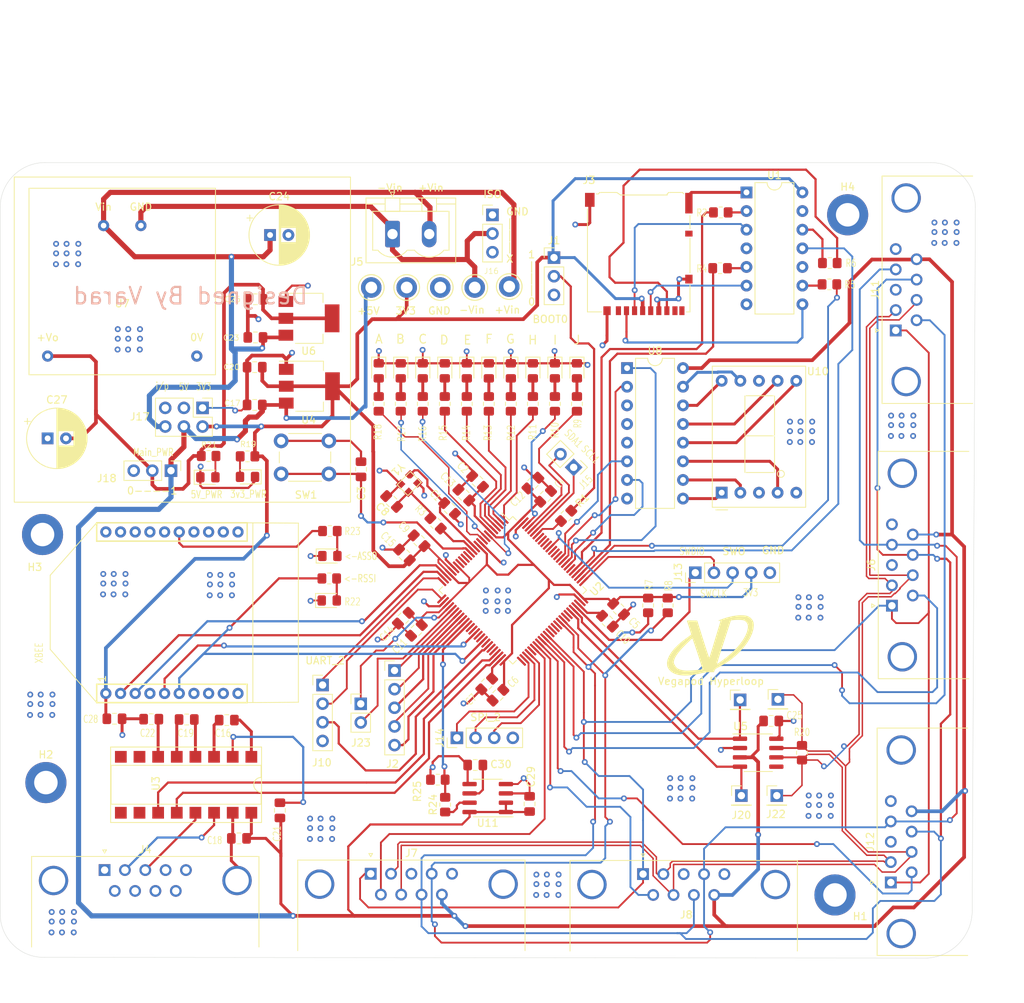
<source format=kicad_pcb>
(kicad_pcb (version 20241229) (generator "pcbnew") (generator_version "9.0")
  (layers (0 "F.Cu" signal) (4 "In1.Cu" power) (6 "In2.Cu" power) (2 "B.Cu" signal) (13 "F.Paste" user) (15 "B.Paste" user) (5 "F.SilkS" user "F.Silkscreen") (7 "B.SilkS" user "B.Silkscreen") (1 "F.Mask" user) (3 "B.Mask" user) (25 "Edge.Cuts" user))
  (net 0 "")
  (net 1 "GND")
  (net 2 "/HSE_IN")
  (net 3 "+3.3V")
  (net 4 "Net-(C3-Pad1)")
  (net 5 "Net-(C7-Pad2)")
  (net 6 "Net-(C8-Pad2)")
  (net 7 "Net-(C10-Pad2)")
  (net 8 "Net-(C16-Pad1)")
  (net 9 "Net-(C16-Pad2)")
  (net 10 "+5V")
  (net 11 "Net-(C19-Pad1)")
  (net 12 "Net-(C19-Pad2)")
  (net 13 "Net-(C21-Pad2)")
  (net 14 "Net-(C22-Pad2)")
  (net 15 "Net-(D1-Pad2)")
  (net 16 "Net-(D2-Pad2)")
  (net 17 "Net-(D3-Pad2)")
  (net 18 "Net-(D4-Pad2)")
  (net 19 "Net-(D5-Pad2)")
  (net 20 "Net-(D6-Pad2)")
  (net 21 "Net-(D7-Pad2)")
  (net 22 "Net-(D8-Pad2)")
  (net 23 "Net-(D9-Pad2)")
  (net 24 "Net-(D10-Pad2)")
  (net 25 "Net-(D11-Pad2)")
  (net 26 "Net-(D12-Pad2)")
  (net 27 "Net-(D13-Pad2)")
  (net 28 "Net-(D14-Pad2)")
  (net 29 "Net-(J1-Pad2)")
  (net 30 "/B4")
  (net 31 "/B5")
  (net 32 "/B6")
  (net 33 "/B7")
  (net 35 "/CS_LLS")
  (net 36 "/DI_LLS")
  (net 37 "/SCK_LLS")
  (net 38 "/DO_LLS")
  (net 43 "/Rx")
  (net 44 "/Tx")
  (net 50 "/MVCU_HBT")
  (net 51 "/I2C3_SCL")
  (net 52 "/VCU1_HBT")
  (net 53 "/I2C_SDA")
  (net 54 "/VCU4_HBT")
  (net 55 "/VCU2_HBT")
  (net 56 "Net-(J9-Pad2)")
  (net 57 "Net-(J9-Pad4)")
  (net 58 "Net-(J9-Pad6)")
  (net 59 "/VCU3_HBT")
  (net 60 "/VCU5_HBT")
  (net 61 "/BOOT0")
  (net 62 "Net-(R2-Pad1)")
  (net 63 "/SD_MOSI")
  (net 64 "/HSE_OUT")
  (net 65 "Net-(R4-Pad1)")
  (net 66 "/SD_SCK")
  (net 67 "Net-(R5-Pad1)")
  (net 68 "/SD_CS")
  (net 69 "Net-(R6-Pad1)")
  (net 70 "/E0")
  (net 71 "/E1")
  (net 72 "/E2")
  (net 73 "/E3")
  (net 74 "/E4")
  (net 75 "/E5")
  (net 76 "/E6")
  (net 77 "/C13")
  (net 78 "/C14")
  (net 79 "/C15")
  (net 80 "/RSSI")
  (net 81 "Net-(R23-Pad2)")
  (net 82 "/SD_MISO")
  (net 87 "/RST")
  (net 88 "/Xbee_Rx")
  (net 89 "/Xbee_Tx")
  (net 90 "/USART2_Tx")
  (net 91 "/USART2_Rx")
  (net 92 "/DAC_1")
  (net 93 "/DAC_2")
  (net 94 "/ADC_in6")
  (net 95 "/ADC_in7")
  (net 96 "/ADC_in14")
  (net 97 "/ADC_in15")
  (net 98 "/ADC_in8")
  (net 99 "/ADC_in9")
  (net 107 "/gpio")
  (net 110 "/IMU_Tx")
  (net 111 "/IMU_Rx")
  (net 113 "/SPI2_SCK")
  (net 114 "/SPI2_MISO")
  (net 115 "/SPI2_MOSI")
  (net 123 "/CAN_Rx")
  (net 124 "/CAN_Tx")
  (net 125 "/SWDIO")
  (net 126 "/SWCLK")
  (net 127 "/I2C1_SCL")
  (net 128 "/I2C1_SDA")
  (net 135 "/display_d")
  (net 136 "/display_c")
  (net 137 "/display_b")
  (net 138 "Net-(U10-Pad1)")
  (net 139 "Net-(U10-Pad2)")
  (net 140 "Net-(U10-Pad4)")
  (net 141 "Net-(U10-Pad6)")
  (net 142 "Net-(U10-Pad7)")
  (net 143 "Net-(U10-Pad10)")
  (net 144 "Net-(U10-Pad9)")
  (net 159 "/display_a")
  (net 161 "/SWo")
  (net 162 "/mornsun_minus")
  (net 163 "/mornsun_Vin")
  (net 165 "Net-(C26-Pad1)")
  (net 167 "/CAN_N")
  (net 168 "/CAN_P")
  (net 169 "Net-(C30-Pad1)")
  (net 170 "Net-(R24-Pad1)")
  (footprint "LED_SMD:LED_0805_2012Metric_Pad1.15x1.40mm_HandSolder" (layer "F.Cu") (at 127.275 62.7 -90)
    (property "Reference" "D5" (hide yes))
    (property "Value" "LED" (hide yes))
  )
  (footprint "Resistor_SMD:R_0805_2012Metric_Pad1.20x1.40mm_HandSolder" (layer "F.Cu") (at 115.275 67.2 -90)
    (property "Reference" "R17")
    (property "Value" "1K" (hide yes))
  )
  (footprint "LED_SMD:LED_0805_2012Metric_Pad1.15x1.40mm_HandSolder" (layer "F.Cu") (at 94.4 77.15 180)
    (property "Reference" "D11" (hide yes))
    (property "Value" "LED" (hide yes))
  )
  (footprint "Package_DIP:DIP-14_W7.62mm" (layer "F.Cu") (at 162.371 38.394)
    (property "Reference" "U1")
    (property "Value" "74LS125")
  )
  (footprint "Resistor_SMD:R_0805_2012Metric_Pad1.20x1.40mm_HandSolder" (layer "F.Cu") (at 137.801 82.465 -135)
    (property "Reference" "R1")
    (property "Value" "10K" (hide yes))
  )
  (footprint "Capacitor_SMD:C_0805_2012Metric_Pad1.18x1.45mm_HandSolder" (layer "F.Cu") (at 123.867516 79.62473 135)
    (property "Reference" "C13")
    (property "Value" "100nF" (hide yes))
  )
  (footprint "TestPoint:TestPoint_Keystone_5010-5014_Multipurpose" (layer "F.Cu") (at 130.054 51.223)
    (property "Reference" "+Vin")
    (property "Value" "TestPoint" (hide yes))
  )
  (footprint "Resistor_SMD:R_0805_2012Metric_Pad1.20x1.40mm_HandSolder" (layer "F.Cu") (at 173.671 50.919)
    (property "Reference" "R5")
    (property "Value" "3.3k" (hide yes))
  )
  (footprint "TestPoint:TestPoint_Keystone_5010-5014_Multipurpose" (layer "F.Cu") (at 125.355 51.35)
    (property "Reference" "-Vin")
    (property "Value" "TestPoint" (hide yes))
  )
  (footprint "LED_SMD:LED_0805_2012Metric_Pad1.15x1.40mm_HandSolder" (layer "F.Cu") (at 136.275 62.7 -90)
    (property "Reference" "D2" (hide yes))
    (property "Value" "LED" (hide yes))
  )
  (footprint "Connector_Dsub:DSUB-9_Male_Horizontal_P2.77x2.84mm_EdgePinOffset7.70mm_Housed_MountingHolesOffset9.12mm" (layer "F.Cu") (at 182.186107 94.696893 90)
    (property "Reference" "J6")
    (property "Value" "DB9_Male_MountingHoles" (hide yes))
  )
  (footprint "Resistor_SMD:R_0805_2012Metric_Pad1.20x1.40mm_HandSolder" (layer "F.Cu") (at 130.275 67.2 -90)
    (property "Reference" "R12")
    (property "Value" "1K" (hide yes))
  )
  (footprint "Resistor_SMD:R_0805_2012Metric_Pad1.20x1.40mm_HandSolder" (layer "F.Cu") (at 94.4 74.35)
    (property "Reference" "R19")
    (property "Value" "1K" (hide yes))
  )
  (footprint "LED_SMD:LED_0805_2012Metric_Pad1.15x1.40mm_HandSolder" (layer "F.Cu") (at 105.534 93.9855)
    (property "Reference" "D13" (hide yes))
    (property "Value" "LED" (hide yes))
  )
  (footprint "Capacitor_SMD:C_0805_2012Metric_Pad1.18x1.45mm_HandSolder" (layer "F.Cu") (at 128.512783 106.890377 -135)
    (property "Reference" "C6")
    (property "Value" "100nF" (hide yes))
  )
  (footprint "Resistor_SMD:R_0805_2012Metric_Pad1.20x1.40mm_HandSolder" (layer "F.Cu") (at 105.534 90.9855 180)
    (property "Reference" "R22")
    (property "Value" "1K" (hide yes))
  )
  (footprint "varad_lib:XBEE" (layer "F.Cu") (at 95.10062 95.65 90)
    (property "Reference" "U9" (hide yes))
    (property "Value" "XB24CDMPIT-001" (hide yes))
  )
  (footprint "Resistor_SMD:R_0805_2012Metric_Pad1.20x1.40mm_HandSolder" (layer "F.Cu") (at 133.275 67.2 -90)
    (property "Reference" "R11")
    (property "Value" "1K" (hide yes))
  )
  (footprint "Display_7Segment:D1X8K" (layer "F.Cu") (at 158.995 79.3 90)
    (property "Reference" "U10")
    (property "Value" "D168K")
  )
  (footprint "Capacitor_SMD:C_0805_2012Metric_Pad1.18x1.45mm_HandSolder" (layer "F.Cu") (at 95.475 52.95 180)
    (property "Reference" "C26")
    (property "Value" "10uF" (hide yes))
  )
  (footprint "Resistor_SMD:R_0805_2012Metric_Pad1.20x1.40mm_HandSolder" (layer "F.Cu") (at 112.275 67.2 -90)
    (property "Reference" "R18")
    (property "Value" "1K" (hide yes))
  )
  (footprint "Capacitor_SMD:C_0805_2012Metric_Pad1.18x1.45mm_HandSolder" (layer "F.Cu") (at 86.112 110.2)
    (property "Reference" "C19")
    (property "Value" "0.1uF" (hide yes))
  )
  (footprint "Capacitor_SMD:C_0805_2012Metric_Pad1.18x1.45mm_HandSolder" (layer "F.Cu") (at 95.475 58.15 180)
    (property "Reference" "C23")
    (property "Value" "10uF" (hide yes))
  )
  (footprint "Capacitor_SMD:C_0805_2012Metric_Pad1.18x1.45mm_HandSolder" (layer "F.Cu") (at 165.739 110.3995)
    (property "Reference" "C25")
    (property "Value" "1uF" (hide yes))
  )
  (footprint "LED_SMD:LED_0805_2012Metric_Pad1.15x1.40mm_HandSolder" (layer "F.Cu") (at 133.275 62.7 -90)
    (property "Reference" "D3" (hide yes))
    (property "Value" "LED" (hide yes))
  )
  (footprint "MountingHole:MountingHole_3.2mm_M3_DIN965_Pad" (layer "F.Cu") (at 176.155 41.444)
    (property "Reference" "H4")
    (property "Value" "MountingHole_Pad" (hide yes))
  )
  (footprint "Capacitor_SMD:C_0805_2012Metric_Pad1.18x1.45mm_HandSolder" (layer "F.Cu") (at 143.428107 96.807893 135)
    (property "Reference" "C10")
    (property "Value" "2.2uF" (hide yes))
  )
  (footprint "MountingHole:MountingHole_3.2mm_M3_DIN965_Pad" (layer "F.Cu") (at 66.932107 118.792893)
    (property "Reference" "H2")
    (property "Value" "MountingHole_Pad" (hide yes))
  )
  (footprint "Capacitor_SMD:C_0805_2012Metric_Pad1.18x1.45mm_HandSolder" (layer "F.Cu") (at 125.736 77.766 135)
    (property "Reference" "C2")
    (property "Value" "10uF" (hide yes))
  )
  (footprint "Resistor_SMD:R_0805_2012Metric_Pad1.20x1.40mm_HandSolder" (layer "F.Cu") (at 158.771 48.719 180)
    (property "Reference" "R4")
    (property "Value" "3.3k" (hide yes))
  )
  (footprint "Resistor_SMD:R_0805_2012Metric_Pad1.20x1.40mm_HandSolder" (layer "F.Cu") (at 158.871 41.119 180)
    (property "Reference" "R2")
    (property "Value" "3.3k" (hide yes))
  )
  (footprint "Connector_PinHeader_2.54mm:PinHeader_1x05_P2.54mm_Vertical" (layer "F.Cu") (at 114.425 103.525)
    (property "Reference" "J2")
    (property "Value" "Conn_01x05_Male" (hide yes))
  )
  (footprint "Connector_Dsub:DSUB-9_Male_Horizontal_P2.77x2.84mm_EdgePinOffset7.70mm_Housed_MountingHolesOffset9.12mm" (layer "F.Cu") (at 111.182107 131.212562)
    (property "Reference" "J7")
    (property "Value" "DB9_Male_MountingHoles" (hide yes))
  )
  (footprint "LED_SMD:LED_0805_2012Metric_Pad1.15x1.40mm_HandSolder" (layer "F.Cu") (at 124.275 62.7 -90)
    (property "Reference" "D6" (hide yes))
    (property "Value" "LED" (hide yes))
  )
  (footprint "Panelization:logo" (layer "F.Cu") (at 157.305991 100.221251)
    (property "Reference" "G***" (hide yes))
    (property "Value" "LOGO" (hide yes))
  )
  (footprint "Capacitor_SMD:C_0805_2012Metric_Pad1.18x1.45mm_HandSolder" (layer "F.Cu") (at 95.375 67.35 180)
    (property "Reference" "C17")
    (property "Value" "10uF" (hide yes))
  )
  (footprint "Package_TO_SOT_SMD:SOT-223-3_TabPin2" (layer "F.Cu") (at 102.775 55.55)
    (property "Reference" "U6")
    (property "Value" "AMS1117-5.0" (hide yes))
  )
  (footprint "Resistor_SMD:R_0805_2012Metric_Pad1.20x1.40mm_HandSolder" (layer "F.Cu") (at 148.977 94.657 -90)
    (property "Reference" "R7")
    (property "Value" "1K" (hide yes))
  )
  (footprint "Resistor_SMD:R_0805_2012Metric_Pad1.20x1.40mm_HandSolder" (layer "F.Cu") (at 127.275 67.2 -90)
    (property "Reference" "R13")
    (property "Value" "1K" (hide yes))
  )
  (footprint "Connector_Dsub:DSUB-9_Male_Horizontal_P2.77x2.84mm_EdgePinOffset7.70mm_Housed_MountingHolesOffset9.12mm" (layer "F.Cu") (at 182.705776 57.196893 90)
    (property "Reference" "J11")
    (property "Value" "DB9_Male_MountingHoles" (hide yes))
  )
  (footprint "Connector_PinHeader_2.54mm:PinHeader_1x01_P2.54mm_Vertical" (layer "F.Cu") (at 161.677 120.565)
    (property "Reference" "J20")
    (property "Value" "Conn_01x01_Male" (hide yes))
  )
  (footprint "Connector_PinHeader_2.54mm:PinHeader_1x05_P2.54mm_Vertical" (layer "F.Cu") (at 155.4 90.2 90)
    (property "Reference" "J13")
    (property "Value" "SWD")
  )
  (footprint "Package_DIP:DIP-16_W7.62mm_SMDSocket_SmallPads" (layer "F.Cu") (at 86.032107 119.092893 -90)
    (property "Reference" "U3")
    (property "Value" "MAX232")
  )
  (footprint "Connector_PinHeader_2.54mm:PinHeader_1x03_P2.54mm_Vertical" (layer "F.Cu") (at 127.768 41.459)
    (property "Reference" "J16")
    (property "Value" "Conn_01x03_Male" (hide yes))
  )
  (footprint "Connector_PinHeader_2.54mm:PinHeader_1x04_P2.54mm_Vertical" (layer "F.Cu") (at 104.625 105.5)
    (property "Reference" "J10")
    (property "Value" "Uart" (hide yes))
  )
  (footprint "Connector_Card:microSD_HC_Hirose_DM3AT-SF-PEJM5" (layer "F.Cu") (at 147.701 46.784 180)
    (property "Reference" "J3")
    (property "Value" "Micro_SD_Card_Det_Hirose_DM3AT" (hide yes))
  )
  (footprint "Capacitor_SMD:C_0805_2012Metric_Pad1.18x1.45mm_HandSolder" (layer "F.Cu") (at 126.988783 105.366377 45)
    (property "Reference" "C7")
    (property "Value" "2.2uF" (hide yes))
  )
  (footprint "Connector_Dsub:DSUB-9_Male_Horizontal_P2.77x2.84mm_EdgePinOffset7.70mm_Housed_MountingHolesOffset9.12mm" (layer "F.Cu") (at 182.032669 132.396893 90)
    (property "Reference" "J12")
    (property "Value" "DB9_Male_MountingHoles" (hide yes))
  )
  (footprint "Capacitor_SMD:C_0805_2012Metric_Pad1.18x1.45mm_HandSolder" (layer "F.Cu") (at 93.232107 126.392893 180)
    (property "Reference" "C18")
    (property "Value" "0.1uF" (hide yes))
  )
  (footprint "Capacitor_SMD:C_0805_2012Metric_Pad1.18x1.45mm_HandSolder" (layer "F.Cu") (at 81.286 110.151)
    (property "Reference" "C22")
    (property "Value" "0.1uF" (hide yes))
  )
  (footprint "Connector_PinHeader_2.54mm:PinHeader_1x01_P2.54mm_Vertical" (layer "F.Cu") (at 166.657 107.455)
    (property "Reference" "J21" (hide yes))
    (property "Value" "Conn_01x01_Male" (hide yes))
  )
  (footprint "Resistor_SMD:R_0805_2012Metric_Pad1.20x1.40mm_HandSolder" (layer "F.Cu") (at 118.275 67.2 -90)
    (property "Reference" "R16")
    (property "Value" "1K" (hide yes))
  )
  (footprint "LED_SMD:LED_0805_2012Metric_Pad1.15x1.40mm_HandSolder" (layer "F.Cu") (at 115.275 62.7 -90)
    (property "Reference" "D9" (hide yes))
    (property "Value" "LED" (hide yes))
  )
  (footprint "Capacitor_SMD:C_0805_2012Metric_Pad1.18x1.45mm_HandSolder" (layer "F.Cu") (at 91.573 110.278)
    (property "Reference" "C16")
    (property "Value" "0.1uF" (hide yes))
  )
  (footprint "Package_DIP:DIP-16_W7.62mm" (layer "F.Cu") (at 146.105 62.3275)
    (property "Reference" "U8")
    (property "Value" "74LS47")
  )
  (footprint "MountingHole:MountingHole_3.2mm_M3_DIN965_Pad" (layer "F.Cu") (at 66.475 85)
    (property "Reference" "H3")
    (property "Value" "MountingHole_Pad" (hide yes))
  )
  (footprint "TestPoint:TestPoint_Keystone_5010-5014_Multipurpose" (layer "F.Cu") (at 111.258 51.35)
    (property "Reference" "+5V")
    (property "Value" "TestPoint" (hide yes))
  )
  (footprint "Capacitor_SMD:C_0805_2012Metric_Pad1.18x1.45mm_HandSolder" (layer "F.Cu") (at 109.861 76.115 90)
    (property "Reference" "C3")
    (property "Value" "100nF" (hide yes))
  )
  (footprint "Package_TO_SOT_SMD:SOT-223-3_TabPin2" (layer "F.Cu") (at 102.825 64.8)
    (property "Reference" "U4")
    (property "Value" "AMS1117-3.3" (hide yes))
  )
  (footprint "LED_SMD:LED_0805_2012Metric_Pad1.15x1.40mm_HandSolder" (layer "F.Cu") (at 130.275 62.7 -90)
    (property "Reference" "D4" (hide yes))
    (property "Value" "LED" (hide yes))
  )
  (footprint "Connector_Phoenix_MSTB:PhoenixContact_MSTBVA_2,5_2-G_1x02_P5.00mm_Vertical" (layer "F.Cu") (at 114.152107 44.0715)
    (property "Reference" "J5")
    (property "Value" "Conn_01x02_Male" (hide yes))
  )
  (footprint "Capacitor_SMD:C_0805_2012Metric_Pad1.18x1.45mm_HandSolder" (layer "F.Cu") (at 114.025 80.5 -45)
    (property "Reference" "C8")
    (property "Value" "12p" (hide yes))
  )
  (footprint "Capacitor_SMD:C_0805_2012Metric_Pad1.18x1.45mm_HandSolder" (layer "F.Cu") (at 121.926 81.449 135)
    (property "Reference" "C1")
    (property "Value" "12p" (hide yes))
  )
  (footprint "Capacitor_SMD:C_0805_2012Metric_Pad1.18x1.45mm_HandSolder" (layer "F.Cu") (at 115.625 96.4 -135)
    (property "Reference" "C14")
    (property "Value" "100nF" (hide yes))
  )
  (footprint "Connector_PinHeader_2.54mm:PinHeader_2x03_P2.54mm_Vertical" (layer "F.Cu") (at 88.275 67.75 -90)
    (property "Reference" "J17")
    (property "Value" "Conn_02x03_Counter_Clockwise" (hide yes))
  )
  (footprint "Resistor_SMD:R_0805_2012Metric_Pad1.20x1.40mm_HandSolder" (layer "F.Cu") (at 169.932 114.723 -90)
    (property "Reference" "R20")
    (property "Value" "120R" (hide yes))
  )
  (footprint "Capacitor_SMD:C_0805_2012Metric_Pad1.18x1.45mm_HandSolder" (layer "F.Cu") (at 98.812 122.5755 90)
    (property "Reference" "C21")
    (property "Value" "0.1uF" (hide yes))
  )
  (footprint "Capacitor_SMD:C_0805_2012Metric_Pad1.18x1.45mm_HandSolder" (layer "F.Cu") (at 117.403 98.051 -135)
    (property "Reference" "C11")
    (property "Value" "100nF" (hide yes))
  )
  (footprint "Connector_PinHeader_2.54mm:PinHeader_1x01_P2.54mm_Vertical" (layer "F.Cu") (at 166.503 120.565)
    (property "Reference" "J22")
    (property "Value" "Conn_01x01_Male" (hide yes))
  )
  (footprint "LED_SMD:LED_0805_2012Metric_Pad1.15x1.40mm_HandSolder" (layer "F.Cu") (at 139.275 62.7 -90)
    (property "Reference" "D1" (hide yes))
    (property "Value" "LED" (hide yes))
  )
  (footprint "Capacitor_SMD:C_0805_2012Metric_Pad1.18x1.45mm_HandSolder" (layer "F.Cu") (at 76.275 110.1)
    (property "Reference" "C28")
    (property "Value" "0.1uF" (hide yes))
  )
  (footprint "Capacitor_SMD:C_0805_2012Metric_Pad1.18x1.45mm_HandSolder" (layer "F.Cu") (at 144.952107 95.156893 -45)
    (property "Reference" "C5")
    (property "Value" "100nF" (hide yes))
  )
  (footprint "Connector_Dsub:DSUB-9_Male_Horizontal_P2.77x2.84mm_EdgePinOffset7.70mm_Housed_MountingHolesOffset9.12mm" (layer "F.Cu") (at 74.932107 130.712562)
    (property "Reference" "J4")
    (property "Value" "IMU" (hide yes))
  )
  (footprint "Connector_PinHeader_2.54mm:PinHeader_1x04_P2.54mm_Vertical" (layer "F.Cu") (at 122.925 112.7 90)
    (property "Reference" "J14")
    (property "Value" "Uart" (hide yes))
  )
  (footprint "Resistor_SMD:R_0805_2012Metric_Pad1.20x1.40mm_HandSolder" (layer "F.Cu") (at 120.325 118.4 180)
    (property "Reference" "R25")
    (property "Value" "1.5k" (hide yes))
  )
  (footprint "LED_SMD:LED_0805_2012Metric_Pad1.15x1.40mm_HandSolder" (layer "F.Cu") (at 89 77.2)
    (property "Reference" "D12" (hide yes))
    (property "Value" "LED" (hide yes))
  )
  (footprint "MountingHole:MountingHole_3.2mm_M3_DIN965_Pad" (layer "F.Cu") (at 174.425 134.1)
    (property "Reference" "H1")
    (property "Value" "MountingHole_Pad" (hide yes))
  )
  (footprint "Connector_PinHeader_2.54mm:PinHeader_1x03_P2.54mm_Vertical" (layer "F.Cu") (at 83.975 76.3 -90)
    (property "Reference" "J18")
    (property "Value" "Conn_01x03_Male" (hide yes))
  )
  (footprint "TestPoint:TestPoint_Keystone_5010-5014_Multipurpose" (layer "F.Cu") (at 116.084 51.35)
    (property "Reference" "3V3")
    (property "Value" "TestPoint" (hide yes))
  )
  (footprint "Capacitor_SMD:C_0805_2012Metric_Pad1.18x1.45mm_HandSolder" (layer "F.Cu") (at 95.375 62.2 180)
    (property "Reference" "C20")
    (property "Value" "10uF" (hide yes))
  )
  (footprint "Resistor_SMD:R_0805_2012Metric_Pad1.20x1.40mm_HandSolder" (layer "F.Cu") (at 120.021 83.481 135)
    (property "Reference" "R3")
    (property "Value" "R_Small_US" (hide yes))
  )
  (footprint "Resistor_SMD:R_0805_2012Metric_Pad1.20x1.40mm_HandSolder" (layer "F.Cu") (at 139.275 67.2 -90)
    (property "Reference" "R9")
    (property "Value" "1K" (hide yes))
  )
  (footprint "Resistor_SMD:R_0805_2012Metric_Pad1.20x1.40mm_HandSolder" (layer "F.Cu") (at 124.275 67.2 -90)
    (property "Reference" "R14")
    (property "Value" "1K" (hide yes))
  )
  (footprint "Connector_Dsub:DSUB-9_Male_Horizontal_P2.77x2.84mm_EdgePinOffset7.70mm_Housed_MountingHolesOffset9.12mm" (layer "F.Cu") (at 148.282107 131.262562)
    (property "Reference" "J8")
    (property "Value" "DB9_Male_MountingHoles" (hide yes))
  )
  (footprint "LED_SMD:LED_0805_2012Metric_Pad1.15x1.40mm_HandSolder" (layer "F.Cu") (at 112.275 62.7 -90)
    (property "Reference" "D10" (hide yes))
    (property "Value" "LED" (hide yes))
  )
  (footprint "Resistor_SMD:R_0805_2012Metric_Pad1.20x1.40mm_HandSolder" (layer "F.Cu") (at 151.644 94.657 -90)
    (property "Reference" "R8")
    (property "Value" "1K" (hide yes))
  )
  (footprint "varad:crystal" (layer "F.Cu") (at 117.609404 85.154145 -135)
    (property "Reference" "Y1")
    (property "Value" "Crystal_GND24" (hide yes))
  )
  (footprint "LED_SMD:LED_0805_2012Metric_Pad1.15x1.40mm_HandSolder" (layer "F.Cu") (at 105.617786 87.925714)
    (property "Reference" "D14" (hide yes))
    (property "Value" "LED" (hide yes))
  )
  (footprint "Package_QFP:LQFP-100_14x14mm_P0.5mm" (layer "F.Cu") (at 130.532107 92.592893 -45)
    (property "Reference" "U2")
    (property "Value" "STM32F407VGTx")
  )
  (footprint "Capacitor_SMD:C_0805_2012Metric_Pad1.18x1.45mm_HandSolder" (layer "F.Cu") (at 115.767893 87.781107 135)
    (property "Reference" "C15")
    (property "Value" "1uF" (hide yes))
  )
  (footprint "Button_Switch_THT:SW_PUSH_6mm_H5mm" (layer "F.Cu") (at 98.982107 72.242893)
    (property "Reference" "SW1")
    (property "Value" "SW_Push" (hide yes))
  )
  (footprint "Resistor_SMD:R_0805_2012Metric_Pad1.20x1.40mm_HandSolder" (layer "F.Cu") (at 121.275 67.2 -90)
    (property "Reference" "R15")
    (property "Value" "1K" (hide yes))
  )
  (footprint "Connector_PinHeader_2.54mm:PinHeader_1x01_P2.54mm_Vertical" (layer "F.Cu") (at 161.507 107.53)
    (property "Reference" "J19" (hide yes))
    (property "Value" "Conn_01x01_Male" (hide yes))
  )
  (footprint "Capacitor_THT:CP_Radial_D8.0mm_P2.50mm" (layer "F.Cu") (at 67.172349 71.9)
    (property "Reference" "C27")
    (property "Value" "10uF")
  )
  (footprint "Resistor_SMD:R_0805_2012Metric_Pad1.20x1.40mm_HandSolder" (layer "F.Cu") (at 89.1 74.3 180)
    (property "Reference" "R21")
    (property "Value" "1K" (hide yes))
  )
  (footprint "Connector_PinHeader_2.54mm:PinHeader_1x02_P2.54mm_Vertical" (layer "F.Cu") (at 138.826562 75.851562 -135)
    (property "Reference" "J15")
    (property "Value" "Conn_01x02_Male" (hide yes))
  )
  (footprint "Capacitor_SMD:C_0805_2012Metric_Pad1.18x1.45mm_HandSolder" (layer "F.Cu") (at 117.771516 85.84773 135)
    (property "Reference" "C9")
    (property "Value" "100nF" (hide yes))
  )
  (footprint "Resistor_SMD:R_0805_2012Metric_Pad1.20x1.40mm_HandSolder" (layer "F.Cu") (at 136.275 67.2 -90)
    (property "Reference" "R10")
    (property "Value" "1K" (hide yes))
  )
  (footprint "varad_lib:MORNSUN-URB2405YMD-6WR3" (layer "F.Cu") (at 90.032107 12.433893)
    (property "Reference" "U7")
    (property "Value" "MORNSUN-URB2405YMD-6WR3")
  )
  (footprint "Package_SO:SOIC-8_3.9x4.9mm_P1.27mm" (layer "F.Cu") (at 163.963 114.723)
    (property "Reference" "U5")
    (property "Value" "MCP2551-I-SN" (hide yes))
  )
  (footprint "Package_SO:SOIC-8_3.9x4.9mm_P1.27mm" (layer "F.Cu") (at 127.125 120.9 180)
    (property "Reference" "U11")
    (property "Value" "ACS712xLCTR-20A" (hide yes))
  )
  (footprint "Capacitor_SMD:C_0805_2012Metric_Pad1.18x1.45mm_HandSolder" (layer "F.Cu") (at 133.275377 77.991623 45)
    (property "Reference" "C12")
    (property "Value" "100nF" (hide yes))
  )
  (footprint "Resistor_SMD:R_0805_2012Metric_Pad1.20x1.40mm_HandSolder" (layer "F.Cu") (at 173.721 48.019)
    (property "Reference" "R6")
    (property "Value" "3.3k" (hide yes))
  )
  (footprint "Capacitor_SMD:C_0805_2012Metric_Pad1.18x1.45mm_HandSolder" (layer "F.Cu") (at 125.425 116.4 180)
    (property "Reference" "C30")
    (property "Value" "10uF" (hide yes))
  )
  (footprint "TestPoint:TestPoint_Keystone_5010-5014_Multipurpose" (layer "F.Cu") (at 120.656 51.35)
    (property "Reference" "GND")
    (property "Value" "TestPoint" (hide yes))
  )
  (footprint "Connector_PinHeader_2.54mm:PinHeader_1x03_P2.54mm_Vertical" (layer "F.Cu") (at 136.15 47.275)
    (property "Reference" "J1")
    (property "Value" "Conn_01x03_Male" (hide yes))
  )
  (footprint "Resistor_SMD:R_0805_2012Metric_Pad1.20x1.40mm_HandSolder" (layer "F.Cu") (at 105.617786 84.525714 180)
    (property "Reference" "R23")
    (property "Value" "1K" (hide yes))
  )
  (footprint "Resistor_SMD:R_0805_2012Metric_Pad1.20x1.40mm_HandSolder" (layer "F.Cu") (at 121.325 121.8 90)
    (property "Reference" "R24")
    (property "Value" "1.5k" (hide yes))
  )
  (footprint "Capacitor_THT:CP_Radial_D8.0mm_P2.50mm" (layer "F.Cu") (at 97.472349 44.2)
    (property "Reference" "C24")
    (property "Value" "100uF")
  )
  (footprint "LED_SMD:LED_0805_2012Metric_Pad1.15x1.40mm_HandSolder" (layer "F.Cu") (at 118.275 62.7 -90)
    (property "Reference" "D8" (hide yes))
    (property "Value" "LED" (hide yes))
  )
  (footprint "LED_SMD:LED_0805_2012Metric_Pad1.15x1.40mm_HandSolder" (layer "F.Cu") (at 121.275 62.7 -90)
    (property "Reference" "D7" (hide yes))
    (property "Value" "LED" (hide yes))
  )
  (footprint "Capacitor_SMD:C_0805_2012Metric_Pad1.18x1.45mm_HandSolder" (layer "F.Cu") (at 132.825 121.7 90)
    (property "Reference" "C29")
    (property "Value" "10uF" (hide yes))
  )
  (footprint "Capacitor_SMD:C_0805_2012Metric_Pad1.18x1.45mm_HandSolder" (layer "F.Cu") (at 135.007 79.798 45)
    (property "Reference" "C4")
    (property "Value" "100nF" (hide yes))
  )
  (footprint "Connector_PinHeader_2.54mm:PinHeader_1x02_P2.54mm_Vertical" (layer "F.Cu") (at 109.825 108.065)
    (property "Reference" "J23")
    (property "Value" "Conn_01x02_Male" (hide yes))
  )
  (gr_line (start 95.125 83.45) (end 95.125 107.85) (stroke (width 0.12)) (layer "F.SilkS"))
  (gr_line (start 67.525 90.55) (end 67.525 100.65) (stroke (width 0.12)) (layer "F.SilkS"))
  (gr_line (start 67.525 90.55) (end 73.85098 83.40212) (stroke (width 0.12)) (layer "F.SilkS"))
  (gr_line (start 94.35132 107.89788) (end 101.325 107.85) (stroke (width 0.12)) (layer "F.SilkS"))
  (gr_rect (start 62.625 36.3) (end 108.425 80.6) (stroke (width 0.12)) (fill no) (layer "F.SilkS"))
  (gr_line (start 101.325 107.85) (end 101.325 83.45) (stroke (width 0.12)) (layer "F.SilkS"))
  (gr_line (start 94.35132 83.40212) (end 101.325 83.45) (stroke (width 0.12)) (layer "F.SilkS"))
  (gr_line (start 67.525 100.65) (end 73.85098 107.89788) (stroke (width 0.12)) (layer "F.SilkS"))
  (gr_line (start 193.554 40.428) (end 193.125 136.2) (stroke (width 0.05)) (layer "Edge.Cuts"))
  (gr_arc (start 60.712 40.428) (mid 62.497477 36.117477) (end 66.808 34.332) (stroke (width 0.05)) (layer "Edge.Cuts"))
  (gr_arc (start 66.725 142.6) (mid 62.307657 140.728765) (end 60.725 136.2) (stroke (width 0.05)) (layer "Edge.Cuts"))
  (gr_line (start 60.725 136.2) (end 60.712 40.428) (stroke (width 0.05)) (layer "Edge.Cuts"))
  (gr_arc (start 187.458 34.332) (mid 191.768523 36.117477) (end 193.554 40.428) (stroke (width 0.05)) (layer "Edge.Cuts"))
  (gr_line (start 187.025 142.7) (end 66.725 142.6) (stroke (width 0.05)) (layer "Edge.Cuts"))
  (gr_arc (start 193.125 136.2) (mid 191.361165 140.657012) (end 187.025 142.7) (stroke (width 0.05)) (layer "Edge.Cuts"))
  (gr_line (start 66.808 34.332) (end 187.458 34.332) (stroke (width 0.05)) (layer "Edge.Cuts"))
  (gr_text "-Vin" (at 113.798 37.761 0) (layer "F.SilkS") (effects (font (size 1 1))))
  (gr_text "G" (at 130.207 58.375 0) (layer "F.SilkS") (effects (font (size 1.2 1.2))))
  (gr_text "SWCLK" (at 157.907 93.03 0) (layer "F.SilkS") (effects (font (size 1 0.75) (thickness 0.1))))
  (gr_text "i/p" (at 82.775 64.75 0) (layer "F.SilkS") (effects (font (size 1 0.75) (thickness 0.1))))
  (gr_text "BOOT0" (at 135.642 55.668 0) (layer "F.SilkS") (effects (font (size 1 1))))
  (gr_text "SWDIO" (at 154.946 87.291 0) (layer "F.SilkS") (effects (font (size 1 0.75) (thickness 0.1))))
  (gr_text "GND" (at 165.995 87.164 0) (layer "F.SilkS") (effects (font (size 1 1))))
  (gr_text "<-RSSI" (at 109.725 90.9855 0) (layer "F.SilkS") (effects (font (size 1 0.75) (thickness 0.12))))
  (gr_text "+Vin" (at 119.386 37.761 0) (layer "F.SilkS") (effects (font (size 1 1))))
  (gr_text "F" (at 127.286 58.375 0) (layer "F.SilkS") (effects (font (size 1.2 1.2))))
  (gr_text "H" (at 133.255 58.502 0) (layer "F.SilkS") (effects (font (size 1.2 1.2))))
  (gr_text "SDA1" (at 138.817 71.924 315) (layer "F.SilkS") (effects (font (size 1 0.75) (thickness 0.1))))
  (gr_text "C" (at 118.269 58.375 0) (layer "F.SilkS") (effects (font (size 1.2 1.2))))
  (gr_text "A" (at 112.3 58.375 0) (layer "F.SilkS") (effects (font (size 1.2 1.2))))
  (gr_text "1\n|\n|\n|\n0" (at 133.102 50.08 0) (layer "F.SilkS") (effects (font (size 1 1))))
  (gr_text "SCL1" (at 141.103 74.083 315) (layer "F.SilkS") (effects (font (size 1 0.75) (thickness 0.1))))
  (gr_text "5V_PWR" (at 88.825 79.55 0) (layer "F.SilkS") (effects (font (size 1 0.75) (thickness 0.12))))
  (gr_text "I" (at 136.303 58.502 0) (layer "F.SilkS") (effects (font (size 1.2 1.2))))
  (gr_text "E" (at 124.365 58.502 0) (layer "F.SilkS") (effects (font (size 1.2 1.2))))
  (gr_text "3V3" (at 88.425 64.85 0) (layer "F.SilkS") (effects (font (size 1 0.75) (thickness 0.1))))
  (gr_text "J" (at 139.3 58.5 0) (layer "F.SilkS") (effects (font (size 1.2 1.2))))
  (gr_text "SWO" (at 160.661 87.291 0) (layer "F.SilkS") (effects (font (size 1 1))))
  (gr_text "D" (at 121.19 58.502 0) (layer "F.SilkS") (effects (font (size 1.2 1.2))))
  (gr_text "XBEE" (at 66 101.125 90) (layer "F.SilkS") (effects (font (size 1 0.75) (thickness 0.1))))
  (gr_text "B" (at 115.221 58.375 0) (layer "F.SilkS") (effects (font (size 1.2 1.2))))
  (gr_text "3v3_PWR" (at 94.525 79.5 0) (layer "F.SilkS") (effects (font (size 1 0.75) (thickness 0.12))))
  (gr_text "5V" (at 85.725 64.9 0) (layer "F.SilkS") (effects (font (size 1 0.75) (thickness 0.1))))
  (gr_text "ISO" (at 127.768 38.65 0) (layer "F.SilkS") (effects (font (size 1 1))))
  (gr_text "<-ASSO" (at 109.852 87.9375 0) (layer "F.SilkS") (effects (font (size 1 0.7) (thickness 0.12))))
  (gr_text "Main_PWR" (at 81.575 73.8 0) (layer "F.SilkS") (effects (font (size 1 0.75) (thickness 0.12))))
  (gr_text "GND\n|\n|\n|\nX" (at 129.546 44.238 0) (layer "F.SilkS") (effects (font (size 1 1)) (justify left)))
  (gr_text "3V3" (at 162.932 92.905 0) (layer "F.SilkS") (effects (font (size 1 0.75) (thickness 0.1))))
  (gr_text "Vegapod Hyperloop" (at 157.532 104.98 0) (layer "F.SilkS") (effects (font (size 1 1))))
  (gr_text "0----1" (at 81.413 79.036 0) (layer "F.SilkS") (effects (font (size 1 1))))
  (gr_text "Designed By Varad" (at 86.62 52.493 0) (layer "B.SilkS") (effects (font (size 2.25 2.25) (thickness 0.3)) (justify mirror)))
  (segment (start 161.488 114.088) (end 159.137 114.088) (width 0.3) (layer "F.Cu") (net 1))
  (segment (start 94.4375 52.95) (end 94.4375 55.2165) (width 0.5) (layer "F.Cu") (net 1))
  (segment (start 92.382107 126.205393) (end 92.194607 126.392893) (width 0.4) (layer "F.Cu") (net 1))
  (segment (start 133.275 61.675) (end 139.275 61.675) (width 0.3) (layer "F.Cu") (net 1))
  (segment (start 123.1875 115.2) (end 120.425 115.2) (width 0.3) (layer "F.Cu") (net 1))
  (segment (start 133.483 77.258) (end 132.086 75.861) (width 0.3) (layer "F.Cu") (net 1))
  (segment (start 129.292 88.815) (end 128.875535 88.815) (width 0.3) (layer "F.Cu") (net 1))
  (segment (start 114.891377 97.295123) (end 114.891377 97.133623) (width 0.25) (layer "F.Cu") (net 1))
  (segment (start 123.825 108) (end 124.35516 108) (width 0.3) (layer "F.Cu") (net 1))
  (segment (start 154.511 38.763) (end 154.88 38.394) (width 0.4) (layer "F.Cu") (net 1))
  (segment (start 143.376 58.602) (end 142.754 59.224) (width 0.25) (layer "F.Cu") (net 1))
  (segment (start 118.275 61.675) (end 118.275 59.875) (width 0.25) (layer "F.Cu") (net 1))
  (segment (start 113.713453 79.680931) (end 115.240596 78.153788) (width 0.3) (layer "F.Cu") (net 1))
  (segment (start 132.825 119) (end 132.825 120.6625) (width 0.25) (layer "F.Cu") (net 1))
  (segment (start 128.875535 88.815) (end 126.165723 86.105188) (width 0.3) (layer "F.Cu") (net 1))
  (segment (start 123.143647 78.891107) (end 125.002377 77.032377) (width 0.3) (layer "F.Cu") (net 1))
  (segment (start 94.4375 55.2165) (end 95.4395 55.2165) (width 0.5) (layer "F.Cu") (net 1))
  (segment (start 112.275 60.025) (end 112.3 60) (width 0.3) (layer "F.Cu") (net 1))
  (segment (start 122.688 73.956) (end 125.002377 76.270377) (width 0.3) (layer "F.Cu") (net 1))
  (segment (start 143.375 57.875) (end 143.375 58.603) (width 0.4) (layer "F.Cu") (net 1))
  (segment (start 112.275 61.675) (end 133.275 61.675) (width 0.3) (layer "F.Cu") (net 1))
  (segment (start 129.6 118.995) (end 131.23 118.995) (width 0.25) (layer "F.Cu") (net 1))
  (segment (start 77.3125 110.1) (end 77.3125 112.2735) (width 0.4) (layer "F.Cu") (net 1))
  (segment (start 87.975 77.2) (end 87.975 75.776) (width 0.3) (layer "F.Cu") (net 1))
  (segment (start 95.002 60.621) (end 99.193 60.621) (width 0.5) (layer "F.Cu") (net 1))
  (segment (start 94.3375 61.2855) (end 95.002 60.621) (width 0.5) (layer "F.Cu") (net 1))
  (segment (start 144.16173 97.541516) (end 144.16173 97.414516) (width 0.3) (layer "F.Cu") (net 1))
  (segment (start 115.018377 97.133623) (end 116.669377 98.784623) (width 0.25) (layer "F.Cu") (net 1))
  (segment (start 87.975 75.776) (end 88.017 75.734) (width 0.3) (layer "F.Cu") (net 1))
  (segment (start 146.945 94.53) (end 146.945 94.631246) (width 0.3) (layer "F.Cu") (net 1))
  (segment (start 99.675 61.103) (end 100.463 60.315) (width 0.5) (layer "F.Cu") (net 1))
  (segment (start 121.418 88.428533) (end 121.418 87.799) (width 0.3) (layer "F.Cu") (net 1))
  (segment (start 122.659623 82.817623) (end 123.45 83.608) (width 0.3) (layer "F.Cu") (net 1))
  (segment (start 118.375 78.735536) (end 118.375 78.9) (width 0.3) (layer "F.Cu") (net 1))
  (segment (start 103.042 93.9855) (end 102.994 94.0335) (width 0.25) (layer "F.Cu") (net 1))
  (segment (start 166.7765 110.3995) (end 168.787 110.3995) (width 0.3) (layer "F.Cu") (net 1))
  (segment (start 113.386808 76.3) (end 112.385353 76.3) (width 0.3) (layer "F.Cu") (net 1))
  (segment (start 95.425 77.724) (end 95.425 77.15) (width 0.3) (layer "F.Cu") (net 1))
  (segment (start 92.194607 126.392893) (end 92.194607 129.441607) (width 0.4) (layer "F.Cu") (net 1))
  (segment (start 124.3875 116.4) (end 124.3875 118.7325) (width 0.3) (layer "F.Cu") (net 1))
  (segment (start 115.240596 78.153788) (end 113.386808 76.3) (width 0.3) (layer "F.Cu") (net 1))
  (segment (start 154.526 39.859) (end 154.511 39.844) (width 0.4) (layer "F.Cu") (net 1))
  (segment (start 129.6 120.265) (end 132.4275 120.265) (width 0.3) (layer "F.Cu") (net 1))
  (segment (start 154.88 38.394) (end 162.371 38.394) (width 0.4) (layer "F.Cu") (net 1))
  (segment (start 109.861 73.702) (end 109.861 75.0775) (width 0.3) (layer "F.Cu") (net 1))
  (segment (start 118.425 94.1) (end 119.092982 94.767982) (width 0.3) (layer "F.Cu") (net 1))
  (segment (start 134.284107 77.451647) (end 136.01573 79.18327) (width 0.3) (layer "F.Cu") (net 1))
  (segment (start 108.401893 72.242893) (end 109.861 73.702) (width 0.3) (layer "F.Cu") (net 1))
  (segment (start 139.275 61.675) (end 140.506 61.675) (width 0.3) (layer "F.Cu") (net 1))
  (segment (start 122.630189 89.640722) (end 121.418 88.428533) (width 0.3) (layer "F.Cu") (net 1))
  (segment (start 103.005786 87.925714) (end 102.994 87.9375) (width 0.25) (layer "F.Cu") (net 1))
  (segment (start 93.5735 68.114) (end 94.3375 67.35) (width 0.25) (layer "F.Cu") (net 1))
  (segment (start 153.225 50.209) (end 153.114 50.32) (width 0.4) (layer "F.Cu") (net 1))
  (segment (start 119.625 116) (end 119.625 116.7) (width 0.3) (layer "F.Cu") (net 1))
  (segment (start 124.3875 116.4) (end 123.1875 115.2) (width 0.3) (layer "F.Cu") (net 1))
  (segment (start 80.1975 110.1) (end 80.2485 110.151) (width 0.4) (layer "F.Cu") (net 1))
  (segment (start 115.104516 87.047484) (end 117.037893 85.114107) (width 0.3) (layer "F.Cu") (net 1))
  (segment (start 115.03427 87.047484) (end 115.104516 87.047484) (width 0.3) (layer "F.Cu") (net 1))
  (segment (start 105.482107 72.242893) (end 108.401893 72.242893) (width 0.3) (layer "F.Cu") (net 1))
  (segment (start 132.025 118.2) (end 132.825 119) (width 0.25) (layer "F.Cu") (net 1))
  (segment (start 118.275 59.875) (end 118.25 59.85) (width 0.25) (layer "F.Cu") (net 1))
  (segment (start 122.659623 82.182623) (end 122.659623 82.817623) (width 0.3) (layer "F.Cu") (net 1))
  (segment (start 124.275 61.675) (end 124.275 60.075) (width 0.25) (layer "F.Cu") (net 1))
  (segment (start 92.972107 130.219107) (end 92.972107 132.132562) (width 0.4) (layer "F.Cu") (net 1))
  (segment (start 123.133893 78.891107) (end 123.143647 78.891107) (width 0.3) (layer "F.Cu") (net 1))
  (segment (start 125.002377 76.270377) (end 125.002377 77.032377) (width 0.3) (layer "F.Cu") (net 1))
  (segment (start 159.137 114.088) (end 158.883 114.342) (width 0.3) (layer "F.Cu") (net 1))
  (segment (start 92.194607 129.441607) (end 92.972107 130.219107) (width 0.4) (layer "F.Cu") (net 1))
  (segment (start 119.092982 94.767982) (end 120.578843 94.767982) (width 0.3) (layer "F.Cu") (net 1))
  (segment (start 136.275 60.05) (end 136.225 60) (width 0.25) (layer "F.Cu") (net 1))
  (segment (start 166.438 112.818) (end 166.884 112.372) (width 0.3) (layer "F.Cu") (net 1))
  (segment (start 99.625 51.934) (end 100.463 51.096) (width 0.3) (layer "F.Cu") (net 1))
  (segment (start 120.578843 94.767982) (end 121.215975 94.13085) (width 0.3) (layer "F.Cu") (net 1))
  (segment (start 94.494 78.655) (end 95.425 77.724) (width 0.3) (layer "F.Cu") (net 1))
  (segment (start 124.35516 108) (end 126.25516 106.1) (width 0.3) (layer "F.Cu") (net 1))
  (segment (start 77.3125 112.2735) (end 77.349 112.31) (width 0.4) (layer "F.Cu") (net 1))
  (segment (start 124.3875 118.7325) (end 124.65 118.995) (width 0.3) (layer "F.Cu") (net 1))
  (segment (start 141.026 39.409) (end 141.026 42.524) (width 0.4) (layer "F.Cu") (net 1))
  (segment (start 141.026 42.524) (end 140.775 42.775) (width 0.4) (layer "F.Cu") (net 1))
  (segment (start 113.291377 79.680931) (end 113.713453 79.680931) (width 0.3) (layer "F.Cu") (net 1))
  (segment (start 143.376 54.509) (end 143.376 57.874) (width 0.4) (layer "F.Cu") (net 1))
  (segment (start 126.25516 106.1) (end 127.77916 107.624) (width 0.3) (layer "F.Cu") (net 1))
  (segment (start 130.275 61.675) (end 130.275 60.1) (width 0.25) (layer "F.Cu") (net 1))
  (segment (start 87.975 78.359) (end 88.271 78.655) (width 0.3) (layer "F.Cu") (net 1))
  (segment (start 140.506 61.675) (end 140.722 61.891) (width 0.3) (layer "F.Cu") (net 1))
  (segment (start 99.193 60.621) (end 99.675 61.103) (width 0.5) (layer "F.Cu") (net 1))
  (segment (start 113.046484 87.047484) (end 115.03427 87.047484) (width 0.3) (layer "F.Cu") (net 1))
  (segment (start 154.511 39.844) (end 154.511 38.763) (width 0.4) (layer "F.Cu") (net 1))
  (segment (start 146.945 94.631246) (end 145.68573 95.890516) (width 0.3) (layer "F.Cu") (net 1))
  (segment (start 124.275 60.075) (end 124.25 60.05) (width 0.25) (layer "F.Cu") (net 1))
  (segment (start 153.225 50.209) (end 154.526 50.209) (width 0.4) (layer "F.Cu") (net 1))
  (segment (start 87.975 77.2) (end 87.975 78.359) (width 0.3) (layer "F.Cu") (net 1))
  (segment (start 117.609404 77.96994) (end 118.375 78.735536) (width 0.3) (layer "F.Cu") (net 1))
  (segment (start 94.4375 55.2165) (end 94.4375 58.15) (width 0.5) (layer "F.Cu") (net 1))
  (segment (start 94.3375 62.2) (end 94.3375 61.2855) (width 0.5) (layer "F.Cu") (net 1))
  (segment (start 150.193 52.987) (end 150.426 53.22) (width 0.4) (layer "F.Cu") (net 1))
  (segment (start 104.509 93.9855) (end 103.042 93.9855) (width 0.25) (layer "F.Cu") (net 1))
  (segment (start 130.943 84.403825) (end 130.943 85.259) (width 0.3) (layer "F.Cu") (net 1))
  (segment (start 136.275 61.675) (end 136.275 60.05) (width 0.25) (layer "F.Cu") (net 1))
  (segment (start 153.114 50.32) (end 153.114 52.86) (width 0.4) (layer "F.Cu") (net 1))
  (segment (start 143.376 57.874) (end 143.375 57.875) (width 0.4) (layer "F.Cu") (net 1))
  (segment (start 98.982107 72.242893) (end 105.482107 72.242893) (width 0.3) (layer "F.Cu") (net 1))
  (segment (start 130.275 60.1) (end 130.25 60.075) (width 0.25) (layer "F.Cu") (net 1))
  (segment (start 92.382107 122.902893) (end 92.382107 126.205393) (width 0.4) (layer "F.Cu") (net 1))
  (segment (start 92.716 68.114) (end 93.5735 68.114) (width 0.25) (layer "F.Cu") (net 1))
  (segment (start 139.848239 94.13085) (end 138.907947 93.190558) (width 0.3) (layer "F.Cu") (net 1))
  (segment (start 138.907947 93.190558) (end 138.907947 93.169053) (width 0.3) (layer "F.Cu") (net 1))
  (segment (start 166.884 112.372) (end 166.884 110.3835) (width 0.3) (layer "F.Cu") (net 1))
  (segment (start 88.271 78.655) (end 94.494 78.655) (width 0.3) (layer "F.Cu") (net 1))
  (segment (start 112.275 61.675) (end 112.275 60.025) (width 0.3) (layer "F.Cu") (net 1))
  (segment (start 119.325 118.4) (end 119.325 117) (width 0.3) (layer "F.Cu") (net 1))
  (segment (start 77.3125 110.1) (end 80.1975 110.1) (width 0.4) (layer "F.Cu") (net 1))
  (segment (start 136.875947 93.169053) (end 136.531 93.514) (width 0.3) (layer "F.Cu") (net 1))
  (segment (start 95.4395 55.2165) (end 95.891 55.668) (width 0.5) (layer "F.Cu") (net 1))
  (segment (start 120.425 115.2) (end 119.625 116) (width 0.3) (layer "F.Cu") (net 1))
  (segment (start 140.775 42.775) (end 139.05 42.775) (width 0.4) (layer "F.Cu") (net 1))
  (segment (start 118.375 79.6) (end 118.475 79.7) (width 0.3) (layer "F.Cu") (net 1))
  (segment (start 99.625 53.25) (end 99.625 51.934) (width 0.3) (layer "F.Cu") (net 1))
  (segment (start 132.4275 120.265) (end 132.825 120.6625) (width 0.3) (layer "F.Cu") (net 1))
  (segment (start 131.23 118.995) (end 132.025 118.2) (width 0.25) (layer "F.Cu") (net 1))
  (segment (start 112.8865 99.3) (end 114.891377 97.295123) (width 0.25) (layer "F.Cu") (net 1))
  (segment (start 118.375 78.9) (end 118.375 79.6) (width 0.3) (layer "F.Cu") (net 1))
  (segment (start 100.463 60.315) (end 100.463 60.24) (width 0.5) (layer "F.Cu") (net 1))
  (segment (start 104.592786 87.925714) (end 103.005786 87.925714) (width 0.25) (layer "F.Cu") (net 1))
  (segment (start 134.009 77.258) (end 133.483 77.258) (width 0.3) (layer "F.Cu") (net 1))
  (segment (start 99.675 61.103) (end 99.675 62.5) (width 0.5) (layer "F.Cu") (net 1))
  (segment (start 132.070064 83.276761) (end 130.943 84.403825) (width 0.3) (layer "F.Cu") (net 1))
  (segment (start 138.907947 93.169053) (end 136.875947 93.169053) (width 0.3) (layer "F.Cu") (net 1))
  (segment (start 134.284107 77.376893) (end 134.284107 77.451647) (width 0.3) (layer "F.Cu") (net 1))
  (segment (start 112.125 99.3) (end 112.8865 99.3) (width 0.25) (layer "F.Cu") (net 1))
  (segment (start 144.16173 97.414516) (end 145.68573 95.890516) (width 0.3) (layer "F.Cu") (net 1))
  (segment (start 119.325 117) (end 119.625 116.7) (width 0.3) (layer "F.Cu") (net 1))
  (segment (start 143.375 58.603) (end 142.754 59.224) (width 0.4) (layer "F.Cu") (net 1))
  (segment (start 150.426 53.22) (end 150.426 54.509) (width 0.4) (layer "F.Cu") (net 1))
  (segment (start 112.782 86.783) (end 113.046484 87.047484) (width 0.3) (layer "F.Cu") (net 1))
  (segment (start 100.463 51.096) (end 102.622 51.096) (width 0.3) (layer "F.Cu") (net 1))
  (segment (start 94.3375 62.2) (end 94.3375 67.35) (width 0.5) (layer "F.Cu") (net 1))
  (via (at 136.775 132.625) (size 0.8) (drill 0.4) (layers "F.Cu" "B.Cu") (net 1))
  (via (at 168.3 70.925) (size 0.8) (drill 0.4) (layers "F.Cu" "B.Cu") (net 1))
  (via (at 171.325 70.925) (size 0.8) (drill 0.4) (layers "F.Cu" "B.Cu") (net 1))
  (via (at 190.975 45.275) (size 0.8) (drill 0.4) (layers "F.Cu" "B.Cu") (net 1))
  (via (at 67.725 137.725) (size 0.8) (drill 0.4) (layers "F.Cu" "B.Cu") (net 1))
  (via (at 158.883 114.342) (size 0.8) (drill 0.4) (layers "F.Cu" "B.Cu") (net 1))
  (via (at 169.725 69.625) (size 0.8) (drill 0.4) (layers "F.Cu" "B.Cu") (net 1))
  (via (at 168.275 72.4) (size 0.8) (drill 0.4) (layers "F.Cu" "B.Cu") (net 1))
  (via (at 92.716 68.114) (size 0.8) (drill 0.4) (layers "F.Cu" "B.Cu") (net 1))
  (via (at 136.75 134.1) (size 0.8) (drill 0.4) (layers "F.Cu" "B.Cu") (net 1))
  (via (at 105.925 126.475) (size 0.8) (drill 0.4) (layers "F.Cu" "B.Cu") (net 1))
  (via (at 155 118.2) (size 0.8) (drill 0.4) (layers "F.Cu" "B.Cu") (net 1))
  (via (at 89.25 93.275) (size 0.8) (drill 0.4) (layers "F.Cu" "B.Cu") (net 1))
  (via (at 187.975 43.8) (size 0.8) (drill 0.4) (layers "F.Cu" "B.Cu") (net 1))
  (via (at 182.075 70.1) (size 0.8) (drill 0.4) (layers "F.Cu" "B.Cu") (net 1))
  (via (at 142.754 59.224) (size 0.8) (drill 0.4) (layers "F.Cu" "B.Cu") (net 1))
  (via (at 135.175 131.325) (size 0.8) (drill 0.4) (layers "F.Cu" "B.Cu") (net 1))
  (via (at 130.25 60.075) (size 0.8) (drill 0.4) (layers "F.Cu" "B.Cu") (net 1))
  (via (at 112.3 60) (size 0.8) (drill 0.4) (layers "F.Cu" "B.Cu") (net 1))
  (via (at 64.8 108.1) (size 0.8) (drill 0.4) (layers "F.Cu" "B.Cu") (net 1))
  (via (at 136.225 60) (size 0.8) (drill 0.4) (layers "F.Cu" "B.Cu") (net 1))
  (via (at 90.675 93.275) (size 0.8) (drill 0.4) (layers "F.Cu" "B.Cu") (net 1))
  (via (at 102.994 94.0335) (size 0.8) (drill 0.4) (layers "F.Cu" "B.Cu") (net 1))
  (via (at 92.275 93.275) (size 0.8) (drill 0.4) (layers "F.Cu" "B.Cu") (net 1))
  (via (at 126.85 95.4) (size 0.8) (drill 0.4) (layers "F.Cu" "B.Cu") (net 1))
  (via (at 191 43.8) (size 0.8) (drill 0.4) (layers "F.Cu" "B.Cu") (net 1))
  (via (at 118.475 79.7) (size 0.8) (drill 0.4) (layers "F.Cu" "B.Cu") (net 1))
  (via (at 136.775 131.325) (size 0.8) (drill 0.4) (layers "F.Cu" "B.Cu") (net 1))
  (via (at 189.4 42.5) (size 0.8) (drill 0.4) (layers "F.Cu" "B.Cu") (net 1))
  (via (at 153.4 118.2) (size 0.8) (drill 0.4) (layers "F.Cu" "B.Cu") (net 1))
  (via (at 89.275 91.8) (size 0.8) (drill 0.4) (layers "F.Cu" "B.Cu") (net 1))
  (via (at 151.975 119.5) (size 0.8) (drill 0.4) (layers "F.Cu" "B.Cu") (net 1))
  (via (at 70.725 139.2) (size 0.8) (drill 0.4) (layers "F.Cu" "B.Cu") (net 1))
  (via (at 136.531 93.514) (size 0.8) (drill 0.4) (layers "F.Cu" "B.Cu") (net 1))
  (via (at 74.75 90.375) (size 0.8) (drill 0.4) (layers "F.Cu" "B.Cu") (net 1))
  (via (at 112.385353 76.3) (size 0.8) (drill 0.4) (layers "F.Cu" "B.Cu") (net 1))
  (via (at 146.945 94.53) (size 0.8) (drill 0.4) (layers "F.Cu" "B.Cu") (net 1))
  (via (at 171.325 69.625) (size 0.8) (drill 0.4) (layers "F.Cu" "B.Cu") (net 1))
  (via (at 172.275 120.55) (size 0.8) (drill 0.4) (layers "F.Cu" "B.Cu") (net 1))
  (via (at 130.943 85.259) (size 0.8) (drill 0.4) (layers "F.Cu" "B.Cu") (net 1))
  (via (at 67.7 139.2) (size 0.8) (drill 0.4) (layers "F.Cu" "B.Cu") (net 1))
  (via (at 68.325 46.7) (size 0.8) (drill 0.4) (layers "F.Cu" "B.Cu") (net 1))
  (via (at 128.45 94.1) (size 0.8) (drill 0.4) (layers "F.Cu" "B.Cu") (net 1))
  (via (at 105.95 125) (size 0.8) (drill 0.4) (layers "F.Cu" "B.Cu") (net 1))
  (via (at 169.7 72.4) (size 0.8) (drill 0.4) (layers "F.Cu" "B.Cu") (net 1))
  (via (at 90.7 90.5) (size 0.8) (drill 0.4) (layers "F.Cu" "B.Cu") (net 1))
  (via (at 67.8 109.575) (size 0.8) (drill 0.4) (layers "F.Cu" "B.Cu") (net 1))
  (via (at 153.114 52.86) (size 0.8) (drill 0.4) (layers "F.Cu" "B.Cu") (net 1))
  (via (at 112.125 99.3) (size 0.8) (drill 0.4) (layers "F.Cu" "B.Cu") (net 1))
  (via (at 76.175 91.675) (size 0.8) (drill 0.4) (layers "F.Cu" "B.Cu") (net 1))
  (via (at 183.475 71.575) (size 0.8) (drill 0.4) (layers "F.Cu" "B.Cu") (net 1))
  (via (at 170.825 123.325) (size 0.8) (drill 0.4) (layers "F.Cu" "B.Cu") (net 1))
  (via (at 151.95 120.975) (size 0.8) (drill 0.4) (layers "F.Cu" "B.Cu") (net 1))
  (via (at 102.925 125) (size 0.8) (drill 0.4) (layers "F.Cu" "B.Cu") (net 1))
  (via (at 64.8 106.8) (size 0.8) (drill 0.4) (layers "F.Cu" "B.Cu") (net 1))
  (via (at 133.725 134.1) (size 0.8) (drill 0.4) (layers "F.Cu" "B.Cu") (net 1))
  (via (at 69.75 46.7) (size 0.8) (drill 0.4) (layers "F.Cu" "B.Cu") (net 1))
  (via (at 76.15 93.15) (size 0.8) (drill 0.4) (layers "F.Cu" "B.Cu") (net 1))
  (via (at 102.622 51.096) (size 0.8) (drill 0.4) (layers "F.Cu" "B.Cu") (net 1))
  (via (at 121.418 87.799) (size 0.8) (drill 0.4) (layers "F.Cu" "B.Cu") (net 1))
  (via (at 132.025 118.2) (size 0.8) (drill 0.4) (layers "F.Cu" "B.Cu") (net 1))
  (via (at 102.994 87.9375) (size 0.8) (drill 0.4) (layers "F.Cu" "B.Cu") (net 1))
  (via (at 172.45 96.325) (size 0.8) (drill 0.4) (layers "F.Cu" "B.Cu") (net 1))
  (via (at 172.275 121.85) (size 0.8) (drill 0.4) (layers "F.Cu" "B.Cu") (net 1))
  (via (at 173.875 120.55) (size 0.8) (drill 0.4) (layers "F.Cu" "B.Cu") (net 1))
  (via (at 183.5 68.8) (size 0.8) (drill 0.4) (layers "F.Cu" "B.Cu") (net 1))
  (via (at 76.175 90.375) (size 0.8) (drill 0.4) (layers "F.Cu" "B.Cu") (net 1))
  (via (at 76.725 58.325) (size 0.8) (drill 0.4) (layers "F.Cu" "B.Cu") (net 1))
  (via (at 150.193 52.987) (size 0.8) (drill 0.4) (layers "F.Cu" "B.Cu") (net 1))
  (via (at 71.35 45.4) (size 0.8) (drill 0.4) (layers "F.Cu" "B.Cu") (net 1))
  (via (at 169.425 96.325) (size 0.8) (drill 0.4) (layers "F.Cu" "B.Cu") (net 1))
  (via (at 64.775 109.575) (size 0.8) (drill 0.4) (layers "F.Cu" "B.Cu") (net 1))
  (via (at 155 119.5) (size 0.8) (drill 0.4) (layers "F.Cu" "B.Cu") (net 1))
  (via (at 187.975 42.5) (size 0.8) (drill 0.4) (layers "F.Cu" "B.Cu") (net 1))
  (via (at 126.875 92.625) (size 0.8) (drill 0.4) (layers "F.Cu" "B.Cu") (net 1))
  (via (at 128.45 95.4) (size 0.8) (drill 0.4) (layers "F.Cu" "B.Cu") (net 1))
  (via (at 135.15 134.1) (size 0.8) (drill 0.4) (layers "F.Cu" "B.Cu") (net 1))
  (via (at 104.35 123.7) (size 0.8) (drill 0.4) (layers "F.Cu" "B.Cu") (net 1))
  (via (at 129.292 88.815) (size 0.8) (drill 0.4) (layers "F.Cu" "B.Cu") (net 1))
  (via (at 105.95 123.7) (size 0.8) (drill 0.4) (layers "F.Cu" "B.Cu") (net 1))
  (via (at 172.475 93.55) (size 0.8) (drill 0.4) (layers "F.Cu" "B.Cu") (net 1))
  (via (at 77.349 112.31) (size 0.8) (drill 0.4) (layers "F.Cu" "B.Cu") (net 1))
  (via (at 70.75 136.425) (size 0.8) (drill 0.4) (layers "F.Cu" "B.Cu") (net 1))
  (via (at 133.75 132.625) (size 0.8) (drill 0.4) (layers "F.Cu" "B.Cu") (net 1))
  (via (at 122.688 73.956) (size 0.8) (drill 0.4) (layers "F.Cu" "B.Cu") (net 1))
  (via (at 69.75 45.4) (size 0.8) (drill 0.4) (layers "F.Cu" "B.Cu") (net 1))
  (via (at 69.125 139.2) (size 0.8) (drill 0.4) (layers "F.Cu" "B.Cu") (net 1))
  (via (at 69.725 48.175) (size 0.8) (drill 0.4) (layers "F.Cu" "B.Cu") (net 1))
  (via (at 89.275 90.5) (size 0.8) (drill 0.4) (layers "F.Cu" "B.Cu") (net 1))
  (via (at 66.225 106.8) (size 0.8) (drill 0.4) (layers "F.Cu" "B.Cu") (net 1))
  (via (at 104.325 126.475) (size 0.8) (drill 0.4) (layers "F.Cu" "B.Cu") (net 1))
  (via (at 77.75 93.15) (size 0.8) (drill 0.4) (layers "F.Cu" "B.Cu") (net 1))
  (via (at 76.725 57.025) (size 0.8) (drill 0.4) (layers "F.Cu" "B.Cu") (net 1))
  (via (at 69.15 137.725) (size 0.8) (drill 0.4) (layers "F.Cu" "B.Cu") (net 1))
  (via (at 171.3 72.4) (size 0.8) (drill 0.4) (layers "F.Cu" "B.Cu") (net 1))
  (via (at 153.225 50.209) (size 0.8) (drill 0.4) (layers "F.Cu" "B.Cu") (net 1))
  (via (at 79.75 57.025) (size 0.8) (drill 0.4) (layers "F.Cu" "B.Cu") (net 1))
  (via (at 67.825 108.1) (size 0.8) (drill 0.4) (layers "F.Cu" "B.Cu") (net 1))
  (via (at 169.725 70.925) (size 0.8) (drill 0.4) (layers "F.Cu" "B.Cu") (net 1))
  (via (at 169.45 93.55) (size 0.8) (drill 0.4) (layers "F.Cu" "B.Cu") (net 1))
  (via (at 153.4 119.5) (size 0.8) (drill 0.4) (layers "F.Cu" "B.Cu") (net 1))
  (via (at 88.017 75.734) (size 0.8) (drill 0.4) (layers "F.Cu" "B.Cu") (net 1))
  (via (at 67.725 136.425) (size 0.8) (drill 0.4) (layers "F.Cu" "B.Cu") (net 1))
  (via (at 168.787 110.3995) (size 0.8) (drill 0.4) (layers "F.Cu" "B.Cu") (net 1))
  (via (at 67.825 106.8) (size 0.8) (drill 0.4) (layers "F.Cu" "B.Cu") (net 1))
  (via (at 168.3 69.625) (size 0.8) (drill 0.4) (layers "F.Cu" "B.Cu") (net 1))
  (via (at 172.475 94.85) (size 0.8) (drill 0.4) (layers "F.Cu" "B.Cu") (net 1))
  (via (at 77.775 90.375) (size 0.8) (drill 0.4) (layers "F.Cu" "B.Cu") (net 1))
  (via (at 182.075 68.8) (size 0.8) (drill 0.4) (layers "F.Cu" "B.Cu") (net 1))
  (via (at 78.15 57.025) (size 0.8) (drill 0.4) (layers "F.Cu" "B.Cu") (net 1))
  (via (at 118.425 94.1) (size 0.8) (drill 0.4) (layers "F.Cu" "B.Cu") (net 1))
  (via (at 173.875 121.85) (size 0.8) (drill 0.4) (layers "F.Cu" "B.Cu") (net 1))
  (via (at 182.05 71.575) (size 0.8) (drill 0.4) (layers "F.Cu" "B.Cu") (net 1))
  (via (at 151.975 118.2) (size 0.8) (drill 0.4) (layers "F.Cu" "B.Cu") (net 1))
  (via (at 112.782 86.783) (size 0.8) (drill 0.4) (layers "F.Cu" "B.Cu") (net 1))
  (via (at 71.35 46.7) (size 0.8) (drill 0.4) (layers "F.Cu" "B.Cu") (net 1))
  (via (at 74.725 93.15) (size 0.8) (drill 0.4) (layers "F.Cu" "B.Cu") (net 1))
  (via (at 76.7 59.8) (size 0.8) (drill 0.4) (layers "F.Cu" "B.Cu") (net 1))
  (via (at 185.075 71.575) (size 0.8) (drill 0.4) (layers "F.Cu" "B.Cu") (net 1))
  (via (at 187.95 45.275) (size 0.8) (drill 0.4) (layers "F.Cu" "B.Cu") (net 1))
  (via (at 78.125 59.8) (size 0.8) (drill 0.4) (layers "F.Cu" "B.Cu") (net 1))
  (via (at 100.463 60.24) (size 0.8) (drill 0.4) (layers "F.Cu" "B.Cu") (net 1))
  (via (at 90.7 91.8) (size 0.8) (drill 0.4) (layers "F.Cu" "B.Cu") (net 1))
  (via (at 170.85 121.85) (size 0.8) (drill 0.4) (layers "F.Cu" "B.Cu") (net 1))
  (via (at 172.25 123.325) (size 0.8) (drill 0.4) (layers "F.Cu" "B.Cu") (net 1))
  (via (at 132.086 75.861) (size 0.8) (drill 0.4) (layers "F.Cu" "B.Cu") (net 1))
  (via (at 104.35 125) (size 0.8) (drill 0.4) (layers "F.Cu" "B.Cu") (net 1))
  (via (at 119.625 116.7) (size 0.8) (drill 0.4) (layers "F.Cu" "B.Cu") (net 1))
  (via (at 95.891 55.668) (size 0.8) (drill 0.4) (layers "F.Cu" "B.Cu") (net 1))
  (via (at 170.875 93.55) (size 0.8) (drill 0.4) (layers "F.Cu" "B.Cu") (net 1))
  (via (at 183.5 70.1) (size 0.8) (drill 0.4) (layers "F.Cu" "B.Cu") (net 1))
  (via (at 170.85 120.55) (size 0.8) (drill 0.4) (layers "F.Cu" "B.Cu") (net 1))
  (via (at 102.925 123.7) (size 0.8) (drill 0.4) (layers "F.Cu" "B.Cu") (net 1))
  (via (at 102.9 126.475) (size 0.8) (drill 0.4) (layers "F.Cu" "B.Cu") (net 1))
  (via (at 66.2 109.575) (size 0.8) (drill 0.4) (layers "F.Cu" "B.Cu") (net 1))
  (via (at 74.75 91.675) (size 0.8) (drill 0.4) (layers "F.Cu" "B.Cu") (net 1))
  (via (at 78.15 58.325) (size 0.8) (drill 0.4) (layers "F.Cu" "B.Cu") (net 1))
  (via (at 124.25 60.05) (size 0.8) (drill 0.4) (layers "F.Cu" "B.Cu") (net 1))
  (via (at 123.45 83.608) (size 0.8) (drill 0.4) (layers "F.Cu" "B.Cu") (net 1))
  (via (at 191 42.5) (size 0.8) (drill 0.4) (layers "F.Cu" "B.Cu") (net 1))
  (via (at 126.85 94.1) (size 0.8) (drill 0.4) (layers "F.Cu" "B.Cu") (net 1))
  (via (at 153.375 120.975) (size 0.8) (drill 0.4) (layers "F.Cu" "B.Cu") (net 1))
  (via (at 185.1 70.1) (size 0.8) (drill 0.4) (layers "F.Cu" "B.Cu") (net 1))
  (via (at 70.75 137.725) (size 0.8) (drill 0.4) (layers "F.Cu" "B.Cu") (net 1))
  (via (at 189.375 45.275) (size 0.8) (drill 0.4) (layers "F.Cu" "B.Cu") (net 1))
  (via (at 189.4 43.8) (size 0.8) (drill 0.4) (layers "F.Cu" "B.Cu") (net 1))
  (via (at 135.175 132.625) (size 0.8) (drill 0.4) (layers "F.Cu" "B.Cu") (net 1))
  (via (at 71.325 48.175) (size 0.8) (drill 0.4) (layers "F.Cu" "B.Cu") (net 1))
  (via (at 123.825 108) (size 0.8) (drill 0.4) (layers "F.Cu" "B.Cu") (net 1))
  (via (at 173.85 123.325) (size 0.8) (drill 0.4) (layers "F.Cu" "B.Cu") (net 1))
  (via (at 68.325 45.4) (size 0.8) (drill 0.4) (layers "F.Cu" "B.Cu") (net 1))
  (via (at 129.9 92.625) (size 0.8) (drill 0.4) (layers "F.Cu" "B.Cu") (net 1))
  (via (at 170.85 96.325) (size 0.8) (drill 0.4) (layers "F.Cu" "B.Cu") (net 1))
  (via (at 77.775 91.675) (size 0.8) (drill 0.4) (layers "F.Cu" "B.Cu") (net 1))
  (via (at 140.722 61.891) (size 0.8) (drill 0.4) (layers "F.Cu" "B.Cu") (net 1))
  (via (at 128.475 92.625) (size 0.8) (drill 0.4) (layers "F.Cu" "B.Cu") (net 1))
  (via (at 118.25 59.85) (size 0.8) (drill 0.4) (layers "F.Cu" "B.Cu") (net 1))
  (via (at 139.05 42.775) (size 0.8) (drill 0.4) (layers "F.Cu" "B.Cu") (net 1))
  (via (at 92.3 90.5) (size 0.8) (drill 0.4) (layers "F.Cu" "B.Cu") (net 1))
  (via (at 79.75 58.325) (size 0.8) (drill 0.4) (layers "F.Cu" "B.Cu") (net 1))
  (via (at 129.875 95.4) (size 0.8) (drill 0.4) (layers "F.Cu" "B.Cu") (net 1))
  (via (at 154.975 120.975) (size 0.8) (drill 0.4) (layers "F.Cu" "B.Cu") (net 1))
  (via (at 185.1 68.8) (size 0.8) (drill 0.4) (layers "F.Cu" "B.Cu") (net 1))
  (via (at 170.875 94.85) (size 0.8) (drill 0.4) (layers "F.Cu" "B.Cu") (net 1))
  (via (at 68.3 48.175) (size 0.8) (drill 0.4) (layers "F.Cu" "B.Cu") (net 1))
  (via (at 169.45 94.85) (size 0.8) (drill 0.4) (layers "F.Cu" "B.Cu") (net 1))
  (via (at 92.3 91.8) (size 0.8) (drill 0.4) (layers "F.Cu" "B.Cu") (net 1))
  (via (at 133.75 131.325) (size 0.8) (drill 0.4) (layers "F.Cu" "B.Cu") (net 1))
  (via (at 66.225 108.1) (size 0.8) (drill 0.4) (layers "F.Cu" "B.Cu") (net 1))
  (via (at 79.725 59.8) (size 0.8) (drill 0.4) (layers "F.Cu" "B.Cu") (net 1))
  (via (at 69.15 136.425) (size 0.8) (drill 0.4) (layers "F.Cu" "B.Cu") (net 1))
  (via (at 129.875 94.1) (size 0.8) (drill 0.4) (layers "F.Cu" "B.Cu") (net 1))
  (segment (start 88.275 67.75) (end 92.352 67.75) (width 0.25) (layer "B.Cu") (net 1))
  (segment (start 150.193 52.987) (end 152.987 52.987) (width 0.4) (layer "B.Cu") (net 1))
  (segment (start 152.987 52.987) (end 153.114 52.86) (width 0.4) (layer "B.Cu") (net 1))
  (segment (start 92.352 67.75) (end 92.716 68.114) (width 0.25) (layer "B.Cu") (net 1))
  (segment (start 120.625 81.978679) (end 125.458616 86.812295) (width 0.3) (layer "F.Cu") (net 2))
  (segment (start 121.192377 80.667377) (end 118.9 78.375) (width 0.3) (layer "F.Cu") (net 2))
  (segment (start 121.192377 80.715377) (end 120.625 81.282754) (width 0.3) (layer "F.Cu") (net 2))
  (segment (start 117.625 76.25) (end 117.144384 76.25) (width 0.3) (layer "F.Cu") (net 2))
  (segment (start 117.144384 76.25) (end 116.513388 76.880996) (width 0.3) (layer "F.Cu") (net 2))
  (segment (start 120.625 81.282754) (end 120.625 81.978679) (width 0.3) (layer "F.Cu") (net 2))
  (segment (start 118.9 78.375) (end 118.9 77.525) (width 0.3) (layer "F.Cu") (net 2))
  (segment (start 118.9 77.525) (end 117.625 76.25) (width 0.3) (layer "F.Cu") (net 2))
  (segment (start 111.639 55.668) (end 131.959 55.668) (width 0.5) (layer "F.Cu") (net 3))
  (segment (start 131.716511 82.923208) (end 134.108096 80.531623) (width 0.3) (layer "F.Cu") (net 3))
  (segment (start 97.034 74.972) (end 97.034 85.132) (width 0.5) (layer "F.Cu") (net 3))
  (segment (start 124.601139 80.358353) (end 124.610893 80.358353) (width 0.3) (layer "F.Cu") (net 3))
  (segment (start 124.7835 91.2915) (end 127.006 89.069) (width 0.25) (layer "F.Cu") (net 3))
  (segment (start 129.907859 84.731859) (end 129.253719 85.386) (width 0.3) (layer "F.Cu") (net 3))
  (segment (start 133.864 53.763) (end 133.864 47.921) (width 0.5) (layer "F.Cu") (net 3))
  (segment (start 96.399 64.05) (end 97.149 64.8) (width 0.5) (layer "F.Cu") (net 3))
  (segment (start 125.355 82.465) (end 126.942805 84.052805) (width 0.3) (layer "F.Cu") (net 3))
  (segment (start 118.825 95.6) (end 118.136623 96.288377) (width 0.25) (layer "F.Cu") (net 3))
  (segment (start 134.51 47.275) (end 136.15 47.275) (width 0.5) (layer "F.Cu") (net 3))
  (segment (start 132.541754 78.725246) (end 132.541754 78.8) (width 0.3) (layer "F.Cu") (net 3))
  (segment (start 122.276635 89.994276) (end 120.55918 88.27682) (width 0.25) (layer "F.Cu") (net 3))
  (segment (start 127.006 89.069) (end 127.006 88.942) (width 0.3) (layer "F.Cu") (net 3))
  (segment (start 96.4125 62.2) (end 96.4125 64.0365) (width 0.5) (layer "F.Cu") (net 3))
  (segment (start 88.275 70.29) (end 90.159 70.29) (width 0.5) (layer "F.Cu") (net 3))
  (segment (start 109.353 63.796) (end 109.353 57.7) (width 0.5) (layer "F.Cu") (net 3))
  (segment (start 135.4515 92.3075) (end 135.4515 91.1645) (width 0.3) (layer "F.Cu") (net 3))
  (segment (start 121.569529 94.484404) (end 120.453933 95.6) (width 0.25) (layer "F.Cu") (net 3))
  (segment (start 75.10066 106.6482) (end 75.10066 109.96316) (width 0.4) (layer "F.Cu") (net 3))
  (segment (start 153.166 93.514) (end 145.167 93.514) (width 0.3) (layer "F.Cu") (net 3))
  (segment (start 126.942805 84.052805) (end 126.942805 84.053842) (width 0.3) (layer "F.Cu") (net 3))
  (segment (start 144.25773 94.42327) (end 144.218484 94.42327) (width 0.3) (layer "F.Cu") (net 3))
  (segment (start 129.347703 106.055457) (end 129.347703 102.262578) (width 0.3) (layer "F.Cu") (net 3))
  (segment (start 128.403 90.466) (end 127.006 89.069) (width 0.3) (layer "F.Cu") (net 3))
  (segment (start 124.610893 80.358353) (end 126.469623 78.499623) (width 0.3) (layer "F.Cu") (net 3))
  (segment (start 96.272 70.273) (end 95.4 71.145) (width 0.5) (layer "F.Cu") (net 3))
  (segment (start 131.2605 89.1325) (end 130.054 90.339) (width 0.3) (layer "F.Cu") (net 3))
  (segment (start 120.402 88.815) (end 120.402 88.434) (width 0.25) (layer "F.Cu") (net 3))
  (segment (start 121.590596 94.484404) (end 124.6 91.475) (width 0.25) (layer "F.Cu") (net 3))
  (segment (start 126.942805 84.053842) (end 127.579936 84.690975) (width 0.3) (layer "F.Cu") (net 3))
  (segment (start 133.4195 89.1325) (end 135.4515 91.1645) (width 0.3) (layer "F.Cu") (net 3))
  (segment (start 121.923082 90.347829) (end 121.923082 90.336082) (width 0.25) (layer "F.Cu") (net 3))
  (segment (start 148.226 52.99) (end 148.226 54.509) (width 0.5) (layer "F.Cu") (net 3))
  (segment (start 95.4 71.145) (end 95.4 74.35) (width 0.5) (layer "F.Cu") (net 3))
  (segment (start 118.136623 96.288377) (end 118.136623 97.317377) (width 0.25) (layer "F.Cu") (net 3))
  (segment (start 125.812169 86.458742) (end 127.006 87.652573) (width 0.3) (layer "F.Cu") (net 3))
  (segment (start 134.108096 80.531623) (end 134.273377 80.531623) (width 0.3) (layer "F.Cu") (net 3))
  (segment (start 135.4515 91.1645) (end 136.15 91.863) (width 0.3) (layer "F.Cu") (net 3))
  (segment (start 116.501516 88.51473) (end 116.571762 88.51473) (width 0.3) (layer "F.Cu") (net 3))
  (segment (start 132.541754 78.8) (end 134.273377 80.531623) (width 0.3) (layer "F.Cu") (net 3))
  (segment (start 108.349 64.8) (end 109.353 63.796) (width 0.5) (layer "F.Cu") (net 3))
  (segment (start 133.864 47.921) (end 134.51 47.275) (width 0.5) (layer "F.Cu") (net 3))
  (segment (start 124.6 90.903427) (end 124.6 91.475) (width 0.25) (layer "F.Cu") (net 3))
  (segment (start 120.55918 88.27682) (end 118.863712 86.581353) (width 0.25) (layer "F.Cu") (net 3))
  (segment (start 121.923082 90.336082) (end 120.402 88.815) (width 0.25) (layer "F.Cu") (net 3))
  (segment (start 130.435 97.324) (end 135.4515 92.3075) (width 0.3) (layer "F.Cu") (net 3))
  (segment (start 106.166 64.8) (end 111.512 70.146) (width 0.5) (layer "F.Cu") (net 3))
  (segment (start 121.923082 90.347829) (end 123.175253 91.6) (width 0.3) (layer "F.Cu") (net 3))
  (segment (start 124.601139 80.358353) (end 125.355 81.112214) (width 0.3) (layer "F.Cu") (net 3))
  (segment (start 115.693246 89.323) (end 116.501516 88.51473) (width 0.5) (layer "F.Cu") (net 3))
  (segment (start 111.535853 73.725853) (end 111.535853 87.187853) (width 0.5) (layer "F.Cu") (net 3))
  (segment (start 105.975 68.825) (end 104.527 70.273) (width 0.5) (layer "F.Cu") (net 3))
  (segment (start 145.167 93.514) (end 144.25773 94.42327) (width 0.3) (layer "F.Cu") (net 3))
  (segment (start 122.983742 89.287169) (end 124.6 90.903427) (width 0.25) (layer "F.Cu") (net 3))
  (segment (start 118.136623 97.317377) (end 118.009623 97.317377) (width 0.25) (layer "F.Cu") (net 3))
  (segment (start 105.975 64.8) (end 105.975 68.825) (width 0.5) (layer "F.Cu") (net 3))
  (segment (start 96.4125 64.0365) (end 96.399 64.05) (width 0.5) (layer "F.Cu") (net 3))
  (segment (start 96.399 74.337) (end 97.034 74.972) (width 0.5) (layer "F.Cu") (net 3))
  (segment (start 111.512 73.702) (end 111.535853 73.725853) (width 0.5) (layer "F.Cu") (net 3))
  (segment (start 140.201792 93.755792) (end 140.201792 93.777297) (width 0.3) (layer "F.Cu") (net 3))
  (segment (start 129.347703 102.262578) (end 130.435 101.175281) (width 0.3) (layer "F.Cu") (net 3))
  (segment (start 138.309 91.863) (end 140.201792 93.755792) (width 0.3) (layer "F.Cu") (net 3))
  (segment (start 97.149 64.8) (end 99.675 64.8) (width 0.5) (layer "F.Cu") (net 3))
  (segment (start 143.572511 93.777297) (end 144.218484 94.42327) (width 0.3) (layer "F.Cu") (net 3))
  (segment (start 129.907859 84.731859) (end 129.907859 85.620859) (width 0.3) (layer "F.Cu") (net 3))
  (segment (start 121.569529 94.484404) (end 121.590596 94.484404) (width 0.25) (layer "F.Cu") (net 3))
  (segment (start 128.27548 85.38652) (end 127.579936 84.690975) (width 0.25) (layer "F.Cu") (net 3))
  (segment (start 124.6 91.475) (end 124.7835 91.2915) (width 0.25) (layer "F.Cu") (net 3))
  (segment (start 118.863712 86.581353) (end 118.505139 86.581353) (width 0.25) (layer "F.Cu") (net 3))
  (segment (start 105.975 64.8) (end 108.349 64.8) (width 0.5) (layer "F.Cu") (net 3))
  (segment (start 136.15 91.863) (end 138.309 91.863) (width 0.3) (layer "F.Cu") (net 3))
  (segment (start 109.353 57.7) (end 111.385 55.668) (width 0.5) (layer "F.Cu") (net 3))
  (segment (start 140.201792 93.777297) (end 143.572511 93.777297) (width 0.3) (layer "F.Cu") (net 3))
  (segment (start 111.535853 87.187853) (end 113.671 89.323) (width 0.5) (layer "F.Cu") (net 3))
  (segment (start 116.571762 88.51473) (end 118.505139 86.581353) (width 0.3) (layer "F.Cu") (net 3))
  (segment (start 113.671 89.323) (end 115.693246 89.323) (width 0.5) (layer "F.Cu") (net 3))
  (segment (start 111.512 70.146) (end 111.512 73.702) (width 0.5) (layer "F.Cu") (net 3))
  (segment (start 99.675 64.8) (end 105.975 64.8) (width 0.5) (layer "F.Cu") (net 3))
  (segment (start 131.959 55.668) (end 133.864 53.763) (width 0.5) (layer "F.Cu") (net 3))
  (segment (start 116.084 54.271) (end 114.687 55.668) (width 0.5) (layer "F.Cu") (net 3))
  (segment (start 125.355 81.112214) (end 125.355 82.465) (width 0.3) (layer "F.Cu") (net 3))
  (segment (start 131.716511 82.923208) (end 129.907859 84.731859) (width 0.3) (layer "F.Cu") (net 3))
  (segment (start 133.4195 89.1325) (end 131.2605 89.1325) (width 0.3) (layer "F.Cu") (net 3))
  (segment (start 130.054 90.339) (end 129.927 90.466) (width 0.3) (layer "F.Cu") (net 3))
  (segment (start 120.453933 95.6) (end 118.825 95.6) (width 0.25) (layer "F.Cu") (net 3))
  (segment (start 95.4 74.35) (end 96.386 74.35) (width 0.5) (layer "F.Cu") (net 3))
  (segment (start 75.10066 109.96316) (end 75.2375 110.1) (width 0.4) (layer "F.Cu") (net 3))
  (segment (start 104.527 70.273) (end 96.272 70.273) (width 0.5) (layer "F.Cu") (net 3))
  (segment (start 120.402 88.434) (end 120.55918 88.27682) (width 0.25) (layer "F.Cu") (net 3))
  (segment (start 130.435 101.175281) (end 130.435 97.324) (width 0.3) (layer "F.Cu") (net 3))
  (segment (start 129.253719 85.386) (end 128.276 85.386) (width 0.3) (layer "F.Cu") (net 3))
  (segment (start 129.246406 106.156754) (end 129.347703 106.055457) (width 0.3) (layer "F.Cu") (net 3))
  (segment (start 129.927 90.466) (end 128.403 90.466) (width 0.3) (layer "F.Cu") (net 3))
  (segment (start 116.084 51.35) (end 116.084 54.271) (width 0.5) (layer "F.Cu") (net 3))
  (segment (start 148.096 52.86) (end 148.226 52.99) (width 0.5) (layer "F.Cu") (net 3))
  (segment (start 123.175253 91.6) (end 124.425 91.6) (width 0.3) (layer "F.Cu") (net 3))
  (segment (start 118.009623 97.317377) (end 116.358623 95.666377) (width 0.25) (layer "F.Cu") (net 3))
  (segment (start 129.907859 85.620859) (end 133.4195 89.1325) (width 0.3) (layer "F.Cu") (net 3))
  (segment (start 111.385 55.668) (end 111.639 55.668) (width 0.5) (layer "F.Cu") (net 3))
  (segment (start 105.975 64.8) (end 106.166 64.8) (width 0.5) (layer "F.Cu") (net 3))
  (segment (start 114.687 55.668) (end 111.639 55.668) (width 0.5) (layer "F.Cu") (net 3))
  (segment (start 127.006 87.652573) (end 127.006 88.942) (width 0.3) (layer "F.Cu") (net 3))
  (segment (start 90.159 70.29) (end 90.176 70.273) (width 0.5) (layer "F.Cu") (net 3))
  (segment (start 96.386 74.35) (end 96.399 74.337) (width 0.5) (layer "F.Cu") (net 3))
  (via (at 148.096 52.86) (size 0.8) (drill 0.4) (layers "F.Cu" "B.Cu") (net 3))
  (via (at 90.176 70.273) (size 0.8) (drill 0.4) (layers "F.Cu" "B.Cu") (net 3))
  (via (at 153.166 93.514) (size 0.8) (drill 0.4) (layers "F.Cu" "B.Cu") (net 3))
  (via (at 96.272 70.273) (size 0.8) (drill 0.4) (layers "F.Cu" "B.Cu") (net 3))
  (via (at 97.034 85.132) (size 0.8) (drill 0.4) (layers "F.Cu" "B.Cu") (net 3))
  (segment (start 90.176 70.273) (end 96.272 70.273) (width 0.5) (layer "B.Cu") (net 3))
  (segment (start 139.037 36.525) (end 168.188 36.525) (width 0.4) (layer "B.Cu") (net 3))
  (segment (start 144.535 52.86) (end 138.95 47.275) (width 0.4) (layer "B.Cu") (net 3))
  (segment (start 138.95 47.275) (end 136.15 47.275) (width 0.4) (layer "B.Cu") (net 3))
  (segment (start 75.10066 100.46134) (end 75.10066 106.6482) (width 0.5) (layer "B.Cu") (net 3))
  (segment (start 153.166 93.514) (end 161.804 93.514) (width 0.3) (layer "B.Cu") (net 3))
  (segment (start 136.023 47.275) (end 136.023 39.539) (width 0.4) (layer "B.Cu") (net 3))
  (segment (start 169.043 37.446) (end 169.991 38.394) (width 0.4) (layer "B.Cu") (net 3))
  (segment (start 93.859 88.307) (end 87.255 88.307) (width 0.5) (layer "B.Cu") (net 3))
  (segment (start 136.023 39.539) (end 139.037 36.525) (width 0.4) (layer "B.Cu") (net 3))
  (segment (start 97.034 85.132) (end 93.859 88.307) (width 0.5) (layer "B.Cu") (net 3))
  (segment (start 148.034 52.86) (end 144.535 52.86) (width 0.4) (layer "B.Cu") (net 3))
  (segment (start 161.804 93.514) (end 163.02 92.298) (width 0.3) (layer "B.Cu") (net 3))
  (segment (start 87.255 88.307) (end 75.10066 100.46134) (width 0.5) (layer "B.Cu") (net 3))
  (segment (start 163.02 92.298) (end 163.02 90.2) (width 0.3) (layer "B.Cu") (net 3))
  (segment (start 168.188 36.525) (end 169.043 37.38) (width 0.4) (layer "B.Cu") (net 3))
  (segment (start 105.482107 76.742893) (end 109.451393 76.742893) (width 0.3) (layer "F.Cu") (net 4))
  (segment (start 109.861 82.465) (end 109.861 77.1525) (width 0.3) (layer "F.Cu") (net 4))
  (segment (start 98.982107 76.742893) (end 105.482107 76.742893) (width 0.3) (layer "F.Cu") (net 4))
  (segment (start 121.037 86.91) (end 123.734567 86.91) (width 0.3) (layer "F.Cu") (net 4))
  (segment (start 124.114377 86.88227) (end 124.751509 87.519402) (width 0.3) (layer "F.Cu") (net 4))
  (segment (start 123.734567 86.91) (end 123.762297 86.88227) (width 0.3) (layer "F.Cu") (net 4))
  (segment (start 112.909 83.354) (end 117.481 83.354) (width 0.3) (layer "F.Cu") (net 4))
  (segment (start 109.451393 76.742893) (end 109.861 77.1525) (width 0.3) (layer "F.Cu") (net 4))
  (segment (start 123.762297 86.88227) (end 124.114377 86.88227) (width 0.3) (layer "F.Cu") (net 4))
  (segment (start 117.481 83.354) (end 121.037 86.91) (width 0.3) (layer "F.Cu") (net 4))
  (via (at 109.861 82.465) (size 0.8) (drill 0.4) (layers "F.Cu" "B.Cu") (net 4))
  (via (at 112.909 83.354) (size 0.8) (drill 0.4) (layers "F.Cu" "B.Cu") (net 4))
  (segment (start 110.75 83.354) (end 109.861 82.465) (width 0.3) (layer "B.Cu") (net 4))
  (segment (start 112.909 83.354) (end 110.75 83.354) (width 0.3) (layer "B.Cu") (net 4))
  (segment (start 128.99415 101.909025) (end 127.722406 103.180769) (width 0.3) (layer "F.Cu") (net 5))
  (segment (start 127.722406 103.180769) (end 127.722406 104.632754) (width 0.3) (layer "F.Cu") (net 5))
  (segment (start 119.313893 82.773893) (end 119.313893 81.990113) (width 0.3) (layer "F.Cu") (net 6))
  (segment (start 119.313893 81.990113) (end 116.77439 79.45061) (width 0.3) (layer "F.Cu") (net 6))
  (segment (start 114.758623 80.827792) (end 116.336612 79.249803) (width 0.3) (layer "F.Cu") (net 6))
  (segment (start 114.758623 81.233623) (end 114.758623 80.827792) (width 0.3) (layer "F.Cu") (net 6))
  (segment (start 140.683281 95.673) (end 142.293214 95.673) (width 0.3) (layer "F.Cu") (net 7))
  (segment (start 139.494685 94.484404) (end 140.683281 95.673) (width 0.3) (layer "F.Cu") (net 7))
  (segment (start 142.293214 95.673) (end 142.694484 96.07427) (width 0.3) (layer "F.Cu") (net 7))
  (segment (start 89.842107 115.282893) (end 89.842107 110.971393) (width 0.4) (layer "F.Cu") (net 8))
  (segment (start 89.842107 110.971393) (end 90.5355 110.278) (width 0.4) (layer "F.Cu") (net 8))
  (segment (start 93.351 110.278) (end 92.6105 110.278) (width 0.4) (layer "F.Cu") (net 9))
  (segment (start 94.922107 115.282893) (end 94.922107 111.849107) (width 0.4) (layer "F.Cu") (net 9))
  (segment (start 94.922107 111.849107) (end 93.351 110.278) (width 0.4) (layer "F.Cu") (net 9))
  (segment (start 108.125 136.096) (end 108.977 136.948) (width 0.3) (layer "F.Cu") (net 10))
  (segment (start 124.65 122.805) (end 124.65 123.475) (width 0.3) (layer "F.Cu") (net 10))
  (segment (start 94.922107 125.740393) (end 94.269607 126.392893) (width 0.4) (layer "F.Cu") (net 10))
  (segment (start 99.425 67.35) (end 99.675 67.1) (width 0.5) (layer "F.Cu") (net 10))
  (segment (start 192.157 119.93) (end 192.025 119.798) (width 0.5) (layer "F.Cu") (net 10))
  (segment (start 98.939 135.297) (end 100.59 136.948) (width 0.4) (layer "F.Cu") (net 10))
  (segment (start 159.772 138.345) (end 159.518 138.345) (width 0.25) (layer "F.Cu") (net 10))
  (segment (start 157.359 61.256) (end 156.2875 62.3275) (width 0.5) (layer "F.Cu") (net 10))
  (segment (start 98.939 128.439) (end 98.939 128.82) (width 0.4) (layer "F.Cu") (net 10))
  (segment (start 190.379 50.588) (end 187.292893 47.501893) (width 0.5) (layer "F.Cu") (net 10))
  (segment (start 85.735 73.063) (end 85.735 70.29) (width 0.7) (layer "F.Cu") (net 10))
  (segment (start 108.125 127.5) (end 108.125 136.096) (width 0.3) (layer "F.Cu") (net 10))
  (segment (start 95.637 69.003) (end 96.4125 68.2275) (width 0.7) (layer "F.Cu") (net 10))
  (segment (start 123.625 124.5) (end 111.125 124.5) (width 0.3) (layer "F.Cu") (net 10))
  (segment (start 98.939 128.82) (end 98.939 123.74) (width 0.4) (layer "F.Cu") (net 10))
  (segment (start 83.975 74.823) (end 85.735 73.063) (width 0.7) (layer "F.Cu") (net 10))
  (segment (start 176.409 50.588) (end 176.409 56.176) (width 0.5) (layer "F.Cu") (net 10))
  (segment (start 162.947 115.358) (end 163.963 114.342) (width 0.4) (layer "F.Cu") (net 10))
  (segment (start 163.963 114.342) (end 163.963 111.161) (width 0.4) (layer "F.Cu") (net 10))
  (segment (start 159.772 138.345) (end 124.085 138.345) (width 0.5) (layer "F.Cu") (net 10))
  (segment (start 94.113 70.908) (end 94.113 69.511) (width 0.7) (layer "F.Cu") (net 10))
  (segment (start 163.961 111.14) (end 164.7015 110.3995) (width 0.4) (layer "F.Cu") (net 10))
  (segment (start 192.157 119.93) (end 192.025 120.062) (width 0.5) (layer "F.Cu") (net 10))
  (segment (start 98.939 128.82) (end 98.939 135.297) (width 0.4) (layer "F.Cu") (net 10))
  (segment (start 99.675 69.104) (end 99.701 69.13) (width 0.5) (layer "F.Cu") (net 10))
  (segment (start 124.65 122.805) (end 129.6 122.805) (width 0.3) (layer "F.Cu") (net 10))
  (segment (start 129.6 122.805) (end 132.7575 122.805) (width 0.3) (layer "F.Cu") (net 10))
  (segment (start 94.269607 126.392893) (end 96.892893 126.392893) (width 0.4) (layer "F.Cu") (net 10))
  (segment (start 185.545776 47.501893) (end 185.507669 47.54) (width 0.5) (layer "F.Cu") (net 10))
  (segment (start 159.518 138.345) (end 157.977107 136.804107) (width 0.5) (layer "F.Cu") (net 10))
  (segment (start 163.328 115.358) (end 161.488 115.358) (width 0.5) (layer "F.Cu") (net 10))
  (segment (start 176.409 56.176) (end 171.329 61.256) (width 0.5) (layer "F.Cu") (net 10))
  (segment (start 187.292893 47.501893) (end 185.545776 47.501893) (width 0.5) (layer "F.Cu") (net 10))
  (segment (start 171.329 61.256) (end 157.359 61.256) (width 0.5) (layer "F.Cu") (net 10))
  (segment (start 94.113 69.511) (end 94.621 69.003) (width 0.7) (layer "F.Cu") (net 10))
  (segment (start 98.939 123.74) (end 98.812 123.613) (width 0.4) (layer "F.Cu") (net 10))
  (segment (start 94.922107 122.902893) (end 94.922107 125.740393) (width 0.4) (layer "F.Cu") (net 10))
  (segment (start 129.6 122.805) (end 129.6 121.535) (width 0.3) (layer "F.Cu") (net 10))
  (segment (start 157.977107 136.804107) (end 157.977107 134.102562) (width 0.5) (layer "F.Cu") (net 10))
  (segment (start 124.65 123.475) (end 123.625 124.5) (width 0.3) (layer "F.Cu") (net 10))
  (segment (start 192.025 119.798) (end 192.025 86.651) (width 0.5) (layer "F.Cu") (net 10))
  (segment (start 122.573 136.948) (end 108.977 136.948) (width 0.5) (layer "F.Cu") (net 10))
  (segment (start 188.22 85.005) (end 190.379 85.005) (width 0.5) (layer "F.Cu") (net 10))
  (segment (start 179.457 47.54) (end 176.409 50.588) (width 0.5) (layer "F.Cu") (net 10))
  (segment (start 185.507669 47.54) (end 179.457 47.54) (width 0.5) (layer "F.Cu") (net 10))
  (segment (start 111.125 124.5) (end 108.125 127.5) (width 0.3) (layer "F.Cu") (net 10))
  (segment (start 192.025 86.651) (end 190.379 85.005) (width 0.5) (layer "F.Cu") (net 10))
  (segment (start 96.4125 68.2275) (end 96.4125 67.35) (width 0.7) (layer "F.Cu") (net 10))
  (segment (start 185.172 135.805) (end 182.378 135.805) (width 0.5) (layer "F.Cu") (net 10))
  (segment (start 100.59 136.948) (end 108.977 136.948) (width 0.5) (layer "F.Cu") (net 10))
  (segment (start 163.963 115.993) (end 163.328 115.358) (width 0.5) (layer "F.Cu") (net 10))
  (segment (start 192.025 120.062) (end 192.025 128.952) (width 0.5) (layer "F.Cu") (net 10))
  (segment (start 94.621 69.003) (end 95.637 69.003) (width 0.7) (layer "F.Cu") (net 10))
  (segment (start 99.675 67.1) (end 99.675 69.104) (width 0.5) (layer "F.Cu") (net 10))
  (segment (start 96.4125 67.35) (end 99.425 67.35) (width 0.5) (layer "F.Cu") (net 10))
  (segment (start 132.7575 122.805) (end 132.825 122.7375) (width 0.3) (layer "F.Cu") (net 10))
  (segment (start 83.975 76.3) (end 83.975 74.823) (width 0.7) (layer "F.Cu") (net 10))
  (segment (start 192.025 128.952) (end 185.172 135.805) (width 0.5) (layer "F.Cu") (net 10))
  (segment (start 163.963 125.899) (end 163.963 115.993) (width 0.5) (layer "F.Cu") (net 10))
  (segment (start 96.892893 126.392893) (end 98.939 128.439) (width 0.4) (layer "F.Cu") (net 10))
  (segment (start 156.2875 62.3275) (end 153.725 62.3275) (width 0.5) (layer "F.Cu") (net 10))
  (segment (start 92.97 72.051) (end 94.113 70.908) (width 0.7) (layer "F.Cu") (net 10))
  (segment (start 179.838 138.345) (end 159.772 138.345) (width 0.5) (layer "F.Cu") (net 10))
  (segment (start 190.379 85.005) (end 190.379 50.588) (width 0.5) (layer "F.Cu") (net 10))
  (segment (start 182.378 135.805) (end 179.838 138.345) (width 0.5) (layer "F.Cu") (net 10))
  (via (at 163.963 125.899) (size 0.8) (drill 0.4) (layers "F.Cu" "B.Cu") (net 10))
  (via (at 100.59 136.948) (size 0.8) (drill 0.4) (layers "F.Cu" "B.Cu") (net 10))
  (via (at 122.573 136.948) (size 0.8) (drill 0.4) (layers "F.Cu" "B.Cu") (net 10))
  (via (at 99.701 69.13) (size 0.8) (drill 0.4) (layers "F.Cu" "B.Cu") (net 10))
  (via (at 192.157 119.93) (size 0.8) (drill 0.4) (layers "F.Cu" "B.Cu") (net 10))
  (via (at 92.97 72.051) (size 0.8) (drill 0.4) (layers "F.Cu" "B.Cu") (net 10))
  (via (at 188.22 85.005) (size 0.8) (drill 0.4) (layers "F.Cu" "B.Cu") (net 10))
  (via (at 124.085 138.345) (size 0.8) (drill 0.4) (layers "F.Cu" "B.Cu") (net 10))
  (segment (start 82.302 81.576) (end 73.793 81.576) (width 0.7) (layer "B.Cu") (net 10))
  (segment (start 71.38 135.17) (end 73.158 136.948) (width 0.7) (layer "B.Cu") (net 10))
  (segment (start 163.963 125.899) (end 163.963 130.598) (width 0.5) (layer "B.Cu") (net 10))
  (segment (start 92.843 71.924) (end 92.97 72.051) (width 0.7) (layer "B.Cu") (net 10))
  (segment (start 123.97 138.345) (end 124.085 138.345) (width 0.5) (layer "B.Cu") (net 10))
  (segment (start 71.38 83.989) (end 71.38 135.17) (width 0.7) (layer "B.Cu") (net 10))
  (segment (start 73.793 81.576) (end 71.38 83.989) (width 0.7) (layer "B.Cu") (net 10))
  (segment (start 192.157 119.93) (end 191.776 119.93) (width 0.25) (layer "B.Cu") (net 10))
  (segment (start 120.877107 135.252107) (end 120.877107 134.052562) (width 0.5) (layer "B.Cu") (net 10))
  (segment (start 83.975 79.903) (end 82.302 81.576) (width 0.7) (layer "B.Cu") (net 10))
  (segment (start 99.701 69.13) (end 108.718 69.13) (width 0.5) (layer "B.Cu") (net 10))
  (segment (start 83.975 76.3) (end 83.975 79.903) (width 0.7) (layer "B.Cu") (net 10))
  (segment (start 87.369 71.924) (end 92.843 71.924) (width 0.7) (layer "B.Cu") (net 10))
  (segment (start 108.718 69.13) (end 110.496 67.352) (width 0.5) (layer "B.Cu") (net 10))
  (segment (start 110.496 67.606) (end 110.496 52.112) (width 0.5) (layer "B.Cu") (net 10))
  (segment (start 185.026107 85.001893) (end 188.216893 85.001893) (width 0.25) (layer "B.Cu") (net 10))
  (segment (start 122.573 136.948) (end 123.97 138.345) (width 0.5) (layer "B.Cu") (net 10))
  (segment (start 122.573 136.948) (end 120.877107 135.252107) (width 0.5) (layer "B.Cu") (net 10))
  (segment (start 189.004107 122.701893) (end 184.872669 122.701893) (width 0.5) (layer "B.Cu") (net 10))
  (segment (start 110.496 52.112) (end 111.258 51.35) (width 0.5) (layer "B.Cu") (net 10))
  (segment (start 163.963 130.598) (end 160.458438 134.102562) (width 0.5) (layer "B.Cu") (net 10))
  (segment (start 85.735 70.29) (end 87.369 71.924) (width 0.7) (layer "B.Cu") (net 10))
  (segment (start 188.216893 85.001893) (end 188.22 85.005) (width 0.25) (layer "B.Cu") (net 10))
  (segment (start 73.158 136.948) (end 100.59 136.948) (width 0.7) (layer "B.Cu") (net 10))
  (segment (start 160.458438 134.102562) (end 157.977107 134.102562) (width 0.5) (layer "B.Cu") (net 10))
  (segment (start 191.776 119.93) (end 189.004107 122.701893) (width 0.5) (layer "B.Cu") (net 10))
  (segment (start 84.762107 110.512393) (end 85.0745 110.2) (width 0.4) (layer "F.Cu") (net 11))
  (segment (start 84.762107 115.282893) (end 84.762107 110.512393) (width 0.4) (layer "F.Cu") (net 11))
  (segment (start 87.1495 110.2) (end 87.302107 110.352607) (width 0.4) (layer "F.Cu") (net 12))
  (segment (start 87.302107 110.352607) (end 87.302107 115.282893) (width 0.4) (layer "F.Cu") (net 12))
  (segment (start 92.382107 115.282893) (end 92.382107 112.643893) (width 0.3) (layer "F.Cu") (net 13))
  (segment (start 101.903 121.538) (end 98.812 121.538) (width 0.3) (layer "F.Cu") (net 13))
  (segment (start 101.987 121.454) (end 101.903 121.538) (width 0.3) (layer "F.Cu") (net 13))
  (segment (start 92.382107 112.643893) (end 92.462 112.564) (width 0.3) (layer "F.Cu") (net 13))
  (via (at 101.987 121.454) (size 0.8) (drill 0.4) (layers "F.Cu" "B.Cu") (net 13))
  (via (at 92.462 112.564) (size 0.8) (drill 0.4) (layers "F.Cu" "B.Cu") (net 13))
  (segment (start 101.987 113.961) (end 100.59 112.564) (width 0.3) (layer "B.Cu") (net 13))
  (segment (start 101.987 121.454) (end 101.987 113.961) (width 0.3) (layer "B.Cu") (net 13))
  (segment (start 100.59 112.564) (end 92.462 112.564) (width 0.3) (layer "B.Cu") (net 13))
  (segment (start 82.222107 110.379393) (end 82.222107 115.282893) (width 0.4) (layer "F.Cu") (net 14))
  (segment (start 82.4505 110.151) (end 82.222107 110.379393) (width 0.4) (layer "F.Cu") (net 14))
  (segment (start 139.275 63.725) (end 139.275 66.2) (width 0.4) (layer "F.Cu") (net 15))
  (segment (start 136.275 63.725) (end 136.275 66.2) (width 0.4) (layer "F.Cu") (net 16))
  (segment (start 133.275 63.725) (end 133.275 66.2) (width 0.4) (layer "F.Cu") (net 17))
  (segment (start 130.275 63.725) (end 130.275 66.2) (width 0.4) (layer "F.Cu") (net 18))
  (segment (start 127.275 63.725) (end 127.275 66.2) (width 0.4) (layer "F.Cu") (net 19))
  (segment (start 124.275 63.725) (end 124.275 66.2) (width 0.4) (layer "F.Cu") (net 20))
  (segment (start 121.275 63.725) (end 121.275 66.2) (width 0.4) (layer "F.Cu") (net 21))
  (segment (start 118.275 63.725) (end 118.275 66.2) (width 0.4) (layer "F.Cu") (net 22))
  (segment (start 115.275 63.725) (end 115.275 66.2) (width 0.4) (layer "F.Cu") (net 23))
  (segment (start 112.275 63.725) (end 112.275 66.2) (width 0.4) (layer "F.Cu") (net 24))
  (segment (start 93.375 74.375) (end 93.4 74.35) (width 0.25) (layer "F.Cu") (net 25))
  (segment (start 93.375 77.15) (end 93.375 74.375) (width 0.25) (layer "F.Cu") (net 25))
  (segment (start 90.025 74.375) (end 90.1 74.3) (width 0.25) (layer "F.Cu") (net 26))
  (segment (start 90.025 77.2) (end 90.025 74.375) (width 0.25) (layer "F.Cu") (net 26))
  (segment (start 106.559 93.9855) (end 106.559 91.0105) (width 0.3) (layer "F.Cu") (net 27))
  (segment (start 106.559 91.0105) (end 106.534 90.9855) (width 0.3) (layer "F.Cu") (net 27))
  (segment (start 106.617786 87.900714) (end 106.642786 87.925714) (width 0.3) (layer "F.Cu") (net 28))
  (segment (start 106.617786 84.525714) (end 106.617786 87.900714) (width 0.3) (layer "F.Cu") (net 28))
  (segment (start 136.15 49.815) (end 137.028 49.815) (width 0.3) (layer "F.Cu") (net 29))
  (segment (start 141.611 59.732) (end 141.611 78.655) (width 0.3) (layer "F.Cu") (net 29))
  (segment (start 141.611 78.655) (end 138.508107 81.757893) (width 0.3) (layer "F.Cu") (net 29))
  (segment (start 140.849 58.97) (end 141.611 59.732) (width 0.3) (layer "F.Cu") (net 29))
  (segment (start 139.198 58.97) (end 140.849 58.97) (width 0.3) (layer "F.Cu") (net 29))
  (segment (start 138.436 51.223) (end 138.436 58.208) (width 0.3) (layer "F.Cu") (net 29))
  (segment (start 137.028 49.815) (end 138.436 51.223) (width 0.3) (layer "F.Cu") (net 29))
  (segment (start 138.436 58.208) (end 139.198 58.97) (width 0.3) (layer "F.Cu") (net 29))
  (segment (start 145.875 58.575) (end 146.025 58.425) (width 0.3) (layer "F.Cu") (net 35))
  (segment (start 146.026 57.401) (end 146.026 54.509) (width 0.3) (layer "F.Cu") (net 35))
  (segment (start 146.025 58.425) (end 146.025 57.375) (width 0.3) (layer "F.Cu") (net 35))
  (via (at 145.875 58.575) (size 0.8) (drill 0.4) (layers "F.Cu" "B.Cu") (net 35))
  (segment (start 169.297 58.843) (end 169.695 58.445) (width 0.3) (layer "B.Cu") (net 35))
  (segment (start 169.991 53.634) (end 169.991 58.149) (width 0.3) (layer "B.Cu") (net 35))
  (segment (start 145.875 58.575) (end 146.143 58.843) (width 0.3) (layer "B.Cu") (net 35))
  (segment (start 146.143 58.843) (end 169.297 58.843) (width 0.3) (layer "B.Cu") (net 35))
  (segment (start 169.991 58.149) (end 169.695 58.445) (width 0.3) (layer "B.Cu") (net 35))
  (segment (start 147.145 51.717) (end 147.126 51.736) (width 0.25) (layer "F.Cu") (net 36))
  (segment (start 147.126 51.736) (end 147.126 54.509) (width 0.25) (layer "F.Cu") (net 36))
  (via (at 147.145 51.717) (size 0.8) (drill 0.4) (layers "F.Cu" "B.Cu") (net 36))
  (segment (start 147.653 42.7) (end 161.597 42.7) (width 0.25) (layer "B.Cu") (net 36))
  (segment (start 147.145 43.208) (end 147.653 42.7) (width 0.25) (layer "B.Cu") (net 36))
  (segment (start 161.597 42.7) (end 162.371 43.474) (width 0.25) (layer "B.Cu") (net 36))
  (segment (start 147.145 51.717) (end 147.145 43.208) (width 0.25) (layer "B.Cu") (net 36))
  (segment (start 149.326 51.993) (end 149.326 54.509) (width 0.25) (layer "F.Cu") (net 37))
  (segment (start 149.304 51.971) (end 149.326 51.993) (width 0.25) (layer "F.Cu") (net 37))
  (via (at 149.304 51.971) (size 0.8) (drill 0.4) (layers "F.Cu" "B.Cu") (net 37))
  (segment (start 149.304 51.971) (end 150.181 51.094) (width 0.25) (layer "B.Cu") (net 37))
  (segment (start 150.181 51.094) (end 162.371 51.094) (width 0.25) (layer "B.Cu") (net 37))
  (segment (start 144.478 50.701) (end 143.716 49.939) (width 0.3) (layer "F.Cu") (net 38))
  (segment (start 143.716 49.939) (end 143.716 47.145) (width 0.3) (layer "F.Cu") (net 38))
  (segment (start 174.721 44.622) (end 174.721 48.019) (width 0.3) (layer "F.Cu") (net 38))
  (segment (start 151.526 54.509) (end 151.526 51.907) (width 0.3) (layer "F.Cu") (net 38))
  (segment (start 151.526 51.907) (end 150.32 50.701) (width 0.3) (layer "F.Cu") (net 38))
  (segment (start 150.32 50.701) (end 144.478 50.701) (width 0.3) (layer "F.Cu") (net 38))
  (segment (start 171.783 41.684) (end 174.721 44.622) (width 0.3) (layer "F.Cu") (net 38))
  (segment (start 147.814 35.3) (end 170.479 35.3) (width 0.3) (layer "F.Cu") (net 38))
  (segment (start 145.621 37.493) (end 147.814 35.3) (width 0.3) (layer "F.Cu") (net 38))
  (segment (start 171.783 36.604) (end 171.783 41.684) (width 0.3) (layer "F.Cu") (net 38))
  (segment (start 145.621 45.24) (end 145.621 37.493) (width 0.3) (layer "F.Cu") (net 38))
  (segment (start 170.479 35.3) (end 171.783 36.604) (width 0.3) (layer "F.Cu") (net 38))
  (segment (start 143.716 47.145) (end 145.621 45.24) (width 0.3) (layer "F.Cu") (net 38))
  (segment (start 89.842107 124.581893) (end 89.842107 122.902893) (width 0.3) (layer "F.Cu") (net 43))
  (segment (start 88.144 126.28) (end 89.842107 124.581893) (width 0.3) (layer "F.Cu") (net 43))
  (via (at 88.144 126.28) (size 0.8) (drill 0.4) (layers "F.Cu" "B.Cu") (net 43))
  (segment (start 77.702107 130.712562) (end 82.134669 126.28) (width 0.3) (layer "B.Cu") (net 43))
  (segment (start 82.134669 126.28) (end 87.89 126.28) (width 0.3) (layer "B.Cu") (net 43))
  (segment (start 87.89 126.28) (end 88.144 126.28) (width 0.3) (layer "B.Cu") (net 43))
  (segment (start 87.302107 123.882562) (end 87.302107 122.902893) (width 0.3) (layer "F.Cu") (net 44))
  (segment (start 80.472107 130.712562) (end 87.302107 123.882562) (width 0.3) (layer "F.Cu") (net 44))
  (segment (start 185.807 97.07) (end 182.759 97.07) (width 0.25) (layer "F.Cu") (net 50))
  (segment (start 184.160893 57.196893) (end 187.204 60.24) (width 0.25) (layer "F.Cu") (net 50))
  (segment (start 187.204 95.419) (end 187.204 95.673) (width 0.25) (layer "F.Cu") (net 50))
  (segment (start 135.252045 98.727044) (end 140.214 103.688999) (width 0.25) (layer "F.Cu") (net 50))
  (segment (start 187.204 131.233) (end 186.040107 132.396893) (width 0.25) (layer "F.Cu") (net 50))
  (segment (start 110.877 135.805) (end 109.734 134.662) (width 0.25) (layer "F.Cu") (net 50))
  (segment (start 187.204 95.419) (end 187.204 131.233) (width 0.25) (layer "F.Cu") (net 50))
  (segment (start 148.282107 132.435893) (end 144.913 135.805) (width 0.25) (layer "F.Cu") (net 50))
  (segment (start 110.389438 131.212562) (end 111.182107 131.212562) (width 0.25) (layer "F.Cu") (net 50))
  (segment (start 140.214 110.532) (end 140.214 115.866) (width 0.25) (layer "F.Cu") (net 50))
  (segment (start 144.913 135.805) (end 110.877 135.805) (width 0.25) (layer "F.Cu") (net 50))
  (segment (start 187.204 60.24) (end 187.204 95.419) (width 0.25) (layer "F.Cu") (net 50))
  (segment (start 187.204 95.673) (end 185.807 97.07) (width 0.25) (layer "F.Cu") (net 50))
  (segment (start 186.040107 132.396893) (end 182.032669 132.396893) (width 0.25) (layer "F.Cu") (net 50))
  (segment (start 109.734 131.868) (end 110.389438 131.212562) (width 0.25) (layer "F.Cu") (net 50))
  (segment (start 140.214 103.688999) (end 140.214 109.262) (width 0.25) (layer "F.Cu") (net 50))
  (segment (start 182.759 97.07) (end 182.186107 96.497107) (width 0.25) (layer "F.Cu") (net 50))
  (segment (start 148.282107 131.262562) (end 148.282107 132.435893) (width 0.25) (layer "F.Cu") (net 50))
  (segment (start 140.214 109.262) (end 140.214 110.532) (width 0.25) (layer "F.Cu") (net 50))
  (segment (start 182.705776 57.196893) (end 184.160893 57.196893) (width 0.25) (layer "F.Cu") (net 50))
  (segment (start 182.186107 96.497107) (end 182.186107 94.696893) (width 0.25) (layer "F.Cu") (net 50))
  (segment (start 109.734 134.662) (end 109.734 131.868) (width 0.25) (layer "F.Cu") (net 50))
  (segment (start 140.214 115.866) (end 140.341 115.993) (width 0.25) (layer "F.Cu") (net 50))
  (via (at 140.214 110.532) (size 0.8) (drill 0.4) (layers "F.Cu" "B.Cu") (net 50))
  (via (at 140.341 115.993) (size 0.8) (drill 0.4) (layers "F.Cu" "B.Cu") (net 50))
  (segment (start 174.377 100.753) (end 158.629 100.753) (width 0.25) (layer "B.Cu") (net 50))
  (segment (start 154.819 107.738) (end 152.025 110.532) (width 0.25) (layer "B.Cu") (net 50))
  (segment (start 158.629 100.753) (end 154.819 104.563) (width 0.25) (layer "B.Cu") (net 50))
  (segment (start 148.282107 119.743107) (end 148.282107 123.926893) (width 0.25) (layer "B.Cu") (net 50))
  (segment (start 146.437 117.898) (end 148.282107 119.743107) (width 0.25) (layer "B.Cu") (net 50))
  (segment (start 180.433107 94.696893) (end 182.186107 94.696893) (width 0.25) (layer "B.Cu") (net 50))
  (segment (start 148.282107 123.926893) (end 148.282107 131.262562) (width 0.25) (layer "B.Cu") (net 50))
  (segment (start 152.025 110.532) (end 140.214 110.532) (width 0.25) (layer "B.Cu") (net 50))
  (segment (start 154.819 104.563) (end 154.819 107.738) (width 0.25) (layer "B.Cu") (net 50))
  (segment (start 174.377 100.753) (end 180.433107 94.696893) (width 0.25) (layer "B.Cu") (net 50))
  (segment (start 140.341 115.993) (end 142.246 117.898) (width 0.25) (layer "B.Cu") (net 50))
  (segment (start 142.246 117.898) (end 146.437 117.898) (width 0.25) (layer "B.Cu") (net 50))
  (segment (start 149.358 98.086) (end 151.644 95.8) (width 0.3) (layer "F.Cu") (net 51))
  (segment (start 157.425 139.1945) (end 157.425 140.184) (width 0.25) (layer "F.Cu") (net 51))
  (segment (start 139.452 98.719604) (end 137.373365 96.640969) (width 0.25) (layer "F.Cu") (net 51))
  (segment (start 157.009 140.6) (end 120.825 140.6) (width 0.25) (layer "F.Cu") (net 51))
  (segment (start 143.135 104.182) (end 139.452 100.499) (width 0.25) (layer "F.Cu") (net 51))
  (segment (start 139.452 100.499) (end 139.452 98.719604) (width 0.25) (layer "F.Cu") (net 51))
  (segment (start 119.925 139.7) (end 119.925 138.1) (width 0.25) (layer "F.Cu") (net 51))
  (segment (start 191.014 122.978) (end 191.014 88.053) (width 0.25) (layer "F.Cu") (net 51))
  (segment (start 120.825 140.6) (end 119.925 139.7) (width 0.25) (layer "F.Cu") (net 51))
  (segment (start 143.135 104.182) (end 143.135 123.486) (width 0.25) (layer "F.Cu") (net 51))
  (segment (start 190.0835 123.9085) (end 191.014 122.978) (width 0.25) (layer "F.Cu") (net 51))
  (segment (start 189.49 86.529) (end 188.347 86.529) (width 0.25) (layer "F.Cu") (net 51))
  (segment (start 151.644 95.8) (end 151.644 95.657) (width 0.3) (layer "F.Cu") (net 51))
  (segment (start 157.425 140.184) (end 157.009 140.6) (width 0.25) (layer "F.Cu") (net 51))
  (segment (start 143.135 123.486) (end 143.77 124.121) (width 0.25) (layer "F.Cu") (net 51))
  (segment (start 191.014 88.053) (end 189.49 86.529) (width 0.25) (layer "F.Cu") (net 51))
  (segment (start 137.373365 96.640969) (end 137.373365 96.605724) (width 0.25) (layer "F.Cu") (net 51))
  (via (at 119.925 138.1) (size 0.8) (drill 0.4) (layers "F.Cu" "B.Cu") (net 51))
  (via (at 157.425 139.1945) (size 0.8) (drill 0.4) (layers "F.Cu" "B.Cu") (net 51))
  (via (at 143.135 104.182) (size 0.8) (drill 0.4) (layers "F.Cu" "B.Cu") (net 51))
  (via (at 190.0835 123.9085) (size 0.8) (drill 0.4) (layers "F.Cu" "B.Cu") (net 51))
  (via (at 143.77 124.121) (size 0.8) (drill 0.4) (layers "F.Cu" "B.Cu") (net 51))
  (via (at 188.347 86.529) (size 0.8) (drill 0.4) (layers "F.Cu" "B.Cu") (net 51))
  (via (at 149.358 98.086) (size 0.8) (drill 0.4) (layers "F.Cu" "B.Cu") (net 51))
  (segment (start 190.0835 123.9085) (end 189.905107 124.086893) (width 0.25) (layer "B.Cu") (net 51))
  (segment (start 181.236562 124.883) (end 182.032669 124.086893) (width 0.25) (layer "B.Cu") (net 51))
  (segment (start 156.592107 127.808893) (end 159.518 124.883) (width 0.25) (layer "B.Cu") (net 51))
  (segment (start 156.592107 138.361607) (end 156.592107 131.262562) (width 0.25) (layer "B.Cu") (net 51))
  (segment (start 180.523107 48.886893) (end 182.705776 48.886893) (width 0.25) (layer "B.Cu") (net 51))
  (segment (start 143.135 103.928) (end 148.977 98.086) (width 0.3) (layer "B.Cu") (net 51))
  (segment (start 143.77 124.121) (end 143.135 124.756) (width 0.25) (layer "B.Cu") (net 51))
  (segment (start 182.186107 86.386893) (end 178.438107 86.386893) (width 0.25) (layer "B.Cu") (net 51))
  (segment (start 148.977 98.086) (end 149.358 98.086) (width 0.3) (layer "B.Cu") (net 51))
  (segment (start 188.204893 86.386893) (end 182.186107 86.386893) (width 0.25) (layer "B.Cu") (net 51))
  (segment (start 143.135 104.182) (end 143.135 103.928) (width 0.3) (layer "B.Cu") (net 51))
  (segment (start 177.806 85.781) (end 177.806 51.604) (width 0.25) (layer "B.Cu") (net 51))
  (segment (start 188.347 86.529) (end 188.204893 86.386893) (width 0.25) (layer "B.Cu") (net 51))
  (segment (start 143.135 129.074) (end 142.5 129.709) (width 0.25) (layer "B.Cu") (net 51))
  (segment (start 156.592107 131.262562) (end 156.592107 127.808893) (width 0.25) (layer "B.Cu") (net 51))
  (segment (start 119.492107 137.667107) (end 119.492107 131.212562) (width 0.25) (layer "B.Cu") (net 51))
  (segment (start 119.925 138.1) (end 119.492107 137.667107) (width 0.25) (layer "B.Cu") (net 51))
  (segment (start 142.5 129.709) (end 119.894 129.709) (width 0.25) (layer "B.Cu") (net 51))
  (segment (start 119.894 129.709) (end 119.492107 130.110893) (width 0.25) (layer "B.Cu") (net 51))
  (segment (start 119.492107 130.110893) (end 119.492107 131.212562) (width 0.25) (layer "B.Cu") (net 51))
  (segment (start 189.905107 124.086893) (end 182.032669 124.086893) (width 0.25) (layer "B.Cu") (net 51))
  (segment (start 178.425 86.4) (end 177.806 85.781) (width 0.25) (layer "B.Cu") (net 51))
  (segment (start 157.425 139.1945) (end 156.592107 138.361607) (width 0.25) (layer "B.Cu") (net 51))
  (segment (start 159.518 124.883) (end 181.236562 124.883) (width 0.25) (layer "B.Cu") (net 51))
  (segment (start 143.135 124.756) (end 143.135 129.074) (width 0.25) (layer "B.Cu") (net 51))
  (segment (start 177.806 51.604) (end 180.523107 48.886893) (width 0.25) (layer "B.Cu") (net 51))
  (segment (start 138.817 102.999107) (end 134.898491 99.080598) (width 0.25) (layer "F.Cu") (net 52))
  (segment (start 138.817 112.292) (end 138.817 102.999107) (width 0.25) (layer "F.Cu") (net 52))
  (segment (start 175.393 103.801) (end 175.393 106.087) (width 0.25) (layer "F.Cu") (net 52))
  (segment (start 174.377 102.785) (end 175.393 103.801) (width 0.25) (layer "F.Cu") (net 52))
  (segment (start 139.2 112.675) (end 138.817 112.292) (width 0.25) (layer "F.Cu") (net 52))
  (via (at 175.393 106.214) (size 0.8) (drill 0.4) (layers "F.Cu" "B.Cu") (net 52))
  (via (at 139.2 112.675) (size 0.8) (drill 0.4) (layers "F.Cu" "B.Cu") (net 52))
  (via (at 174.377 102.785) (size 0.8) (drill 0.4) (layers "F.Cu" "B.Cu") (net 52))
  (segment (start 158.121 102.785) (end 174.377 102.785) (width 0.25) (layer "B.Cu") (net 52))
  (segment (start 187.347893 55.811893) (end 185.545776 55.811893) (width 0.25) (layer "B.Cu") (net 52))
  (segment (start 153.549 112.056) (end 156.216 109.389) (width 0.25) (layer "B.Cu") (net 52))
  (segment (start 189.363 57.827) (end 187.347893 55.811893) (width 0.25) (layer "B.Cu") (net 52))
  (segment (start 189.363 106.849) (end 189.363 57.827) (width 0.25) (layer "B.Cu") (net 52))
  (segment (start 139.819 112.056) (end 153.549 112.056) (width 0.25) (layer "B.Cu") (net 52))
  (segment (start 188.22 107.992) (end 176.409 107.992) (width 0.25) (layer "B.Cu") (net 52))
  (segment (start 156.216 104.69) (end 158.121 102.785) (width 0.25) (layer "B.Cu") (net 52))
  (segment (start 156.216 109.389) (end 156.216 104.69) (width 0.25) (layer "B.Cu") (net 52))
  (segment (start 139.2 112.675) (end 139.819 112.056) (width 0.25) (layer "B.Cu") (net 52))
  (segment (start 175.393 106.976) (end 175.393 106.214) (width 0.25) (layer "B.Cu") (net 52))
  (segment (start 189.363 106.849) (end 188.22 107.992) (width 0.25) (layer "B.Cu") (net 52))
  (segment (start 176.409 107.992) (end 175.393 106.976) (width 0.25) (layer "B.Cu") (net 52))
  (segment (start 180.953893 87.771893) (end 185.026107 87.771893) (width 0.25) (layer "F.Cu") (net 53))
  (segment (start 138.817 101.007) (end 140.341 102.531) (width 0.25) (layer "F.Cu") (net 53))
  (segment (start 140.341 102.531) (end 140.849 103.039) (width 0.25) (layer "F.Cu") (net 53))
  (segment (start 147.834 98.34) (end 146.818 98.34) (width 0.3) (layer "F.Cu") (net 53))
  (segment (start 180.219 78.655) (end 180.219 87.037) (width 0.25) (layer "F.Cu") (net 53))
  (segment (start 137.019812 96.959277) (end 137.055277 96.959277) (width 0.25) (layer "F.Cu") (net 53))
  (segment (start 188.855 126.407) (end 188.855 110.786) (width 0.3) (layer "F.Cu") (net 53))
  (segment (start 138.309 98.213) (end 138.817 98.721) (width 0.25) (layer "F.Cu") (net 53))
  (segment (start 188.855 110.786) (end 190.125 109.516) (width 0.3) (layer "F.Cu") (net 53))
  (segment (start 141.738 105.579) (end 141.738 123.867) (width 0.25) (layer "F.Cu") (net 53))
  (segment (start 141.738 103.928) (end 140.849 103.039) (width 0.25) (layer "F.Cu") (net 53))
  (segment (start 190.125 88.815) (end 189.617 88.307) (width 0.3) (layer "F.Cu") (net 53))
  (segment (start 138.817 100.372) (end 138.817 101.007) (width 0.25) (layer "F.Cu") (net 53))
  (segment (start 137.055277 96.959277) (end 138.309 98.213) (width 0.25) (layer "F.Cu") (net 53))
  (segment (start 148.977 97.197) (end 147.834 98.34) (width 0.3) (layer "F.Cu") (net 53))
  (segment (start 141.738 105.579) (end 141.738 103.928) (width 0.25) (layer "F.Cu") (net 53))
  (segment (start 189.617 88.307) (end 188.347 88.307) (width 0.3) (layer "F.Cu") (net 53))
  (segment (start 190.125 109.516) (end 190.125 88.815) (width 0.3) (layer "F.Cu") (net 53))
  (segment (start 180.219 87.037) (end 180.953893 87.771893) (width 0.25) (layer "F.Cu") (net 53))
  (segment (start 148.977 95.657) (end 148.977 97.197) (width 0.3) (layer "F.Cu") (net 53))
  (segment (start 138.817 98.721) (end 138.817 100.372) (width 0.25) (layer "F.Cu") (net 53))
  (segment (start 141.738 123.867) (end 141.484 124.121) (width 0.25) (layer "F.Cu") (net 53))
  (via (at 141.484 124.121) (size 0.8) (drill 0.4) (layers "F.Cu" "B.Cu") (net 53))
  (via (at 140.849 103.039) (size 0.8) (drill 0.4) (layers "F.Cu" "B.Cu") (net 53))
  (via (at 180.219 78.655) (size 0.8) (drill 0.4) (layers "F.Cu" "B.Cu") (net 53))
  (via (at 188.347 88.307) (size 0.8) (drill 0.4) (layers "F.Cu" "B.Cu") (net 53))
  (via (at 146.818 98.34) (size 0.8) (drill 0.4) (layers "F.Cu" "B.Cu") (net 53))
  (via (at 188.855 126.407) (size 0.8) (drill 0.4) (layers "F.Cu" "B.Cu") (net 53))
  (segment (start 141.484 127.677) (end 140.468 128.693) (width 0.25) (layer "B.Cu") (net 53))
  (segment (start 119.033 139.308) (end 118.107107 138.382107) (width 0.25) (layer "B.Cu") (net 53))
  (segment (start 152.917 139.308) (end 153.333 139.308) (width 0.25) (layer "B.Cu") (net 53))
  (segment (start 154.217 139.308) (end 152.917 139.308) (width 0.25) (layer "B.Cu") (net 53))
  (segment (start 118.497 128.693) (end 118.107107 129.082893) (width 0.25) (layer "B.Cu") (net 53))
  (segment (start 180.219 51.477) (end 181.424107 50.271893) (width 0.25) (layer "B.Cu") (net 53))
  (segment (start 155.207107 138.317893) (end 154.217 139.308) (width 0.25) (layer "B.Cu") (net 53))
  (segment (start 178.718 140.1) (end 179.584 139.234) (width 0.25) (layer "B.Cu") (net 53))
  (segment (start 146.818 98.34) (end 145.548 98.34) (width 0.3) (layer "B.Cu") (net 53))
  (segment (start 188.855 134.027) (end 188.855 126.407) (width 0.25) (layer "B.Cu") (net 53))
  (segment (start 141.484 124.121) (end 141.484 127.677) (width 0.25) (layer "B.Cu") (net 53))
  (segment (start 155.207107 134.102562) (end 155.207107 138.317893) (width 0.25) (layer "B.Cu") (net 53))
  (segment (start 188.347 88.307) (end 187.811893 87.771893) (width 0.25) (layer "B.Cu") (net 53))
  (segment (start 180.6 134.916) (end 187.966 134.916) (width 0.25) (layer "B.Cu") (net 53))
  (segment (start 188.855 126.407) (end 187.919893 125.471893) (width 0.25) (layer "B.Cu") (net 53))
  (segment (start 152.917 139.308) (end 119.033 139.308) (width 0.25) (layer "B.Cu") (net 53))
  (segment (start 118.107107 138.382107) (end 118.107107 134.052562) (width 0.25) (layer "B.Cu") (net 53))
  (segment (start 187.811893 87.771893) (end 185.026107 87.771893) (width 0.25) (layer "B.Cu") (net 53))
  (segment (start 187.966 134.916) (end 188.855 134.027) (width 0.25) (layer "B.Cu") (net 53))
  (segment (start 140.468 128.693) (end 118.497 128.693) (width 0.25) (layer "B.Cu") (net 53))
  (segment (start 145.548 98.34) (end 140.849 103.039) (width 0.3) (layer "B.Cu") (net 53))
  (segment (start 180.219 78.655) (end 180.219 51.477) (width 0.25) (layer "B.Cu") (net 53))
  (segment (start 187.919893 125.471893) (end 184.872669 125.471893) (width 0.25) (layer "B.Cu") (net 53))
  (segment (start 179.584 135.932) (end 180.6 134.916) (width 0.25) (layer "B.Cu") (net 53))
  (segment (start 154.125 140.1) (end 178.718 140.1) (width 0.25) (layer "B.Cu") (net 53))
  (segment (start 153.333 139.308) (end 154.125 140.1) (width 0.25) (layer "B.Cu") (net 53))
  (segment (start 118.107107 129.082893) (end 118.107107 134.052562) (width 0.25) (layer "B.Cu") (net 53))
  (segment (start 179.584 139.234) (end 179.584 135.932) (width 0.25) (layer "B.Cu") (net 53))
  (segment (start 181.424107 50.271893) (end 185.545776 50.271893) (width 0.25) (layer "B.Cu") (net 53))
  (segment (start 135.642 119.4125) (end 135.642 101.945427) (width 0.25) (layer "F.Cu") (net 54))
  (segment (start 135.6045 119.45) (end 135.642 119.4125) (width 0.25) (layer "F.Cu") (net 54))
  (segment (start 135.642 101.945427) (end 133.837831 100.141258) (width 0.25) (layer "F.Cu") (net 54))
  (via (at 135.6045 119.45) (size 0.8) (drill 0.4) (layers "F.Cu" "B.Cu") (net 54))
  (segment (start 135.6045 119.45) (end 137.956 119.45) (width 0.25) (layer "B.Cu") (net 54))
  (segment (start 140.595 122.089) (end 145.167 122.089) (width 0.25) (layer "B.Cu") (net 54))
  (segment (start 146.564 123.486) (end 146.564 133.011) (width 0.25) (layer "B.Cu") (net 54))
  (segment (start 137.956 119.45) (end 140.595 122.089) (width 0.25) (layer "B.Cu") (net 54))
  (segment (start 145.167 122.089) (end 146.564 123.486) (width 0.25) (layer "B.Cu") (net 54))
  (segment (start 146.564 133.011) (end 147.655562 134.102562) (width 0.25) (layer "B.Cu") (net 54))
  (segment (start 147.655562 134.102562) (end 149.667107 134.102562) (width 0.25) (layer "B.Cu") (net 54))
  (segment (start 134.577151 99.434151) (end 134.544938 99.434151) (width 0.25) (layer "F.Cu") (net 55))
  (segment (start 138.2 114.575) (end 137.547 113.922) (width 0.25) (layer "F.Cu") (net 55))
  (segment (start 137.547 102.404) (end 134.577151 99.434151) (width 0.25) (layer "F.Cu") (net 55))
  (segment (start 137.547 113.922) (end 137.547 102.404) (width 0.25) (layer "F.Cu") (net 55))
  (via (at 138.2 114.575) (size 0.8) (drill 0.4) (layers "F.Cu" "B.Cu") (net 55))
  (segment (start 157.359 111.929) (end 157.359 105.198) (width 0.25) (layer "B.Cu") (net 55))
  (segment (start 157.359 105.198) (end 158.756 103.801) (width 0.25) (layer "B.Cu") (net 55))
  (segment (start 180.219 106.468) (end 187.712 106.468) (width 0.25) (layer "B.Cu") (net 55))
  (segment (start 188.347 105.833) (end 188.347 95.038) (width 0.25) (layer "B.Cu") (net 55))
  (segment (start 138.2 114.575) (end 138.687 114.088) (width 0.25) (layer "B.Cu") (net 55))
  (segment (start 186.620893 93.311893) (end 185.026107 93.311893) (width 0.25) (layer "B.Cu") (net 55))
  (segment (start 187.712 106.468) (end 188.347 105.833) (width 0.25) (layer "B.Cu") (net 55))
  (segment (start 188.347 95.038) (end 186.620893 93.311893) (width 0.25) (layer "B.Cu") (net 55))
  (segment (start 158.756 103.801) (end 177.552 103.801) (width 0.25) (layer "B.Cu") (net 55))
  (segment (start 138.687 114.088) (end 155.2 114.088) (width 0.25) (layer "B.Cu") (net 55))
  (segment (start 177.552 103.801) (end 180.219 106.468) (width 0.25) (layer "B.Cu") (net 55))
  (segment (start 155.2 114.088) (end 157.359 111.929) (width 0.25) (layer "B.Cu") (net 55))
  (segment (start 136.658 102.277) (end 134.191385 99.810385) (width 0.25) (layer "F.Cu") (net 59))
  (segment (start 134.191385 99.810385) (end 134.191385 99.787704) (width 0.25) (layer "F.Cu") (net 59))
  (segment (start 153.676 127.169) (end 171.964 127.169) (width 0.25) (layer "F.Cu") (net 59))
  (segment (start 137.05 117.225) (end 136.658 116.833) (width 0.25) (layer "F.Cu") (net 59))
  (segment (start 145.675 120.946) (end 147.453 120.946) (width 0.25) (layer "F.Cu") (net 59))
  (segment (start 147.453 120.946) (end 153.676 127.169) (width 0.25) (layer "F.Cu") (net 59))
  (segment (start 136.658 116.833) (end 136.658 102.277) (width 0.25) (layer "F.Cu") (net 59))
  (via (at 145.675 120.946) (size 0.8) (drill 0.4) (layers "F.Cu" "B.Cu") (net 59))
  (via (at 137.05 117.225) (size 0.8) (drill 0.4) (layers "F.Cu" "B.Cu") (net 59))
  (via (at 171.964 127.169) (size 0.8) (drill 0.4) (layers "F.Cu" "B.Cu") (net 59))
  (segment (start 174.194 127.169) (end 180.925 133.9) (width 0.25) (layer "B.Cu") (net 59))
  (segment (start 184.41 133.9) (end 184.872669 133.437331) (width 0.25) (layer "B.Cu") (net 59))
  (segment (start 171.964 127.169) (end 174.194 127.169) (width 0.25) (layer "B.Cu") (net 59))
  (segment (start 180.925 133.9) (end 184.41 133.9) (width 0.25) (layer "B.Cu") (net 59))
  (segment (start 142.246 120.946) (end 145.675 120.946) (width 0.25) (layer "B.Cu") (net 59))
  (segment (start 184.872669 133.437331) (end 184.872669 131.011893) (width 0.25) (layer "B.Cu") (net 59))
  (segment (start 138.525 117.225) (end 142.246 120.946) (width 0.25) (layer "B.Cu") (net 59))
  (segment (start 137.05 117.225) (end 138.525 117.225) (width 0.25) (layer "B.Cu") (net 59))
  (segment (start 134.88 123.745) (end 132.825 125.8) (width 0.25) (layer "F.Cu") (net 60))
  (segment (start 112.567107 126.957893) (end 112.567107 127.357893) (width 0.25) (layer "F.Cu") (net 60))
  (segment (start 113.725 125.8) (end 112.567107 126.957893) (width 0.25) (layer "F.Cu") (net 60))
  (segment (start 134.88 101.890533) (end 134.88 123.745) (width 0.25) (layer "F.Cu") (net 60))
  (segment (start 112.567107 127.357893) (end 112.567107 134.052562) (width 0.25) (layer "F.Cu") (net 60))
  (segment (start 133.484278 100.494811) (end 134.88 101.890533) (width 0.25) (layer "F.Cu") (net 60))
  (segment (start 132.825 125.8) (end 113.725 125.8) (width 0.25) (layer "F.Cu") (net 60))
  (segment (start 133.853002 84.994003) (end 134.604005 84.243) (width 0.25) (layer "F.Cu") (net 61))
  (segment (start 136.023 84.243) (end 137.093893 83.172107) (width 0.25) (layer "F.Cu") (net 61))
  (segment (start 134.604005 84.243) (end 136.023 84.243) (width 0.25) (layer "F.Cu") (net 61))
  (segment (start 159.871 41.119) (end 162.186 41.119) (width 0.3) (layer "F.Cu") (net 62))
  (segment (start 162.186 41.119) (end 162.371 40.934) (width 0.3) (layer "F.Cu") (net 62))
  (segment (start 139.96 88.821855) (end 139.96 87.373339) (width 0.3) (layer "F.Cu") (net 63))
  (segment (start 142.627 84.751) (end 142.627 60.875) (width 0.3) (layer "F.Cu") (net 63))
  (segment (start 156.881 41.119) (end 156.325 41.675) (width 0.3) (layer "F.Cu") (net 63))
  (segment (start 155.581 59.732) (end 156.343 58.97) (width 0.3) (layer "F.Cu") (net 63))
  (segment (start 156.325 58.952) (end 156.343 58.97) (width 0.3) (layer "F.Cu") (net 63))
  (segment (start 138.787579 89.994276) (end 139.96 88.821855) (width 0.3) (layer "F.Cu") (net 63))
  (segment (start 157.871 41.119) (end 156.881 41.119) (width 0.3) (layer "F.Cu") (net 63))
  (segment (start 139.96 87.373339) (end 140.411339 86.922) (width 0.3) (layer "F.Cu") (net 63))
  (segment (start 156.325 41.675) (end 156.325 58.952) (width 0.3) (layer "F.Cu") (net 63))
  (segment (start 142.627 60.875) (end 143.77 59.732) (width 0.3) (layer "F.Cu") (net 63))
  (segment (start 140.411339 86.922) (end 140.456 86.922) (width 0.3) (layer "F.Cu") (net 63))
  (segment (start 140.456 86.922) (end 142.627 84.751) (width 0.3) (layer "F.Cu") (net 63))
  (segment (start 143.77 59.732) (end 155.581 59.732) (width 0.3) (layer "F.Cu") (net 63))
  (segment (start 122.442 85.902) (end 120.728107 84.188107) (width 0.3) (layer "F.Cu") (net 64))
  (segment (start 125.105062 87.165848) (end 123.841213 85.902) (width 0.3) (layer "F.Cu") (net 64))
  (segment (start 123.841213 85.902) (end 122.442 85.902) (width 0.3) (layer "F.Cu") (net 64))
  (segment (start 162.206 48.719) (end 162.371 48.554) (width 0.3) (layer "F.Cu") (net 65))
  (segment (start 159.771 48.719) (end 162.206 48.719) (width 0.3) (layer "F.Cu") (net 65))
  (segment (start 139.494685 90.701382) (end 140.131817 90.06425) (width 0.3) (layer "F.Cu") (net 66))
  (segment (start 140.131817 90.040183) (end 143.77 86.402) (width 0.3) (layer "F.Cu") (net 66))
  (segment (start 157.825 48.773) (end 157.771 48.719) (width 0.3) (layer "F.Cu") (net 66))
  (segment (start 144.786 60.367) (end 156.851 60.367) (width 0.3) (layer "F.Cu") (net 66))
  (segment (start 156.851 60.367) (end 157.825 59.393) (width 0.3) (layer "F.Cu") (net 66))
  (segment (start 143.77 86.402) (end 143.77 61.383) (width 0.3) (layer "F.Cu") (net 66))
  (segment (start 140.131817 90.06425) (end 140.131817 90.040183) (width 0.3) (layer "F.Cu") (net 66))
  (segment (start 157.825 59.393) (end 157.825 48.773) (width 0.3) (layer "F.Cu") (net 66))
  (segment (start 143.77 61.383) (end 144.786 60.367) (width 0.3) (layer "F.Cu") (net 66))
  (segment (start 169.991 51.094) (end 172.496 51.094) (width 0.3) (layer "F.Cu") (net 67))
  (segment (start 172.496 51.094) (end 172.671 50.919) (width 0.3) (layer "F.Cu") (net 67))
  (segment (start 149.485 86.529) (end 144.374175 86.529) (width 0.25) (layer "F.Cu") (net 68))
  (segment (start 174.671 50.919) (end 174.671 52.7) (width 0.25) (layer "F.Cu") (net 68))
  (segment (start 144.374175 86.529) (end 139.848239 91.054936) (width 0.25) (layer "F.Cu") (net 68))
  (segment (start 174.671 52.7) (end 174.704 52.733) (width 0.25) (layer "F.Cu") (net 68))
  (via (at 174.704 52.733) (size 0.8) (drill 0.4) (layers "F.Cu" "B.Cu") (net 68))
  (via (at 149.485 86.529) (size 0.8) (drill 0.4) (layers "F.Cu" "B.Cu") (net 68))
  (segment (start 173.488 53.949) (end 174.0185 53.4185) (width 0.25) (layer "B.Cu") (net 68))
  (segment (start 174.704 52.733) (end 174.0185 53.4185) (width 0.25) (layer "B.Cu") (net 68))
  (segment (start 149.485 86.529) (end 167.265 86.529) (width 0.25) (layer "B.Cu") (net 68))
  (segment (start 173.488 80.306) (end 173.488 53.949) (width 0.25) (layer "B.Cu") (net 68))
  (segment (start 167.265 86.529) (end 173.488 80.306) (width 0.25) (layer "B.Cu") (net 68))
  (segment (start 171.414 43.474) (end 172.721 44.781) (width 0.3) (layer "F.Cu") (net 69))
  (segment (start 172.721 44.781) (end 172.721 48.019) (width 0.3) (layer "F.Cu") (net 69))
  (segment (start 169.991 43.474) (end 171.414 43.474) (width 0.3) (layer "F.Cu") (net 69))
  (segment (start 137.166 79.595039) (end 137.166 79.544) (width 0.25) (layer "F.Cu") (net 70))
  (segment (start 139.239 68.2) (end 139.275 68.2) (width 0.25) (layer "F.Cu") (net 70))
  (segment (start 137.163375 79.544) (end 137.163375 78.271375) (width 0.25) (layer "F.Cu") (net 70))
  (segment (start 132.777171 83.983868) (end 137.166 79.595039) (width 0.25) (layer "F.Cu") (net 70))
  (segment (start 134.118 73.321) (end 139.239 68.2) (width 0.25) (layer "F.Cu") (net 70))
  (segment (start 137.163375 78.271375) (end 134.118 75.226) (width 0.25) (layer "F.Cu") (net 70))
  (segment (start 134.118 75.226) (end 134.118 73.321) (width 0.25) (layer "F.Cu") (net 70))
  (segment (start 133.549336 82.504597) (end 133.549336 82.150337) (width 0.25) (layer "F.Cu") (net 71))
  (segment (start 134.626 70.908) (end 136.275 69.259) (width 0.25) (layer "F.Cu") (net 71))
  (segment (start 136.275 69.259) (end 136.275 68.2) (width 0.25) (layer "F.Cu") (net 71))
  (segment (start 132.423618 83.630315) (end 133.549336 82.504597) (width 0.25) (layer "F.Cu") (net 71))
  (via (at 133.549336 82.150337) (size 0.8) (drill 0.4) (layers "F.Cu" "B.Cu") (net 71))
  (via (at 134.626 70.908) (size 0.8) (drill 0.4) (layers "F.Cu" "B.Cu") (net 71))
  (segment (start 133.102 81.703001) (end 133.102 72.432) (width 0.25) (layer "B.Cu") (net 71))
  (segment (start 133.549336 82.150337) (end 133.102 81.703001) (width 0.25) (layer "B.Cu") (net 71))
  (segment (start 133.102 72.432) (end 134.626 70.908) (width 0.25) (layer "B.Cu") (net 71))
  (segment (start 131.07 71.543) (end 133.275 69.338) (width 0.25) (layer "F.Cu") (net 72))
  (segment (start 129.347703 82.923208) (end 129.347703 81.012297) (width 0.25) (layer "F.Cu") (net 72))
  (segment (start 129.347703 81.012297) (end 131.07 79.29) (width 0.25) (layer "F.Cu") (net 72))
  (segment (start 131.07 79.29) (end 131.07 71.543) (width 0.25) (layer "F.Cu") (net 72))
  (segment (start 133.275 69.338) (end 133.275 68.2) (width 0.25) (layer "F.Cu") (net 72))
  (segment (start 127.895 82.177611) (end 127.895 81.449) (width 0.25) (layer "F.Cu") (net 73))
  (segment (start 128.99415 83.276761) (end 127.895 82.177611) (width 0.25) (layer "F.Cu") (net 73))
  (segment (start 127.895 81.449) (end 130.275 79.069) (width 0.25) (layer "F.Cu") (net 73))
  (segment (start 130.275 79.069) (end 130.275 68.2) (width 0.25) (layer "F.Cu") (net 73))
  (segment (start 127.732644 82.793073) (end 127.268785 82.329214) (width 0.25) (layer "F.Cu") (net 74))
  (segment (start 128.640596 83.630315) (end 128.605242 83.630315) (width 0.25) (layer "F.Cu") (net 74))
  (segment (start 127.268785 82.329214) (end 127.268785 81.186215) (width 0.25) (layer "F.Cu") (net 74))
  (segment (start 127.268785 81.186215) (end 129.546 78.909) (width 0.25) (layer "F.Cu") (net 74))
  (segment (start 129.546 78.909) (end 129.546 75.861) (width 0.25) (layer "F.Cu") (net 74))
  (segment (start 128.605242 83.630315) (end 127.768 82.793073) (width 0.25) (layer "F.Cu") (net 74))
  (segment (start 127.275 73.59) (end 127.275 68.2) (width 0.25) (layer "F.Cu") (net 74))
  (segment (start 127.768 82.793073) (end 127.732644 82.793073) (width 0.25) (layer "F.Cu") (net 74))
  (segment (start 129.546 75.861) (end 127.275 73.59) (width 0.25) (layer "F.Cu") (net 74))
  (segment (start 128.911 78.782) (end 128.911 76.877) (width 0.25) (layer "F.Cu") (net 75))
  (segment (start 124.275 72.241) (end 124.275 68.2) (width 0.25) (layer "F.Cu") (net 75))
  (segment (start 126.752 82.448825) (end 126.752 80.941) (width 0.25) (layer "F.Cu") (net 75))
  (segment (start 128.287043 83.983868) (end 126.752 82.448825) (width 0.25) (layer "F.Cu") (net 75))
  (segment (start 126.752 80.941) (end 128.911 78.782) (width 0.25) (layer "F.Cu") (net 75))
  (segment (start 128.911 76.877) (end 124.275 72.241) (width 0.25) (layer "F.Cu") (net 75))
  (segment (start 121.275 70.765) (end 121.275 68.2) (width 0.25) (layer "F.Cu") (net 76))
  (segment (start 128.276 77.766) (end 121.275 70.765) (width 0.25) (layer "F.Cu") (net 76))
  (segment (start 128.276 78.655) (end 128.276 77.766) (width 0.25) (layer "F.Cu") (net 76))
  (segment (start 126.135376 82.573624) (end 126.135376 80.795624) (width 0.25) (layer "F.Cu") (net 76))
  (segment (start 127.899173 84.337421) (end 126.135376 82.573624) (width 0.25) (layer "F.Cu") (net 76))
  (segment (start 127.93349 84.337421) (end 127.899173 84.337421) (width 0.25) (layer "F.Cu") (net 76))
  (segment (start 126.135376 80.795624) (end 128.276 78.655) (width 0.25) (layer "F.Cu") (net 76))
  (segment (start 118.243 69.638) (end 118.275 69.606) (width 0.2) (layer "F.Cu") (net 77))
  (segment (start 129.927 87.545) (end 129.726855 87.545) (width 0.2) (layer "F.Cu") (net 77))
  (segment (start 118.275 69.606) (end 118.275 68.2) (width 0.2) (layer "F.Cu") (net 77))
  (segment (start 129.726855 87.545) (end 127.226383 85.044528) (width 0.2) (layer "F.Cu") (net 77))
  (via (at 129.927 87.545) (size 0.8) (drill 0.4) (layers "F.Cu" "B.Cu") (net 77))
  (via (at 118.243 69.638) (size 0.8) (drill 0.4) (layers "F.Cu" "B.Cu") (net 77))
  (segment (start 130.054 86.91) (end 130.054 87.418) (width 0.2) (layer "B.Cu") (net 77))
  (segment (start 129.419 83.1) (end 129.419 86.275) (width 0.2) (layer "B.Cu") (net 77))
  (segment (start 130.054 87.418) (end 129.927 87.545) (width 0.2) (layer "B.Cu") (net 77))
  (segment (start 118.243 71.924) (end 129.419 83.1) (width 0.2) (layer "B.Cu") (net 77))
  (segment (start 129.419 86.275) (end 130.054 86.91) (width 0.2) (layer "B.Cu") (net 77))
  (segment (start 118.243 69.638) (end 118.243 71.924) (width 0.2) (layer "B.Cu") (net 77))
  (segment (start 115.322 68.247) (end 115.275 68.2) (width 0.2) (layer "F.Cu") (net 78))
  (segment (start 115.322 69.765) (end 115.322 68.247) (width 0.2) (layer "F.Cu") (net 78))
  (segment (start 125.345873 83.871127) (end 126.872829 85.398082) (width 0.2) (layer "F.Cu") (net 78))
  (via (at 115.322 69.765) (size 0.8) (drill 0.4) (layers "F.Cu" "B.Cu") (net 78))
  (via (at 125.345873 83.871127) (size 0.8) (drill 0.4) (layers "F.Cu" "B.Cu") (net 78))
  (segment (start 125.345873 83.871127) (end 125.345873 83.471873) (width 0.2) (layer "B.Cu") (net 78))
  (segment (start 125.345873 83.471873) (end 115.322 73.448) (width 0.2) (layer "B.Cu") (net 78))
  (segment (start 115.322 73.448) (end 115.322 69.765) (width 0.2) (layer "B.Cu") (net 78))
  (segment (start 121.825 79.443) (end 121.825 75.9) (width 0.2) (layer "F.Cu") (net 79))
  (segment (start 124.274 84.559) (end 124.274 81.892) (width 0.2) (layer "F.Cu") (net 79))
  (segment (start 112.275 68.2) (end 112.36 68.2) (width 0.3) (layer "F.Cu") (net 79))
  (segment (start 121.825 75.9) (end 117.625 71.7) (width 0.2) (layer "F.Cu") (net 79))
  (segment (start 125.736 85.005) (end 124.72 85.005) (width 0.2) (layer "F.Cu") (net 79))
  (segment (start 117.625 71.7) (end 115.86 71.7) (width 0.2) (layer "F.Cu") (net 79))
  (segment (start 124.274 81.892) (end 121.825 79.443) (width 0.2) (layer "F.Cu") (net 79))
  (segment (start 124.72 85.005) (end 124.274 84.559) (width 0.2) (layer "F.Cu") (net 79))
  (segment (start 126.482635 85.751635) (end 125.736 85.005) (width 0.2) (layer "F.Cu") (net 79))
  (segment (start 115.86 71.7) (end 112.36 68.2) (width 0.2) (layer "F.Cu") (net 79))
  (segment (start 126.519276 85.751635) (end 126.482635 85.751635) (width 0.2) (layer "F.Cu") (net 79))
  (segment (start 91.954 97.705) (end 98.685 90.974) (width 0.3) (layer "F.Cu") (net 80))
  (segment (start 104.5225 90.974) (end 104.534 90.9855) (width 0.3) (layer "F.Cu") (net 80))
  (segment (start 123.728427 102.225) (end 126.519276 99.434151) (width 0.3) (layer "F.Cu") (net 80))
  (segment (start 98.685 90.974) (end 104.5225 90.974) (width 0.3) (layer "F.Cu") (net 80))
  (segment (start 123.675 102.225) (end 123.728427 102.225) (width 0.3) (layer "F.Cu") (net 80))
  (via (at 91.954 97.705) (size 0.8) (drill 0.4) (layers "F.Cu" "B.Cu") (net 80))
  (via (at 123.675 102.225) (size 0.8) (drill 0.4) (layers "F.Cu" "B.Cu") (net 80))
  (segment (start 87.255 102.404) (end 91.954 97.705) (width 0.3) (layer "B.Cu") (net 80))
  (segment (start 85.10064 106.6482) (end 85.10064 104.55836) (width 0.3) (layer "B.Cu") (net 80))
  (segment (start 122.711 101.261) (end 88.398 101.261) (width 0.3) (layer "B.Cu") (net 80))
  (segment (start 123.675 102.225) (end 122.711 101.261) (width 0.3) (layer "B.Cu") (net 80))
  (segment (start 85.10064 104.55836) (end 87.255 102.404) (width 0.3) (layer "B.Cu") (net 80))
  (segment (start 88.398 101.261) (end 87.255 102.404) (width 0.3) (layer "B.Cu") (net 80))
  (segment (start 85.10064 86.15264) (end 85.604 86.656) (width 0.3) (layer "F.Cu") (net 81))
  (segment (start 101.098 86.656) (end 103.228286 84.525714) (width 0.3) (layer "F.Cu") (net 81))
  (segment (start 85.10064 84.6518) (end 85.10064 86.15264) (width 0.3) (layer "F.Cu") (net 81))
  (segment (start 85.604 86.656) (end 101.098 86.656) (width 0.3) (layer "F.Cu") (net 81))
  (segment (start 103.228286 84.525714) (end 104.617786 84.525714) (width 0.3) (layer "F.Cu") (net 81))
  (segment (start 141.611 86.91) (end 141.611 87.877961) (width 0.25) (layer "F.Cu") (net 82))
  (segment (start 141.611 87.877961) (end 139.141132 90.347829) (width 0.25) (layer "F.Cu") (net 82))
  (via (at 141.611 86.91) (size 0.8) (drill 0.4) (layers "F.Cu" "B.Cu") (net 82))
  (segment (start 174.885 80.814) (end 174.885 61.764) (width 0.25) (layer "B.Cu") (net 82))
  (segment (start 149.875305 87.164) (end 168.535 87.164) (width 0.25) (layer "B.Cu") (net 82))
  (segment (start 174.885 61.764) (end 176.79 59.859) (width 0.25) (layer "B.Cu") (net 82))
  (segment (start 176.79 59.859) (end 176.79 47.14) (width 0.25) (layer "B.Cu") (net 82))
  (segment (start 176.79 47.14) (end 175.664 46.014) (width 0.25) (layer "B.Cu") (net 82))
  (segment (start 141.611 86.91) (end 141.955 87.254) (width 0.25) (layer "B.Cu") (net 82))
  (segment (start 141.955 87.254) (end 149.785305 87.254) (width 0.25) (layer "B.Cu") (net 82))
  (segment (start 175.664 46.014) (end 169.991 46.014) (width 0.25) (layer "B.Cu") (net 82))
  (segment (start 168.535 87.164) (end 174.885 80.814) (width 0.25) (layer "B.Cu") (net 82))
  (segment (start 149.785305 87.254) (end 149.875305 87.164) (width 0.25) (layer "B.Cu") (net 82))
  (segment (start 83.10166 104.65234) (end 83.10166 106.6482) (width 0.3) (layer "F.Cu") (net 87))
  (segment (start 87.636 100.118) (end 83.10166 104.65234) (width 0.3) (layer "F.Cu") (net 87))
  (segment (start 91.192 100.118) (end 87.636 100.118) (width 0.3) (layer "F.Cu") (net 87))
  (segment (start 123.841107 99.991) (end 123.831 99.991) (width 0.3) (layer "F.Cu") (net 87))
  (segment (start 125.458616 98.373491) (end 123.841107 99.991) (width 0.3) (layer "F.Cu") (net 87))
  (via (at 91.192 100.118) (size 0.8) (drill 0.4) (layers "F.Cu" "B.Cu") (net 87))
  (via (at 123.831 99.991) (size 0.8) (drill 0.4) (layers "F.Cu" "B.Cu") (net 87))
  (segment (start 91.319 100.245) (end 123.577 100.245) (width 0.3) (layer "B.Cu") (net 87))
  (segment (start 123.577 100.245) (end 123.831 99.991) (width 0.3) (layer "B.Cu") (net 87))
  (segment (start 91.192 100.118) (end 91.319 100.245) (width 0.3) (layer "B.Cu") (net 87))
  (segment (start 117.862 89.196) (end 120.064147 89.196) (width 0.3) (layer "F.Cu") (net 88))
  (segment (start 120.064147 89.196) (end 121.569529 90.701382) (width 0.3) (layer "F.Cu") (net 88))
  (segment (start 110.242 96.816) (end 117.862 89.196) (width 0.3) (layer "F.Cu") (net 88))
  (segment (start 109.988 96.816) (end 110.242 96.816) (width 0.3) (layer "F.Cu") (net 88))
  (via (at 109.988 96.816) (size 0.8) (drill 0.4) (layers "F.Cu" "B.Cu") (net 88))
  (segment (start 109.988 96.816) (end 88.93336 96.816) (width 0.3) (layer "B.Cu") (net 88))
  (segment (start 88.93336 96.816) (end 79.10116 106.6482) (width 0.3) (layer "B.Cu") (net 88))
  (segment (start 118.37 90.085) (end 120.246039 90.085) (width 0.3) (layer "F.Cu") (net 89))
  (segment (start 120.246039 90.085) (end 121.215975 91.054936) (width 0.3) (layer "F.Cu") (net 89))
  (segment (start 85.02938 98.721) (end 109.734 98.721) (width 0.3) (layer "F.Cu") (net 89))
  (segment (start 109.734 98.721) (end 118.37 90.085) (width 0.3) (layer "F.Cu") (net 89))
  (segment (start 77.10218 106.6482) (end 85.02938 98.721) (width 0.3) (layer "F.Cu") (net 89))
  (segment (start 118.37 90.974) (end 104.625 104.719) (width 0.25) (layer "F.Cu") (net 90))
  (segment (start 120.427933 90.974) (end 118.37 90.974) (width 0.25) (layer "F.Cu") (net 90))
  (segment (start 120.862422 91.408489) (end 120.427933 90.974) (width 0.25) (layer "F.Cu") (net 90))
  (segment (start 104.625 104.719) (end 104.625 105.5) (width 0.25) (layer "F.Cu") (net 90))
  (segment (start 119.585125 92.5) (end 117.625 92.5) (width 0.25) (layer "F.Cu") (net 91))
  (segment (start 120.862422 93.777297) (end 119.585125 92.5) (width 0.25) (layer "F.Cu") (net 91))
  (segment (start 107.925 105.986) (end 105.871 108.04) (width 0.25) (layer "F.Cu") (net 91))
  (segment (start 107.925 102.2) (end 107.925 105.986) (width 0.25) (layer "F.Cu") (net 91))
  (segment (start 105.871 108.04) (end 104.625 108.04) (width 0.25) (layer "F.Cu") (net 91))
  (segment (start 117.625 92.5) (end 107.925 102.2) (width 0.25) (layer "F.Cu") (net 91))
  (segment (start 120.436539 96.3245) (end 119.825 96.3245) (width 0.25) (layer "F.Cu") (net 92))
  (segment (start 111.925 100.8) (end 109.825 102.9) (width 0.25) (layer "F.Cu") (net 92))
  (segment (start 114.525 99.2) (end 112.925 100.8) (width 0.25) (layer "F.Cu") (net 92))
  (segment (start 109.825 102.9) (end 109.825 108.065) (width 0.25) (layer "F.Cu") (net 92))
  (segment (start 121.923082 94.837957) (end 120.436539 96.3245) (width 0.25) (layer "F.Cu") (net 92))
  (segment (start 112.925 100.8) (end 111.925 100.8) (width 0.25) (layer "F.Cu") (net 92))
  (via (at 119.825 96.3245) (size 0.8) (drill 0.4) (layers "F.Cu" "B.Cu") (net 92))
  (via (at 114.525 99.2) (size 0.8) (drill 0.4) (layers "F.Cu" "B.Cu") (net 92))
  (segment (start 117.4005 96.3245) (end 114.525 99.2) (width 0.25) (layer "B.Cu") (net 92))
  (segment (start 119.825 96.3245) (end 117.4005 96.3245) (width 0.25) (layer "B.Cu") (net 92))
  (segment (start 112.125 101.9) (end 112.125 108.305) (width 0.25) (layer "F.Cu") (net 93))
  (segment (start 112.125 108.305) (end 109.825 110.605) (width 0.25) (layer "F.Cu") (net 93))
  (segment (start 115.568145 101.9) (end 112.125 101.9) (width 0.25) (layer "F.Cu") (net 93))
  (segment (start 122.276635 95.19151) (end 115.568145 101.9) (width 0.25) (layer "F.Cu") (net 93))
  (segment (start 114.425 103.525) (end 114.650253 103.525) (width 0.25) (layer "F.Cu") (net 94))
  (segment (start 114.650253 103.525) (end 122.630189 95.545064) (width 0.25) (layer "F.Cu") (net 94))
  (segment (start 114.846 106.065) (end 114.425 106.065) (width 0.25) (layer "F.Cu") (net 95))
  (segment (start 122.983742 95.898617) (end 117.735 101.147359) (width 0.25) (layer "F.Cu") (net 95))
  (segment (start 117.735 101.147359) (end 117.735 103.176) (width 0.25) (layer "F.Cu") (net 95))
  (segment (start 117.735 103.176) (end 114.846 106.065) (width 0.25) (layer "F.Cu") (net 95))
  (segment (start 118.325 104.705) (end 114.425 108.605) (width 0.3) (layer "F.Cu") (net 96))
  (segment (start 118.325 101.264467) (end 118.325 104.705) (width 0.3) (layer "F.Cu") (net 96))
  (segment (start 123.337296 96.252171) (end 118.325 101.264467) (width 0.3) (layer "F.Cu") (net 96))
  (segment (start 119.025 101.241) (end 119.025 106) (width 0.25) (layer "F.Cu") (net 97))
  (segment (start 123.690849 96.605724) (end 123.660276 96.605724) (width 0.25) (layer "F.Cu") (net 97))
  (segment (start 119.025 106) (end 114.425 110.6) (width 0.25) (layer "F.Cu") (net 97))
  (segment (start 123.660276 96.605724) (end 119.025 101.241) (width 0.25) (layer "F.Cu") (net 97))
  (segment (start 114.425 110.6) (end 114.425 111.145) (width 0.25) (layer "F.Cu") (net 97))
  (segment (start 119.734 106.391) (end 116.325 109.8) (width 0.3) (layer "F.Cu") (net 98))
  (segment (start 119.734 101.269679) (end 119.734 106.391) (width 0.3) (layer "F.Cu") (net 98))
  (segment (start 116.325 109.8) (end 116.325 112.9) (width 0.3) (layer "F.Cu") (net 98))
  (segment (start 116.325 112.9) (end 115.54 113.685) (width 0.3) (layer "F.Cu") (net 98))
  (segment (start 115.54 113.685) (end 114.425 113.685) (width 0.3) (layer "F.Cu") (net 98))
  (segment (start 124.044402 96.959277) (end 119.734 101.269679) (width 0.3) (layer "F.Cu") (net 98))
  (segment (start 121.025 100.685787) (end 121.025 102.7) (width 0.3) (layer "F.Cu") (net 99))
  (segment (start 121.225 116.6) (end 121.225 118.3) (width 0.3) (layer "F.Cu") (net 99))
  (segment (start 124.397956 97.312831) (end 121.025 100.685787) (width 0.3) (layer "F.Cu") (net 99))
  (segment (start 121.225 118.3) (end 121.325 118.4) (width 0.3) (layer "F.Cu") (net 99))
  (segment (start 121.325 120.8) (end 121.325 118.4) (width 0.3) (layer "F.Cu") (net 99))
  (via (at 121.025 102.7) (size 0.8) (drill 0.4) (layers "F.Cu" "B.Cu") (net 99))
  (via (at 121.225 116.6) (size 0.8) (drill 0.4) (layers "F.Cu" "B.Cu") (net 99))
  (segment (start 121.025 116.4) (end 121.225 116.6) (width 0.3) (layer "B.Cu") (net 99))
  (segment (start 121.025 102.7) (end 121.025 116.4) (width 0.3) (layer "B.Cu") (net 99))
  (segment (start 110.496 117.136) (end 106.825 113.465) (width 0.3) (layer "F.Cu") (net 107))
  (segment (start 126.58925 100.778389) (end 126.367932 100.778389) (width 0.3) (layer "F.Cu") (net 107))
  (segment (start 106.205 110.58) (end 104.625 110.58) (width 0.3) (layer "F.Cu") (net 107))
  (segment (start 117.325 109.821321) (end 117.325 114.879) (width 0.3) (layer "F.Cu") (net 107))
  (segment (start 106.825 111.2) (end 106.205 110.58) (width 0.3) (layer "F.Cu") (net 107))
  (segment (start 126.367932 100.778389) (end 117.325 109.821321) (width 0.3) (layer "F.Cu") (net 107))
  (segment (start 127.226383 100.141258) (end 126.58925 100.778389) (width 0.3) (layer "F.Cu") (net 107))
  (segment (start 115.068 117.136) (end 110.496 117.136) (width 0.3) (layer "F.Cu") (net 107))
  (segment (start 117.325 114.879) (end 115.068 117.136) (width 0.3) (layer "F.Cu") (net 107))
  (segment (start 106.825 113.465) (end 106.825 111.2) (width 0.3) (layer "F.Cu") (net 107))
  (segment (start 110.612 118.787) (end 83.572 118.787) (width 0.3) (layer "F.Cu") (net 110))
  (segment (start 117.775 115.55) (end 114.538 118.787) (width 0.3) (layer "F.Cu") (net 110))
  (segment (start 126.375 102.15) (end 118.425 110.1) (width 0.3) (layer "F.Cu") (net 110))
  (segment (start 127.338961 102.15) (end 126.375 102.15) (width 0.3) (layer "F.Cu") (net 110))
  (segment (start 118.425 110.1) (end 118.425 114.9) (width 0.3) (layer "F.Cu") (net 110))
  (segment (start 128.287043 101.201918) (end 127.338961 102.15) (width 0.3) (layer "F.Cu") (net 110))
  (segment (start 118.425 114.9) (end 117.775 115.55) (width 0.3) (layer "F.Cu") (net 110))
  (segment (start 82.222107 120.136893) (end 82.222107 122.902893) (width 0.3) (layer "F.Cu") (net 110))
  (segment (start 114.538 118.787) (end 110.612 118.787) (width 0.3) (layer "F.Cu") (net 110))
  (segment (start 83.572 118.787) (end 82.222107 120.136893) (width 0.3) (layer "F.Cu") (net 110))
  (segment (start 127.396067 102.8) (end 126.925 102.8) (width 0.3) (layer "F.Cu") (net 111))
  (segment (start 126.925 102.8) (end 119.125 110.6) (width 0.3) (layer "F.Cu") (net 111))
  (segment (start 84.762107 121.025893) (end 84.762107 122.902893) (width 0.3) (layer "F.Cu") (net 111))
  (segment (start 119.125 110.6) (end 119.125 115.5) (width 0.3) (layer "F.Cu") (net 111))
  (segment (start 114.441 120.184) (end 85.604 120.184) (width 0.3) (layer "F.Cu") (net 111))
  (segment (start 128.640596 101.555471) (end 127.396067 102.8) (width 0.3) (layer "F.Cu") (net 111))
  (segment (start 119.125 115.5) (end 114.441 120.184) (width 0.3) (layer "F.Cu") (net 111))
  (segment (start 85.604 120.184) (end 84.762107 121.025893) (width 0.3) (layer "F.Cu") (net 111))
  (segment (start 132.682196 102.521157) (end 132.682196 107.142804) (width 0.25) (layer "F.Cu") (net 113))
  (segment (start 132.070064 101.909025) (end 132.682196 102.521157) (width 0.25) (layer "F.Cu") (net 113))
  (segment (start 124.625 109.1) (end 122.925 110.8) (width 0.25) (layer "F.Cu") (net 113))
  (segment (start 122.925 110.8) (end 122.925 112.7) (width 0.25) (layer "F.Cu") (net 113))
  (segment (start 130.725 109.1) (end 124.625 109.1) (width 0.25) (layer "F.Cu") (net 113))
  (segment (start 132.682196 107.142804) (end 130.725 109.1) (width 0.25) (layer "F.Cu") (net 113))
  (segment (start 133.483 102.614853) (end 133.483 107.542) (width 0.25) (layer "F.Cu") (net 114))
  (segment (start 133.483 107.542) (end 131.125 109.9) (width 0.25) (layer "F.Cu") (net 114))
  (segment (start 126.825 109.9) (end 125.465 111.26) (width 0.25) (layer "F.Cu") (net 114))
  (segment (start 131.125 109.9) (end 126.825 109.9) (width 0.25) (layer "F.Cu") (net 114))
  (segment (start 132.423618 101.555471) (end 133.483 102.614853) (width 0.25) (layer "F.Cu") (net 114))
  (segment (start 125.465 111.26) (end 125.465 112.7) (width 0.25) (layer "F.Cu") (net 114))
  (segment (start 129.025 110.7) (end 128.005 111.72) (width 0.25) (layer "F.Cu") (net 115))
  (segment (start 134.118 108.207) (end 131.625 110.7) (width 0.25) (layer "F.Cu") (net 115))
  (segment (start 132.777171 101.201918) (end 132.788918 101.201918) (width 0.25) (layer "F.Cu") (net 115))
  (segment (start 134.118 102.531) (end 134.118 108.207) (width 0.25) (layer "F.Cu") (net 115))
  (segment (start 131.625 110.7) (end 129.025 110.7) (width 0.25) (layer "F.Cu") (net 115))
  (segment (start 132.788918 101.201918) (end 134.118 102.531) (width 0.25) (layer "F.Cu") (net 115))
  (segment (start 128.005 111.72) (end 128.005 112.7) (width 0.25) (layer "F.Cu") (net 115))
  (segment (start 138.434025 95.545064) (end 139.452 96.563039) (width 0.3) (layer "F.Cu") (net 123))
  (segment (start 161.488 116.628) (end 161.677 116.817) (width 0.3) (layer "F.Cu") (net 123))
  (segment (start 158.328 116.628) (end 161.488 116.628) (width 0.3) (layer "F.Cu") (net 123))
  (segment (start 161.677 116.817) (end 161.677 120.565) (width 0.3) (layer "F.Cu") (net 123))
  (segment (start 139.452 96.563039) (end 139.452 97.752) (width 0.3) (layer "F.Cu") (net 123))
  (segment (start 139.452 97.752) (end 158.328 116.628) (width 0.3) (layer "F.Cu") (net 123))
  (segment (start 155.843 112.818) (end 161.488 112.818) (width 0.3) (layer "F.Cu") (net 124))
  (segment (start 161.482 112.812) (end 161.482 108.405) (width 0.3) (layer "F.Cu") (net 124))
  (segment (start 139.952 96.927) (end 155.843 112.818) (width 0.3) (layer "F.Cu") (net 124))
  (segment (start 139.952 96.355933) (end 139.952 96.927) (width 0.3) (layer "F.Cu") (net 124))
  (segment (start 161.488 112.818) (end 161.482 112.812) (width 0.3) (layer "F.Cu") (net 124))
  (segment (start 138.787579 95.19151) (end 139.952 96.355933) (width 0.3) (layer "F.Cu") (net 124))
  (segment (start 150.781 99.356) (end 154.607 95.53) (width 0.3) (layer "F.Cu") (net 125))
  (segment (start 143.659175 99.356) (end 150.781 99.356) (width 0.3) (layer "F.Cu") (net 125))
  (segment (start 154.607 90.993) (end 155.4 90.2) (width 0.3) (layer "F.Cu") (net 125))
  (segment (start 139.141132 94.837957) (end 143.659175 99.356) (width 0.3) (layer "F.Cu") (net 125))
  (segment (start 154.607 95.53) (end 154.607 90.993) (width 0.3) (layer "F.Cu") (net 125))
  (segment (start 143.557281 88.053) (end 157.486 88.053) (width 0.25) (layer "F.Cu") (net 126))
  (segment (start 157.486 88.053) (end 157.94 88.507) (width 0.25) (layer "F.Cu") (net 126))
  (segment (start 140.201792 91.408489) (end 143.557281 88.053) (width 0.25) (layer "F.Cu") (net 126))
  (segment (start 157.94 88.507) (end 157.94 90.2) (width 0.25) (layer "F.Cu") (net 126))
  (segment (start 138.826562 79.348691) (end 138.826562 75.851562) (width 0.25) (layer "F.Cu") (net 127))
  (segment (start 133.484278 84.690975) (end 138.826562 79.348691) (width 0.25) (layer "F.Cu") (net 127))
  (segment (start 138.182 79.286145) (end 138.182 78.274) (width 0.25) (layer "F.Cu") (net 128))
  (segment (start 135.515 75.607) (end 135.515 75.571022) (width 0.25) (layer "F.Cu") (net 128))
  (segment (start 133.130724 84.337421) (end 138.182 79.286145) (width 0.25) (layer "F.Cu") (net 128))
  (segment (start 138.182 78.274) (end 135.515 75.607) (width 0.25) (layer "F.Cu") (net 128))
  (segment (start 135.515 75.571022) (end 137.030511 74.055511) (width 0.25) (layer "F.Cu") (net 128))
  (segment (start 137.674 87.572321) (end 137.019812 88.226509) (width 0.25) (layer "F.Cu") (net 135))
  (segment (start 137.674 84.876) (end 137.674 87.572321) (width 0.25) (layer "F.Cu") (net 135))
  (segment (start 139.275 83.275) (end 137.674 84.876) (width 0.25) (layer "F.Cu") (net 135))
  (via (at 139.275 83.275) (size 0.8) (drill 0.4) (layers "F.Cu" "B.Cu") (net 135))
  (segment (start 143.9685 75.0275) (end 146.105 75.0275) (width 0.25) (layer "B.Cu") (net 135))
  (segment (start 142.119 80.431) (end 142.119 76.877) (width 0.25) (layer "B.Cu") (net 135))
  (segment (start 139.275 83.275) (end 142.119 80.431) (width 0.25) (layer "B.Cu") (net 135))
  (segment (start 142.119 76.877) (end 143.9685 75.0275) (width 0.25) (layer "B.Cu") (net 135))
  (segment (start 145.2385 64.8675) (end 146.105 64.8675) (width 0.25) (layer "F.Cu") (net 136))
  (segment (start 138.124 85.815695) (end 138.124 87.829427) (width 0.25) (layer "F.Cu") (net 136))
  (segment (start 144.532 65.574) (end 145.2385 64.8675) (width 0.25) (layer "F.Cu") (net 136))
  (segment (start 138.124 87.829427) (end 137.373365 88.580062) (width 0.25) (layer "F.Cu") (net 136))
  (segment (start 141.564695 82.375) (end 138.124 85.815695) (width 0.25) (layer "F.Cu") (net 136))
  (segment (start 144.532 80.179) (end 144.532 65.574) (width 0.25) (layer "F.Cu") (net 136))
  (segment (start 141.7 82.375) (end 141.564695 82.375) (width 0.25) (layer "F.Cu") (net 136))
  (via (at 144.532 80.179) (size 0.8) (drill 0.4) (layers "F.Cu" "B.Cu") (net 136))
  (via (at 141.7 82.375) (size 0.8) (drill 0.4) (layers "F.Cu" "B.Cu") (net 136))
  (segment (start 141.7 82.375) (end 142.336 82.375) (width 0.25) (layer "B.Cu") (net 136))
  (segment (start 142.336 82.375) (end 144.532 80.179) (width 0.25) (layer "B.Cu") (net 136))
  (segment (start 138.574 88.086533) (end 137.726918 88.933615) (width 0.25) (layer "F.Cu") (net 137))
  (segment (start 139.1345 85.8305) (end 138.574 86.391) (width 0.25) (layer "F.Cu") (net 137))
  (segment (start 138.574 86.391) (end 138.574 88.086533) (width 0.25) (layer "F.Cu") (net 137))
  (via (at 139.1345 85.8305) (size 0.8) (drill 0.4) (layers "F.Cu" "B.Cu") (net 137))
  (segment (start 148.088 85.767) (end 149.993 83.862) (width 0.25) (layer "B.Cu") (net 137))
  (segment (start 149.993 63.034) (end 149.2865 62.3275) (width 0.25) (layer "B.Cu") (net 137))
  (segment (start 149.2865 62.3275) (end 146.105 62.3275) (width 0.25) (layer "B.Cu") (net 137))
  (segment (start 139.1345 85.8305) (end 139.198 85.767) (width 0.25) (layer "B.Cu") (net 137))
  (segment (start 139.198 85.767) (end 148.088 85.767) (width 0.25) (layer "B.Cu") (net 137))
  (segment (start 149.993 83.862) (end 149.993 63.034) (width 0.25) (layer "B.Cu") (net 137))
  (segment (start 158.1875 80.1075) (end 158.995 79.3) (width 0.4) (layer "F.Cu") (net 138))
  (segment (start 153.725 80.1075) (end 158.1875 80.1075) (width 0.4) (layer "F.Cu") (net 138))
  (segment (start 161.535 78.259) (end 161.535 79.3) (width 0.4) (layer "F.Cu") (net 139))
  (segment (start 160.8435 77.5675) (end 161.535 78.259) (width 0.4) (layer "F.Cu") (net 139))
  (segment (start 153.725 77.5675) (end 160.8435 77.5675) (width 0.4) (layer "F.Cu") (net 139))
  (segment (start 153.725 75.0275) (end 165.5425 75.0275) (width 0.4) (layer "F.Cu") (net 140))
  (segment (start 165.5425 75.0275) (end 166.615 76.1) (width 0.4) (layer "F.Cu") (net 140))
  (segment (start 166.615 76.1) (end 166.615 79.3) (width 0.4) (layer "F.Cu") (net 140))
  (segment (start 169.155 64.06) (end 169.155 64.319) (width 0.4) (layer "F.Cu") (net 141))
  (segment (start 160.9865 72.4875) (end 153.725 72.4875) (width 0.4) (layer "F.Cu") (net 141))
  (segment (start 169.155 64.319) (end 160.9865 72.4875) (width 0.4) (layer "F.Cu") (net 141))
  (segment (start 166.615 64.06) (end 160.7275 69.9475) (width 0.4) (layer "F.Cu") (net 142))
  (segment (start 160.7275 69.9475) (end 153.725 69.9475) (width 0.4) (layer "F.Cu") (net 142))
  (segment (start 153.725 67.4075) (end 155.6475 67.4075) (width 0.4) (layer "F.Cu") (net 143))
  (segment (start 155.6475 67.4075) (end 158.995 64.06) (width 0.4) (layer "F.Cu") (net 143))
  (segment (start 155.6855 62.907) (end 158.450943 62.907) (width 0.4) (layer "B.Cu") (net 144))
  (segment (start 160.335 62.86) (end 161.535 64.06) (width 0.4) (layer "B.Cu") (net 144))
  (segment (start 158.497943 62.86) (end 160.335 62.86) (width 0.4) (layer "B.Cu") (net 144))
  (segment (start 153.725 64.8675) (end 155.6855 62.907) (width 0.4) (layer "B.Cu") (net 144))
  (segment (start 158.450943 62.907) (end 158.497943 62.86) (width 0.4) (layer "B.Cu") (net 144))
  (segment (start 139.024 87.211) (end 141.484 84.751) (width 0.25) (layer "F.Cu") (net 159))
  (segment (start 138.080472 89.287169) (end 139.024 88.343641) (width 0.25) (layer "F.Cu") (net 159))
  (segment (start 139.024 88.343641) (end 139.024 88.18) (width 0.25) (layer "F.Cu") (net 159))
  (segment (start 139.024 88.18) (end 139.024 87.211) (width 0.25) (layer "F.Cu") (net 159))
  (via (at 141.484 84.751) (size 0.8) (drill 0.4) (layers "F.Cu" "B.Cu") (net 159))
  (segment (start 143.897 82.338) (end 147.072 82.338) (width 0.25) (layer "B.Cu") (net 159))
  (segment (start 147.7625 77.5675) (end 146.105 77.5675) (width 0.25) (layer "B.Cu") (net 159))
  (segment (start 147.072 82.338) (end 148.215 81.195) (width 0.25) (layer "B.Cu") (net 159))
  (segment (start 141.484 84.751) (end 143.897 82.338) (width 0.25) (layer "B.Cu") (net 159))
  (segment (start 148.215 81.195) (end 148.215 78.02) (width 0.25) (layer "B.Cu") (net 159))
  (segment (start 148.215 78.02) (end 147.7625 77.5675) (width 0.25) (layer "B.Cu") (net 159))
  (segment (start 136.8 85.617893) (end 135.605598 86.812295) (width 0.25) (layer "F.Cu") (net 161))
  (segment (start 136.8 84.8) (end 136.8 85.617893) (width 0.25) (layer "F.Cu") (net 161))
  (via (at 136.8 84.8) (size 0.8) (drill 0.4) (layers "F.Cu" "B.Cu") (net 161))
  (segment (start 136.8 85.401) (end 143.643 92.244) (width 0.25) (layer "B.Cu") (net 161))
  (segment (start 159.772 92.244) (end 160.48 91.536) (width 0.25) (layer "B.Cu") (net 161))
  (segment (start 160.48 91.536) (end 160.48 90.2) (width 0.25) (layer "B.Cu") (net 161))
  (segment (start 136.8 84.8) (end 136.8 85.401) (width 0.25) (layer "B.Cu") (net 161))
  (segment (start 143.643 92.244) (end 159.772 92.244) (width 0.25) (layer "B.Cu") (net 161))
  (segment (start 111.160214 40.301) (end 80.651 40.301) (width 0.7) (layer "F.Cu") (net 162))
  (segment (start 124.339 47.54) (end 125.355 48.556) (width 0.7) (layer "F.Cu") (net 162))
  (segment (start 79.872107 41.079893) (end 79.872107 42.913893) (width 0.7) (layer "F.Cu") (net 162))
  (segment (start 80.651 40.301) (end 79.872107 41.079893) (width 0.7) (layer "F.Cu") (net 162))
  (segment (start 125.34 43.999) (end 127.768 43.999) (width 0.7) (layer "F.Cu") (net 162))
  (segment (start 114.152107 46.243107) (end 114.152107 43.292893) (width 0.7) (layer "F.Cu") (net 162))
  (segment (start 124.339 47.54) (end 124.339 45) (width 0.7) (layer "F.Cu") (net 162))
  (segment (start 124.339 45) (end 125.34 43.999) (width 0.7) (layer "F.Cu") (net 162))
  (segment (start 124.339 47.54) (end 115.449 47.54) (width 0.7) (layer "F.Cu") (net 162))
  (segment (start 125.355 48.556) (end 125.355 51.35) (width 0.7) (layer "F.Cu") (net 162))
  (segment (start 114.152107 43.292893) (end 111.160214 40.301) (width 0.7) (layer "F.Cu") (net 162))
  (segment (start 115.449 47.54) (end 114.152107 46.243107) (width 0.7) (layer "F.Cu") (net 162))
  (segment (start 130.689 40.047) (end 130.689 41.952) (width 0.7) (layer "F.Cu") (net 163))
  (segment (start 130.689 41.952) (end 130.689 50.334) (width 0.7) (layer "F.Cu") (net 163))
  (segment (start 117.227 38.396) (end 129.038 38.396) (width 0.7) (layer "F.Cu") (net 163))
  (segment (start 130.689 50.334) (end 130.054 50.969) (width 0.7) (layer "F.Cu") (net 163))
  (segment (start 96.526 59.478) (end 96.5125 59.4645) (width 0.5) (layer "F.Cu") (net 163))
  (segment (start 96.5125 58.15) (end 99.325 58.15) (width 0.5) (layer "F.Cu") (net 163))
  (segment (start 75.698 38.396) (end 74.792107 39.301893) (width 0.7) (layer "F.Cu") (net 163))
  (segment (start 119.259 44.044607) (end 119.232107 44.0715) (width 0.7) (layer "F.Cu") (net 163))
  (segment (start 99.325 58.15) (end 99.625 57.85) (width 0.5) (layer "F.Cu") (net 163))
  (segment (start 74.792107 42.913893) (end 79.037214 47.159) (width 0.7) (layer "F.Cu") (net 163))
  (segment (start 74.792107 39.301893) (end 74.792107 42.913893) (width 0.7) (layer "F.Cu") (net 163))
  (segment (start 117.227 38.396) (end 75.698 38.396) (width 0.7) (layer "F.Cu") (net 163))
  (segment (start 96.566 47.159) (end 97.472349 46.252651) (width 0.7) (layer "F.Cu") (net 163))
  (segment (start 79.037214 47.159) (end 96.566 47.159) (width 0.7) (layer "F.Cu") (net 163))
  (segment (start 119.259 40.428) (end 117.227 38.396) (width 0.7) (layer "F.Cu") (net 163))
  (segment (start 129.038 38.396) (end 130.689 40.047) (width 0.7) (layer "F.Cu") (net 163))
  (segment (start 97.472349 46.252651) (end 97.472349 44.2) (width 0.7) (layer "F.Cu") (net 163))
  (segment (start 96.5125 59.4645) (end 96.5125 58.15) (width 0.5) (layer "F.Cu") (net 163))
  (segment (start 96.399 59.605) (end 96.526 59.478) (width 0.5) (layer "F.Cu") (net 163))
  (segment (start 119.259 40.428) (end 119.259 44.044607) (width 0.7) (layer "F.Cu") (net 163))
  (via (at 92.208 47.159) (size 0.8) (drill 0.4) (layers "F.Cu" "B.Cu") (net 163))
  (via (at 96.399 59.605) (size 0.8) (drill 0.4) (layers "F.Cu" "B.Cu") (net 163))
  (segment (start 82.065 70.29) (end 81.032 69.257) (width 0.7) (layer "B.Cu") (net 163))
  (segment (start 96.399 59.605) (end 96.272 59.732) (width 0.7) (layer "B.Cu") (net 163))
  (segment (start 92.208 47.159) (end 92.208 59.605) (width 0.7) (layer "B.Cu") (net 163))
  (segment (start 82.175 64.939) (end 91.827 64.939) (width 0.7) (layer "B.Cu") (net 163))
  (segment (start 83.195 70.29) (end 82.065 70.29) (width 0.7) (layer "B.Cu") (net 163))
  (segment (start 92.716 64.05) (end 92.716 60.24) (width 0.7) (layer "B.Cu") (net 163))
  (segment (start 92.716 60.24) (end 92.208 59.732) (width 0.7) (layer "B.Cu") (net 163))
  (segment (start 96.272 59.732) (end 92.589 59.732) (width 0.7) (layer "B.Cu") (net 163))
  (segment (start 81.032 69.257) (end 81.032 66.082) (width 0.7) (layer "B.Cu") (net 163))
  (segment (start 92.589 59.732) (end 92.462 59.859) (width 0.7) (layer "B.Cu") (net 163))
  (segment (start 81.032 66.082) (end 82.175 64.939) (width 0.7) (layer "B.Cu") (net 163))
  (segment (start 91.827 64.939) (end 92.716 64.05) (width 0.7) (layer "B.Cu") (net 163))
  (segment (start 88.1 74.3) (end 88.1 73.492) (width 0.5) (layer "F.Cu") (net 165))
  (segment (start 95.891 50.969) (end 96.5125 51.5905) (width 0.5) (layer "F.Cu") (net 165))
  (segment (start 88.1 73.492) (end 88.652 72.94) (width 0.5) (layer "F.Cu") (net 165))
  (segment (start 91.192 52.112) (end 92.335 50.969) (width 0.5) (layer "F.Cu") (net 165))
  (segment (start 82.007 78.782) (end 85.604 78.782) (width 0.5) (layer "F.Cu") (net 165))
  (segment (start 71.625 71.9) (end 73.751041 69.773959) (width 0.5) (layer "F.Cu") (net 165))
  (segment (start 88.652 72.94) (end 90.811 72.94) (width 0.5) (layer "F.Cu") (net 165))
  (segment (start 96.5125 51.5905) (end 96.5125 52.95) (width 0.5) (layer "F.Cu") (net 165))
  (segment (start 96.5125 54.3845) (end 97.678 55.55) (width 0.5) (layer "F.Cu") (net 165))
  (segment (start 99.625 55.55) (end 105.925 55.55) (width 0.5) (layer "F.Cu") (net 165))
  (segment (start 69.672349 71.9) (end 71.625 71.9) (width 0.5) (layer "F.Cu") (net 165))
  (segment (start 67.172107 60.693893) (end 72.976893 60.693893) (width 0.5) (layer "F.Cu") (net 165))
  (segment (start 87.038 74.3) (end 88.1 74.3) (width 0.5) (layer "F.Cu") (net 165))
  (segment (start 72.976893 60.693893) (end 73.751041 61.468041) (width 0.5) (layer "F.Cu") (net 165))
  (segment (start 73.751041 68.126041) (end 73.751041 68.626041) (width 0.5) (layer "F.Cu") (net 165))
  (segment (start 90.811 72.94) (end 91.192 72.559) (width 0.5) (layer "F.Cu") (net 165))
  (segment (start 92.335 50.969) (end 95.891 50.969) (width 0.5) (layer "F.Cu") (net 165))
  (segment (start 86.366 74.972) (end 87.038 74.3) (width 0.5) (layer "F.Cu") (net 165))
  (segment (start 81.435 76.3) (end 81.435 78.125) (width 0.5) (layer "F.Cu") (net 165))
  (segment (start 85.604 78.782) (end 86.366 78.02) (width 0.5) (layer "F.Cu") (net 165))
  (segment (start 73.751041 68.626041) (end 80.025 74.9) (width 0.5) (layer "F.Cu") (net 165))
  (segment (start 91.192 72.559) (end 91.192 52.239) (width 0.5) (layer "F.Cu") (net 165))
  (segment (start 73.751041 61.468041) (end 73.751041 68.126041) (width 0.5) (layer "F.Cu") (net 165))
  (segment (start 96.5125 52.95) (end 96.5125 54.3845) (width 0.5) (layer "F.Cu") (net 165))
  (segment (start 80.035 74.9) (end 81.435 76.3) (width 0.5) (layer "F.Cu") (net 165))
  (segment (start 97.678 55.55) (end 99.625 55.55) (width 0.5) (layer "F.Cu") (net 165))
  (segment (start 86.366 78.02) (end 86.366 74.972) (width 0.5) (layer "F.Cu") (net 165))
  (segment (start 81.425 78.2) (end 82.007 78.782) (width 0.5) (layer "F.Cu") (net 165))
  (segment (start 80.025 74.9) (end 80.035 74.9) (width 0.5) (layer "F.Cu") (net 165))
  (segment (start 73.751041 69.773959) (end 73.751041 68.126041) (width 0.5) (layer "F.Cu") (net 165))
  (segment (start 175.422 125.349613) (end 175.422 116.7212) (width 0.2) (layer "F.Cu") (net 167))
  (segment (start 181.251108 90.991894) (end 179.038281 90.991894) (width 0.2) (layer "F.Cu") (net 167))
  (segment (start 170.706999 114.948001) (end 169.932 115.723) (width 0.2) (layer "F.Cu") (net 167))
  (segment (start 169.932 119.168) (end 168.535 120.565) (width 0.2) (layer "F.Cu") (net 167))
  (segment (start 182.032669 129.626893) (end 181.202021 129.626893) (width 0.2) (layer "F.Cu") (net 167))
  (segment (start 178.764281 128.691894) (end 175.422 125.349613) (width 0.2) (layer "F.Cu") (net 167))
  (segment (start 115.1818 126.9) (end 148.0682 126.9) (width 0.2) (layer "F.Cu") (net 167))
  (segment (start 151.987106 130.327563) (end 151.987106 129.809694) (width 0.2) (layer "F.Cu") (net 167))
  (segment (start 173.648801 114.948001) (end 170.706999 114.948001) (width 0.2) (layer "F.Cu") (net 167))
  (segment (start 179.038281 90.991894) (end 178.724 90.677613) (width 0.2) (layer "F.Cu") (net 167))
  (segment (start 169.932 115.723) (end 172.075 115.723) (width 0.2) (layer "F.Cu") (net 167))
  (segment (start 114.887106 127.194694) (end 115.1818 126.9) (width 0.2) (layer "F.Cu") (net 167))
  (segment (start 150.1 128.9318) (end 150.1 131.129058) (width 0.2) (layer "F.Cu") (net 167))
  (segment (start 177.708 112.216801) (end 176.081033 113.843768) (width 0.2) (layer "F.Cu") (net 167))
  (segment (start 148.0682 126.9) (end 150.1 128.9318) (width 0.2) (layer "F.Cu") (net 167))
  (segment (start 182.186107 91.926893) (end 181.251108 90.991894) (width 0.2) (layer "F.Cu") (net 167))
  (segment (start 169.567 115.358) (end 169.932 115.723) (width 0.25) (layer "F.Cu") (net 167))
  (segment (start 172.075 115.723) (end 172.926268 116.574268) (width 0.2) (layer "F.Cu") (net 167))
  (segment (start 180.1258 55.316) (end 181.816669 55.316) (width 0.2) (layer "F.Cu") (net 167))
  (segment (start 182.032669 129.626893) (end 181.09767 128.691894) (width 0.2) (layer "F.Cu") (net 167))
  (segment (start 178.724 90.677613) (end 178.724 56.7178) (width 0.2) (layer "F.Cu") (net 167))
  (segment (start 169.932 115.723) (end 169.932 119.168) (width 0.2) (layer "F.Cu") (net 167))
  (segment (start 150.1 131.129058) (end 150.233504 131.262562) (width 0.2) (layer "F.Cu") (net 167))
  (segment (start 178.785171 93.035) (end 177.708 94.112171) (width 0.2) (layer "F.Cu") (net 167))
  (segment (start 182.186107 91.926893) (end 182.186107 92.745496) (width 0.2) (layer "F.Cu") (net 167))
  (segment (start 182.186107 92.745496) (end 181.896603 93.035) (width 0.2) (layer "F.Cu") (net 167))
  (segment (start 152.302864 129.493936) (end 181.069064 129.493936) (width 0.2) (layer "F.Cu") (net 167))
  (segment (start 151.052107 131.262562) (end 151.987106 130.327563) (width 0.2) (layer "F.Cu") (net 167))
  (segment (start 181.816669 55.316) (end 182.705776 54.426893) (width 0.2) (layer "F.Cu") (net 167))
  (segment (start 113.952107 131.212562) (end 114.887106 130.277563) (width 0.2) (layer "F.Cu") (net 167))
  (segment (start 151.987106 129.809694) (end 152.302864 129.493936) (width 0.2) (layer "F.Cu") (net 167))
  (segment (start 178.724 56.7178) (end 180.1258 55.316) (width 0.2) (layer "F.Cu") (net 167))
  (segment (start 176.081033 113.843768) (end 175.656768 113.843768) (width 0.2) (layer "F.Cu") (net 167))
  (segment (start 175.422 116.7212) (end 173.648801 114.948001) (width 0.2) (layer "F.Cu") (net 167))
  (segment (start 181.09767 128.691894) (end 178.764281 128.691894) (width 0.2) (layer "F.Cu") (net 167))
  (segment (start 152.1199 129.6769) (end 152.302864 129.493936) (width 0.2) (layer "F.Cu") (net 167))
  (segment (start 181.896603 93.035) (end 178.785171 93.035) (width 0.2) (layer "F.Cu") (net 167))
  (segment (start 150.233504 131.262562) (end 151.052107 131.262562) (width 0.2) (layer "F.Cu") (net 167))
  (segment (start 114.887106 130.277563) (end 114.887106 127.194694) (width 0.2) (layer "F.Cu") (net 167))
  (segment (start 166.438 115.358) (end 169.567 115.358) (width 0.25) (layer "F.Cu") (net 167))
  (segment (start 177.708 94.112171) (end 177.708 112.216801) (width 0.2) (layer "F.Cu") (net 167))
  (segment (start 168.535 120.565) (end 166.503 120.565) (width 0.2) (layer "F.Cu") (net 167))
  (segment (start 181.202021 129.626893) (end 181.069064 129.493936) (width 0.2) (layer "F.Cu") (net 167))
  (via (at 172.926268 116.574268) (size 0.8) (drill 0.4) (layers "F.Cu" "B.Cu") (net 167))
  (via (at 175.656768 113.843768) (size 0.8) (drill 0.4) (layers "F.Cu" "B.Cu") (net 167))
  (segment (start 173.350533 116.574268) (end 172.926268 116.574268) (width 0.2) (layer "B.Cu") (net 167))
  (segment (start 175.656768 113.843768) (end 175.656768 114.268033) (width 0.2) (layer "B.Cu") (net 167))
  (segment (start 175.656768 114.268033) (end 173.350533 116.574268) (width 0.2) (layer "B.Cu") (net 167))
  (segment (start 149.65 129.1182) (end 149.65 131.475) (width 0.2) (layer "F.Cu") (net 168))
  (segment (start 176.409 115.9978) (end 175.872 116.5348) (width 0.2) (layer "F.Cu") (net 168))
  (segment (start 185.545776 53.041893) (end 185.545776 53.587224) (width 0.3) (layer "F.Cu") (net 168))
  (segment (start 169.567 114.088) (end 169.932 113.723) (width 0.25) (layer "F.Cu") (net 168))
  (segment (start 182.541107 93.026893) (end 182.083 93.485) (width 0.2) (layer "F.Cu") (net 168))
  (segment (start 152.437107 134.102562) (end 152.437107 129.996093) (width 0.2) (layer "F.Cu") (net 168))
  (segment (start 176.399232 114.586232) (end 176.399232 115.602232) (width 0.2) (layer "F.Cu") (net 168))
  (segment (start 185.026107 90.541893) (end 183.286107 92.281893) (width 0.2) (layer "F.Cu") (net 168))
  (segment (start 178.95068 128.241893) (end 175.872 125.163213) (width 0.2) (layer "F.Cu") (net 168))
  (segment (start 179.174 90.491213) (end 179.174 56.9042) (width 0.2) (layer "F.Cu") (net 168))
  (segment (start 175.872 125.163213) (end 175.872 116.5348) (width 0.2) (layer "F.Cu") (net 168))
  (segment (start 166.438 114.088) (end 169.567 114.088) (width 0.25) (layer "F.Cu") (net 168))
  (segment (start 152.277562 134.102562) (end 152.437107 134.102562) (width 0.2) (layer "F.Cu") (net 168))
  (segment (start 147.8818 127.35) (end 149.65 129.1182) (width 0.2) (layer "F.Cu") (net 168))
  (segment (start 169.932 113.723) (end 169.932 107.992) (width 0.2) (layer "F.Cu") (net 168))
  (segment (start 185.545776 53.643224) (end 185.545776 53.041893) (width 0.2) (layer "F.Cu") (net 168))
  (segment (start 152.4381 129.9951) (end 152.489264 129.943936) (width 0.2) (layer "F.Cu") (net 168))
  (segment (start 180.854 130.979) (end 182.632 130.979) (width 0.2) (layer "F.Cu") (net 168))
  (segment (start 115.3682 127.35) (end 147.8818 127.35) (width 0.2) (layer "F.Cu") (net 168))
  (segment (start 176.399232 115.602232) (end 176.409 115.612) (width 0.2) (layer "F.Cu") (net 168))
  (segment (start 183.286107 92.382528) (end 182.641742 93.026893) (width 0.2) (layer "F.Cu") (net 168))
  (segment (start 178.158 94.298571) (end 178.158 112.403199) (width 0.2) (layer "F.Cu") (net 168))
  (segment (start 185.026107 90.541893) (end 179.22468 90.541893) (width 0.2) (layer "F.Cu") (net 168))
  (segment (start 176.399232 114.161967) (end 176.399232 114.586232) (width 0.2) (layer "F.Cu") (net 168))
  (segment (start 180.3122 55.766) (end 183.169 55.766) (width 0.2) (layer "F.Cu") (net 168))
  (segment (start 179.22468 90.541893) (end 179.174 90.491213) (width 0.2) (layer "F.Cu") (net 168))
  (segment (start 173.835199 114.497999) (end 170.706999 114.497999) (width 0.2) (layer "F.Cu") (net 168))
  (segment (start 185.545776 53.389224) (end 185.545776 53.041893) (width 0.2) (layer "F.Cu") (net 168))
  (segment (start 179.818936 129.943936) (end 180.854 130.979) (width 0.2) (layer "F.Cu") (net 168))
  (segment (start 184.872669 128.241893) (end 178.95068 128.241893) (width 0.2) (layer "F.Cu") (net 168))
  (segment (start 182.083 93.485) (end 178.971571 93.485) (width 0.2) (layer "F.Cu") (net 168))
  (segment (start 183.286107 92.281893) (end 183.286107 92.382528) (width 0.2) (layer "F.Cu") (net 168))
  (segment (start 152.489264 129.943936) (end 179.818936 129.943936) (width 0.2) (layer "F.Cu") (net 168))
  (segment (start 175.872 116.5348) (end 173.835199 114.497999) (width 0.2) (layer "F.Cu") (net 168))
  (segment (start 115.337107 134.052562) (end 115.337107 127.381093) (width 0.2) (layer "F.Cu") (net 168))
  (segment (start 179.174 56.9042) (end 180.3122 55.766) (width 0.2) (layer "F.Cu") (net 168))
  (segment (start 169.932 107.992) (end 168.789 106.849) (width 0.2) (layer "F.Cu") (net 168))
  (segment (start 178.971571 93.485) (end 178.158 94.298571) (width 0.2) (layer "F.Cu") (net 168))
  (segment (start 170.706999 114.497999) (end 169.932 113.723) (width 0.2) (layer "F.Cu") (net 168))
  (segment (start 149.65 131.475) (end 152.277562 134.102562) (width 0.2) (layer "F.Cu") (net 168))
  (segment (start 168.789 106.849) (end 166.63 106.849) (width 0.2) (layer "F.Cu") (net 168))
  (segment (start 115.337107 127.381093) (end 115.3682 127.35) (width 0.2) (layer "F.Cu") (net 168))
  (segment (start 152.437107 129.996093) (end 152.489264 129.943936) (width 0.2) (layer "F.Cu") (net 168))
  (segment (start 178.158 112.403199) (end 176.399232 114.161967) (width 0.2) (layer "F.Cu") (net 168))
  (segment (start 184.872669 128.738331) (end 184.872669 128.241893) (width 0.2) (layer "F.Cu") (net 168))
  (segment (start 183.169 55.766) (end 185.545776 53.389224) (width 0.2) (layer "F.Cu") (net 168))
  (segment (start 182.632 130.979) (end 184.872669 128.738331) (width 0.2) (layer "F.Cu") (net 168))
  (segment (start 176.409 115.612) (end 176.409 115.9978) (width 0.2) (layer "F.Cu") (net 168))
  (segment (start 182.641742 93.026893) (end 182.541107 93.026893) (width 0.2) (layer "F.Cu") (net 168))
  (segment (start 126.4625 119.7625) (end 126.4625 116.4) (width 0.3) (layer "F.Cu") (net 169))
  (segment (start 124.65 120.265) (end 125.96 120.265) (width 0.3) (layer "F.Cu") (net 169))
  (segment (start 125.96 120.265) (end 126.4625 119.7625) (width 0.3) (layer "F.Cu") (net 169))
  (segment (start 123.29 121.535) (end 124.65 121.535) (width 0.3) (layer "F.Cu") (net 170))
  (segment (start 122.925 121.9) (end 123.29 121.535) (width 0.3) (layer "F.Cu") (net 170))
  (segment (start 122.425 122.8) (end 122.925 122.3) (width 0.3) (layer "F.Cu") (net 170))
  (segment (start 121.325 122.8) (end 122.425 122.8) (width 0.3) (layer "F.Cu") (net 170))
  (segment (start 122.925 122.3) (end 122.925 121.9) (width 0.3) (layer "F.Cu") (net 170))
)
</source>
